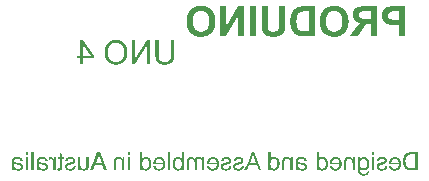
<source format=gbr>
%TF.GenerationSoftware,KiCad,Pcbnew,7.0.1*%
%TF.CreationDate,2023-08-20T21:18:48+10:00*%
%TF.ProjectId,UNO-128DA28,554e4f2d-3132-4384-9441-32382e6b6963,1.0*%
%TF.SameCoordinates,Original*%
%TF.FileFunction,Legend,Bot*%
%TF.FilePolarity,Positive*%
%FSLAX46Y46*%
G04 Gerber Fmt 4.6, Leading zero omitted, Abs format (unit mm)*
G04 Created by KiCad (PCBNEW 7.0.1) date 2023-08-20 21:18:48*
%MOMM*%
%LPD*%
G01*
G04 APERTURE LIST*
%ADD10C,0.250000*%
%ADD11C,0.187500*%
G04 APERTURE END LIST*
D10*
G36*
X121651270Y-130723899D02*
G01*
X121384556Y-130723899D01*
X121384556Y-131896265D01*
X121384825Y-131933996D01*
X121385633Y-131970743D01*
X121386978Y-132006506D01*
X121388861Y-132041284D01*
X121391283Y-132075077D01*
X121394242Y-132107886D01*
X121397740Y-132139710D01*
X121401775Y-132170549D01*
X121406349Y-132200404D01*
X121411461Y-132229275D01*
X121417111Y-132257160D01*
X121423299Y-132284061D01*
X121430026Y-132309978D01*
X121437290Y-132334910D01*
X121445092Y-132358857D01*
X121453433Y-132381819D01*
X121462474Y-132404028D01*
X121472377Y-132425714D01*
X121483143Y-132446878D01*
X121494771Y-132467518D01*
X121507262Y-132487636D01*
X121520615Y-132507231D01*
X121534831Y-132526302D01*
X121549909Y-132544852D01*
X121565849Y-132562878D01*
X121582653Y-132580381D01*
X121600318Y-132597362D01*
X121618846Y-132613820D01*
X121638237Y-132629755D01*
X121658490Y-132645167D01*
X121679606Y-132660056D01*
X121701584Y-132674422D01*
X121724430Y-132688087D01*
X121748150Y-132700869D01*
X121772744Y-132712770D01*
X121798212Y-132723790D01*
X121824554Y-132733928D01*
X121851770Y-132743184D01*
X121879860Y-132751559D01*
X121908824Y-132759053D01*
X121938661Y-132765664D01*
X121969373Y-132771394D01*
X122000959Y-132776243D01*
X122033418Y-132780210D01*
X122066751Y-132783296D01*
X122100959Y-132785499D01*
X122136040Y-132786822D01*
X122171995Y-132787263D01*
X122206949Y-132786879D01*
X122241101Y-132785728D01*
X122274451Y-132783811D01*
X122307001Y-132781126D01*
X122338748Y-132777674D01*
X122369695Y-132773455D01*
X122399840Y-132768469D01*
X122429183Y-132762716D01*
X122457725Y-132756196D01*
X122485466Y-132748909D01*
X122512405Y-132740855D01*
X122538543Y-132732033D01*
X122563879Y-132722445D01*
X122588414Y-132712089D01*
X122612148Y-132700967D01*
X122635080Y-132689077D01*
X122657149Y-132676460D01*
X122678418Y-132663157D01*
X122698884Y-132649166D01*
X122718550Y-132634489D01*
X122737414Y-132619124D01*
X122755476Y-132603073D01*
X122772737Y-132586335D01*
X122789197Y-132568909D01*
X122804855Y-132550797D01*
X122819712Y-132531998D01*
X122833767Y-132512512D01*
X122847021Y-132492339D01*
X122859474Y-132471479D01*
X122871125Y-132449933D01*
X122881975Y-132427699D01*
X122892023Y-132404778D01*
X122901310Y-132380982D01*
X122909998Y-132356121D01*
X122918087Y-132330195D01*
X122925576Y-132303204D01*
X122932466Y-132275148D01*
X122938758Y-132246028D01*
X122944450Y-132215843D01*
X122949542Y-132184593D01*
X122954036Y-132152279D01*
X122957931Y-132118900D01*
X122961226Y-132084456D01*
X122963922Y-132048947D01*
X122966019Y-132012374D01*
X122967517Y-131974735D01*
X122968416Y-131936032D01*
X122968641Y-131916282D01*
X122968715Y-131896265D01*
X122968715Y-130723899D01*
X122702491Y-130723899D01*
X122702491Y-131899684D01*
X122702300Y-131932296D01*
X122701728Y-131963821D01*
X122700773Y-131994258D01*
X122699438Y-132023607D01*
X122697720Y-132051868D01*
X122695621Y-132079042D01*
X122693141Y-132105129D01*
X122690279Y-132130127D01*
X122687035Y-132154038D01*
X122683409Y-132176862D01*
X122679402Y-132198597D01*
X122675013Y-132219245D01*
X122670243Y-132238806D01*
X122662372Y-132266107D01*
X122653642Y-132290961D01*
X122643869Y-132313998D01*
X122632868Y-132336030D01*
X122620639Y-132357057D01*
X122607183Y-132377080D01*
X122592498Y-132396098D01*
X122576585Y-132414111D01*
X122559445Y-132431120D01*
X122541077Y-132447124D01*
X122521481Y-132462123D01*
X122500657Y-132476118D01*
X122486092Y-132484890D01*
X122463284Y-132497024D01*
X122439558Y-132507965D01*
X122414912Y-132517712D01*
X122389349Y-132526266D01*
X122362866Y-132533626D01*
X122335464Y-132539793D01*
X122307144Y-132544766D01*
X122287754Y-132547418D01*
X122267955Y-132549540D01*
X122247747Y-132551132D01*
X122227132Y-132552193D01*
X122206108Y-132552723D01*
X122195443Y-132552789D01*
X122159344Y-132552263D01*
X122124566Y-132550683D01*
X122091109Y-132548050D01*
X122058972Y-132544363D01*
X122028155Y-132539623D01*
X121998659Y-132533830D01*
X121970484Y-132526984D01*
X121943628Y-132519084D01*
X121918093Y-132510131D01*
X121893879Y-132500125D01*
X121870985Y-132489065D01*
X121849412Y-132476952D01*
X121829158Y-132463786D01*
X121810226Y-132449566D01*
X121792614Y-132434294D01*
X121776322Y-132417967D01*
X121761179Y-132400143D01*
X121747013Y-132380377D01*
X121733824Y-132358668D01*
X121721612Y-132335016D01*
X121710376Y-132309422D01*
X121700118Y-132281886D01*
X121690837Y-132252407D01*
X121682533Y-132220986D01*
X121675205Y-132187622D01*
X121668855Y-132152315D01*
X121663482Y-132115066D01*
X121659085Y-132075875D01*
X121657254Y-132055551D01*
X121655666Y-132034741D01*
X121654323Y-132013445D01*
X121653224Y-131991664D01*
X121652369Y-131969398D01*
X121651758Y-131946645D01*
X121651392Y-131923408D01*
X121651270Y-131899684D01*
X121651270Y-130723899D01*
G37*
G36*
X120955177Y-132756000D02*
G01*
X120955177Y-130723899D01*
X120682114Y-130723899D01*
X119624054Y-132319293D01*
X119624054Y-130723899D01*
X119368576Y-130723899D01*
X119368576Y-132756000D01*
X119641639Y-132756000D01*
X120699699Y-131159140D01*
X120699699Y-132756000D01*
X120955177Y-132756000D01*
G37*
G36*
X118075157Y-130692915D02*
G01*
X118101322Y-130693750D01*
X118127181Y-130695143D01*
X118152735Y-130697093D01*
X118177984Y-130699601D01*
X118202927Y-130702665D01*
X118227565Y-130706287D01*
X118251898Y-130710466D01*
X118275925Y-130715202D01*
X118299647Y-130720495D01*
X118323064Y-130726345D01*
X118346175Y-130732753D01*
X118368982Y-130739718D01*
X118391482Y-130747239D01*
X118413678Y-130755319D01*
X118435568Y-130763955D01*
X118457153Y-130773148D01*
X118478433Y-130782899D01*
X118499407Y-130793207D01*
X118520076Y-130804072D01*
X118540440Y-130815494D01*
X118560498Y-130827473D01*
X118580252Y-130840010D01*
X118599699Y-130853103D01*
X118618842Y-130866754D01*
X118637679Y-130880962D01*
X118656211Y-130895728D01*
X118674438Y-130911050D01*
X118692359Y-130926930D01*
X118709975Y-130943366D01*
X118727286Y-130960360D01*
X118744291Y-130977912D01*
X118760851Y-130995925D01*
X118776884Y-131014367D01*
X118792392Y-131033237D01*
X118807375Y-131052535D01*
X118821831Y-131072262D01*
X118835762Y-131092418D01*
X118849167Y-131113001D01*
X118862047Y-131134013D01*
X118874401Y-131155454D01*
X118886229Y-131177323D01*
X118897531Y-131199620D01*
X118908308Y-131222345D01*
X118918559Y-131245499D01*
X118928284Y-131269081D01*
X118937484Y-131293092D01*
X118946158Y-131317531D01*
X118954306Y-131342399D01*
X118961929Y-131367695D01*
X118969026Y-131393419D01*
X118975597Y-131419571D01*
X118981642Y-131446152D01*
X118987162Y-131473162D01*
X118992156Y-131500599D01*
X118996625Y-131528465D01*
X119000567Y-131556760D01*
X119003984Y-131585483D01*
X119006876Y-131614634D01*
X119009241Y-131644214D01*
X119011081Y-131674222D01*
X119012395Y-131704658D01*
X119013184Y-131735523D01*
X119013447Y-131766816D01*
X119012996Y-131800046D01*
X119011646Y-131833059D01*
X119009394Y-131865855D01*
X119006242Y-131898432D01*
X119002189Y-131930793D01*
X118997235Y-131962935D01*
X118991381Y-131994861D01*
X118984626Y-132026568D01*
X118976971Y-132058058D01*
X118968415Y-132089331D01*
X118958958Y-132120386D01*
X118948600Y-132151224D01*
X118937342Y-132181844D01*
X118925184Y-132212246D01*
X118912124Y-132242431D01*
X118898164Y-132272399D01*
X118883271Y-132301864D01*
X118867535Y-132330544D01*
X118850955Y-132358437D01*
X118833531Y-132385544D01*
X118815265Y-132411865D01*
X118796155Y-132437400D01*
X118776201Y-132462149D01*
X118755404Y-132486111D01*
X118733764Y-132509288D01*
X118711280Y-132531678D01*
X118687953Y-132553282D01*
X118663783Y-132574100D01*
X118638769Y-132594131D01*
X118612911Y-132613377D01*
X118586211Y-132631836D01*
X118558667Y-132649510D01*
X118530405Y-132666191D01*
X118501674Y-132681795D01*
X118472474Y-132696324D01*
X118442804Y-132709777D01*
X118412665Y-132722153D01*
X118382056Y-132733453D01*
X118350978Y-132743677D01*
X118319431Y-132752824D01*
X118287414Y-132760896D01*
X118254928Y-132767891D01*
X118221972Y-132773810D01*
X118188547Y-132778653D01*
X118154653Y-132782420D01*
X118120289Y-132785110D01*
X118085456Y-132786724D01*
X118050153Y-132787263D01*
X118017503Y-132786774D01*
X117985131Y-132785309D01*
X117953038Y-132782866D01*
X117921223Y-132779447D01*
X117889687Y-132775050D01*
X117858430Y-132769677D01*
X117827451Y-132763327D01*
X117796751Y-132756000D01*
X117766329Y-132747695D01*
X117736186Y-132738414D01*
X117706322Y-132728156D01*
X117676736Y-132716921D01*
X117647429Y-132704709D01*
X117618400Y-132691519D01*
X117589650Y-132677353D01*
X117561179Y-132662210D01*
X117533249Y-132646119D01*
X117506125Y-132629108D01*
X117479806Y-132611177D01*
X117454292Y-132592326D01*
X117429583Y-132572556D01*
X117405680Y-132551866D01*
X117382582Y-132530256D01*
X117360289Y-132507727D01*
X117338801Y-132484277D01*
X117318119Y-132459908D01*
X117298242Y-132434620D01*
X117279170Y-132408411D01*
X117260903Y-132381283D01*
X117243442Y-132353235D01*
X117226786Y-132324268D01*
X117210935Y-132294381D01*
X117195910Y-132263720D01*
X117181854Y-132232557D01*
X117168768Y-132200889D01*
X117156652Y-132168718D01*
X117145504Y-132136042D01*
X117135326Y-132102864D01*
X117126117Y-132069181D01*
X117117878Y-132034995D01*
X117110608Y-132000304D01*
X117104307Y-131965111D01*
X117098976Y-131929413D01*
X117094614Y-131893212D01*
X117091221Y-131856507D01*
X117088798Y-131819298D01*
X117087344Y-131781585D01*
X117086859Y-131743369D01*
X117086883Y-131741415D01*
X117361877Y-131741415D01*
X117362067Y-131765756D01*
X117362636Y-131789748D01*
X117363585Y-131813391D01*
X117364914Y-131836685D01*
X117366623Y-131859629D01*
X117368712Y-131882225D01*
X117371180Y-131904471D01*
X117374028Y-131926368D01*
X117377255Y-131947915D01*
X117380863Y-131969114D01*
X117384850Y-131989963D01*
X117389217Y-132010463D01*
X117393963Y-132030614D01*
X117399089Y-132050416D01*
X117404595Y-132069869D01*
X117410481Y-132088972D01*
X117416746Y-132107727D01*
X117423392Y-132126132D01*
X117437821Y-132161894D01*
X117453769Y-132196260D01*
X117471236Y-132229229D01*
X117490222Y-132260801D01*
X117510727Y-132290976D01*
X117532751Y-132319755D01*
X117556294Y-132347137D01*
X117581012Y-132372987D01*
X117606562Y-132397169D01*
X117632944Y-132419683D01*
X117660158Y-132440529D01*
X117688204Y-132459708D01*
X117717082Y-132477219D01*
X117746792Y-132493063D01*
X117777334Y-132507238D01*
X117808708Y-132519746D01*
X117840913Y-132530586D01*
X117873951Y-132539759D01*
X117907821Y-132547263D01*
X117942522Y-132553100D01*
X117978056Y-132557270D01*
X118014421Y-132559771D01*
X118051618Y-132560605D01*
X118088112Y-132559779D01*
X118123830Y-132557300D01*
X118158774Y-132553169D01*
X118192943Y-132547386D01*
X118226338Y-132539950D01*
X118258958Y-132530861D01*
X118290803Y-132520120D01*
X118321873Y-132507727D01*
X118352169Y-132493681D01*
X118381690Y-132477982D01*
X118410436Y-132460632D01*
X118438408Y-132441628D01*
X118465604Y-132420973D01*
X118492026Y-132398665D01*
X118517674Y-132374704D01*
X118542547Y-132349091D01*
X118566267Y-132322043D01*
X118588457Y-132293778D01*
X118609116Y-132264295D01*
X118628245Y-132233595D01*
X118645844Y-132201677D01*
X118661913Y-132168542D01*
X118676451Y-132134190D01*
X118689459Y-132098620D01*
X118700936Y-132061833D01*
X118706101Y-132042983D01*
X118710883Y-132023828D01*
X118715283Y-132004369D01*
X118719300Y-131984606D01*
X118722935Y-131964539D01*
X118726187Y-131944167D01*
X118729056Y-131923491D01*
X118731543Y-131902510D01*
X118733647Y-131881225D01*
X118735369Y-131859636D01*
X118736708Y-131837742D01*
X118737664Y-131815544D01*
X118738238Y-131793042D01*
X118738429Y-131770235D01*
X118738230Y-131741824D01*
X118737634Y-131713926D01*
X118736639Y-131686541D01*
X118735247Y-131659670D01*
X118733456Y-131633311D01*
X118731268Y-131607467D01*
X118728682Y-131582135D01*
X118725698Y-131557317D01*
X118722316Y-131533012D01*
X118718537Y-131509220D01*
X118714360Y-131485941D01*
X118709784Y-131463176D01*
X118704811Y-131440924D01*
X118699440Y-131419186D01*
X118693671Y-131397961D01*
X118687505Y-131377249D01*
X118680940Y-131357050D01*
X118673978Y-131337365D01*
X118666618Y-131318192D01*
X118658860Y-131299534D01*
X118650704Y-131281388D01*
X118642150Y-131263756D01*
X118623849Y-131230031D01*
X118603957Y-131198360D01*
X118582473Y-131168742D01*
X118559397Y-131141176D01*
X118534731Y-131115665D01*
X118508898Y-131091885D01*
X118482448Y-131069640D01*
X118455379Y-131048929D01*
X118427691Y-131029752D01*
X118399386Y-131012109D01*
X118370462Y-130996001D01*
X118340920Y-130981426D01*
X118310760Y-130968386D01*
X118279982Y-130956880D01*
X118248585Y-130946908D01*
X118216570Y-130938470D01*
X118183937Y-130931566D01*
X118150686Y-130926197D01*
X118116816Y-130922362D01*
X118082328Y-130920060D01*
X118047222Y-130919293D01*
X118022521Y-130919692D01*
X117998122Y-130920889D01*
X117974024Y-130922883D01*
X117950227Y-130925674D01*
X117926732Y-130929263D01*
X117903539Y-130933650D01*
X117880647Y-130938835D01*
X117858056Y-130944817D01*
X117835767Y-130951596D01*
X117813779Y-130959174D01*
X117792093Y-130967548D01*
X117770709Y-130976721D01*
X117749626Y-130986691D01*
X117728844Y-130997459D01*
X117708364Y-131009024D01*
X117688185Y-131021387D01*
X117668459Y-131034414D01*
X117649335Y-131048093D01*
X117630815Y-131062425D01*
X117612897Y-131077410D01*
X117595583Y-131093047D01*
X117578871Y-131109337D01*
X117562763Y-131126280D01*
X117547257Y-131143875D01*
X117532354Y-131162122D01*
X117518055Y-131181022D01*
X117504358Y-131200575D01*
X117491264Y-131220781D01*
X117478774Y-131241639D01*
X117466886Y-131263149D01*
X117455601Y-131285312D01*
X117444919Y-131308128D01*
X117434863Y-131331516D01*
X117425456Y-131355397D01*
X117416698Y-131379769D01*
X117408588Y-131404634D01*
X117401127Y-131429992D01*
X117394315Y-131455841D01*
X117388152Y-131482183D01*
X117382637Y-131509018D01*
X117377772Y-131536344D01*
X117373555Y-131564163D01*
X117369986Y-131592474D01*
X117367067Y-131621278D01*
X117364796Y-131650574D01*
X117363174Y-131680362D01*
X117362201Y-131710642D01*
X117361877Y-131741415D01*
X117086883Y-131741415D01*
X117087319Y-131705641D01*
X117088699Y-131668417D01*
X117090998Y-131631696D01*
X117094217Y-131595480D01*
X117098356Y-131559767D01*
X117103414Y-131524558D01*
X117109393Y-131489852D01*
X117116290Y-131455651D01*
X117124108Y-131421953D01*
X117132846Y-131388759D01*
X117142503Y-131356068D01*
X117153080Y-131323882D01*
X117164576Y-131292199D01*
X117176992Y-131261020D01*
X117190329Y-131230344D01*
X117204584Y-131200173D01*
X117219657Y-131170606D01*
X117235565Y-131141867D01*
X117252309Y-131113957D01*
X117269889Y-131086874D01*
X117288304Y-131060620D01*
X117307556Y-131035194D01*
X117327643Y-131010596D01*
X117348565Y-130986826D01*
X117370324Y-130963885D01*
X117392918Y-130941771D01*
X117416349Y-130920486D01*
X117440614Y-130900029D01*
X117465716Y-130880400D01*
X117491654Y-130861599D01*
X117518427Y-130843626D01*
X117546036Y-130826481D01*
X117574217Y-130810273D01*
X117602830Y-130795111D01*
X117631874Y-130780995D01*
X117661349Y-130767924D01*
X117691255Y-130755899D01*
X117721593Y-130744919D01*
X117752362Y-130734985D01*
X117783562Y-130726097D01*
X117815193Y-130718255D01*
X117847256Y-130711458D01*
X117879750Y-130705707D01*
X117912675Y-130701001D01*
X117946031Y-130697341D01*
X117979819Y-130694727D01*
X118014038Y-130693159D01*
X118048688Y-130692636D01*
X118075157Y-130692915D01*
G37*
G36*
X116159225Y-132036949D02*
G01*
X116159225Y-132263606D01*
X115285324Y-132263606D01*
X115285324Y-132756000D01*
X115038150Y-132756000D01*
X115038150Y-132263606D01*
X114766064Y-132263606D01*
X114766064Y-132036949D01*
X115038150Y-132036949D01*
X115038150Y-131123480D01*
X115285324Y-131123480D01*
X115285324Y-132036949D01*
X115915959Y-132036949D01*
X115285324Y-131123480D01*
X115038150Y-131123480D01*
X115038150Y-130723899D01*
X115239895Y-130723899D01*
X116159225Y-132036949D01*
G37*
G36*
X142492155Y-130385000D02*
G01*
X141983519Y-130385000D01*
X141983519Y-129408028D01*
X141651960Y-129408028D01*
X141630557Y-129407993D01*
X141588706Y-129407711D01*
X141548130Y-129407149D01*
X141508827Y-129406304D01*
X141470797Y-129405178D01*
X141434042Y-129403771D01*
X141398560Y-129402082D01*
X141364351Y-129400112D01*
X141331417Y-129397861D01*
X141299756Y-129395328D01*
X141269368Y-129392513D01*
X141240255Y-129389417D01*
X141212415Y-129386040D01*
X141185849Y-129382381D01*
X141160556Y-129378440D01*
X141125006Y-129372002D01*
X141108233Y-129368103D01*
X141083146Y-129361367D01*
X141058144Y-129353570D01*
X141033229Y-129344709D01*
X141008399Y-129334786D01*
X140983655Y-129323801D01*
X140958997Y-129311753D01*
X140934425Y-129298642D01*
X140909939Y-129284468D01*
X140885538Y-129269232D01*
X140861224Y-129252934D01*
X140845219Y-129241449D01*
X140821874Y-129223229D01*
X140799323Y-129203818D01*
X140777567Y-129183216D01*
X140756605Y-129161422D01*
X140736437Y-129138436D01*
X140717063Y-129114259D01*
X140698484Y-129088891D01*
X140680698Y-129062331D01*
X140663708Y-129034580D01*
X140647511Y-129005638D01*
X140637307Y-128985660D01*
X140623236Y-128954619D01*
X140610646Y-128922290D01*
X140599537Y-128888673D01*
X140589909Y-128853769D01*
X140584313Y-128829783D01*
X140579376Y-128805225D01*
X140575097Y-128780095D01*
X140571476Y-128754392D01*
X140568514Y-128728117D01*
X140566210Y-128701269D01*
X140564564Y-128673849D01*
X140563576Y-128645857D01*
X140563331Y-128624619D01*
X141087148Y-128624619D01*
X141088045Y-128651677D01*
X141090735Y-128677895D01*
X141095220Y-128703273D01*
X141101497Y-128727812D01*
X141109569Y-128751511D01*
X141119434Y-128774371D01*
X141131093Y-128796391D01*
X141144545Y-128817571D01*
X141159581Y-128837645D01*
X141175991Y-128856345D01*
X141193775Y-128873671D01*
X141212933Y-128889623D01*
X141233465Y-128904201D01*
X141255370Y-128917405D01*
X141278650Y-128929236D01*
X141303303Y-128939692D01*
X141309833Y-128942059D01*
X141339838Y-128950775D01*
X141366425Y-128956522D01*
X141396510Y-128961594D01*
X141430095Y-128965989D01*
X141454428Y-128968544D01*
X141480317Y-128970798D01*
X141507761Y-128972751D01*
X141536760Y-128974404D01*
X141567314Y-128975756D01*
X141599424Y-128976808D01*
X141633088Y-128977560D01*
X141668308Y-128978010D01*
X141705083Y-128978161D01*
X141983519Y-128978161D01*
X141983519Y-128274741D01*
X141738055Y-128274741D01*
X141704427Y-128274808D01*
X141672234Y-128275008D01*
X141641477Y-128275342D01*
X141612156Y-128275810D01*
X141584271Y-128276411D01*
X141557821Y-128277146D01*
X141520840Y-128278498D01*
X141487089Y-128280151D01*
X141456568Y-128282104D01*
X141429279Y-128284358D01*
X141397919Y-128287831D01*
X141372302Y-128291838D01*
X141341991Y-128298364D01*
X141313035Y-128306951D01*
X141285433Y-128317598D01*
X141259187Y-128330307D01*
X141234295Y-128345076D01*
X141210758Y-128361905D01*
X141188576Y-128380796D01*
X141167748Y-128401748D01*
X141162789Y-128407289D01*
X141144529Y-128430373D01*
X141128786Y-128454926D01*
X141115563Y-128480948D01*
X141104858Y-128508440D01*
X141096672Y-128537401D01*
X141091005Y-128567831D01*
X141087857Y-128599730D01*
X141087148Y-128624619D01*
X140563331Y-128624619D01*
X140563247Y-128617292D01*
X140563817Y-128580248D01*
X140565527Y-128544067D01*
X140568378Y-128508749D01*
X140572368Y-128474295D01*
X140577499Y-128440705D01*
X140583769Y-128407978D01*
X140591180Y-128376114D01*
X140599731Y-128345114D01*
X140609422Y-128314977D01*
X140620253Y-128285704D01*
X140632224Y-128257294D01*
X140645336Y-128229747D01*
X140659587Y-128203064D01*
X140674979Y-128177245D01*
X140691511Y-128152288D01*
X140709182Y-128128196D01*
X140727701Y-128105055D01*
X140746773Y-128082953D01*
X140766398Y-128061892D01*
X140786577Y-128041871D01*
X140807309Y-128022890D01*
X140828594Y-128004948D01*
X140850433Y-127988047D01*
X140872825Y-127972185D01*
X140895771Y-127957364D01*
X140919269Y-127943582D01*
X140943322Y-127930841D01*
X140967927Y-127919139D01*
X140993086Y-127908477D01*
X141018798Y-127898855D01*
X141045064Y-127890273D01*
X141071883Y-127882732D01*
X141090702Y-127878147D01*
X141123671Y-127871825D01*
X141148811Y-127867980D01*
X141176479Y-127864431D01*
X141206676Y-127861178D01*
X141239400Y-127858220D01*
X141274653Y-127855558D01*
X141312435Y-127853192D01*
X141352744Y-127851122D01*
X141395582Y-127849347D01*
X141440948Y-127847868D01*
X141488843Y-127846685D01*
X141513738Y-127846205D01*
X141539266Y-127845798D01*
X141565425Y-127845465D01*
X141592217Y-127845207D01*
X141619640Y-127845022D01*
X141647696Y-127844911D01*
X141676384Y-127844874D01*
X142492155Y-127844874D01*
X142492155Y-130385000D01*
G37*
G36*
X140157804Y-130385000D02*
G01*
X139649779Y-130385000D01*
X139649779Y-129329870D01*
X139546586Y-129329870D01*
X139514560Y-129330117D01*
X139484197Y-129330858D01*
X139455498Y-129332092D01*
X139428463Y-129333820D01*
X139403091Y-129336042D01*
X139371850Y-129339772D01*
X139343566Y-129344381D01*
X139318240Y-129349867D01*
X139290742Y-129357958D01*
X139270726Y-129365724D01*
X139246081Y-129377525D01*
X139221853Y-129391651D01*
X139198043Y-129408103D01*
X139174650Y-129426881D01*
X139156237Y-129443577D01*
X139138090Y-129461762D01*
X139123491Y-129477727D01*
X139106713Y-129497461D01*
X139087756Y-129520961D01*
X139066621Y-129548229D01*
X139051320Y-129568501D01*
X139035050Y-129590447D01*
X139017813Y-129614067D01*
X138999606Y-129639362D01*
X138980432Y-129666332D01*
X138960289Y-129694975D01*
X138939178Y-129725293D01*
X138917098Y-129757286D01*
X138894050Y-129790953D01*
X138870034Y-129826294D01*
X138502448Y-130385000D01*
X137894284Y-130385000D01*
X138202030Y-129890408D01*
X138224484Y-129854096D01*
X138246356Y-129819196D01*
X138267646Y-129785708D01*
X138288354Y-129753632D01*
X138308480Y-129722968D01*
X138328024Y-129693716D01*
X138346987Y-129665876D01*
X138365367Y-129639448D01*
X138383165Y-129614432D01*
X138400381Y-129590829D01*
X138417016Y-129568637D01*
X138433068Y-129547857D01*
X138448538Y-129528489D01*
X138470653Y-129502085D01*
X138491457Y-129478859D01*
X138505041Y-129464431D01*
X138526266Y-129443066D01*
X138548511Y-129422034D01*
X138571775Y-129401335D01*
X138596060Y-129380968D01*
X138621363Y-129360934D01*
X138647687Y-129341233D01*
X138675030Y-129321865D01*
X138703393Y-129302830D01*
X138732775Y-129284127D01*
X138763177Y-129265757D01*
X138722379Y-129259114D01*
X138682873Y-129251398D01*
X138644660Y-129242608D01*
X138607740Y-129232746D01*
X138572112Y-129221810D01*
X138537778Y-129209800D01*
X138504736Y-129196718D01*
X138472986Y-129182561D01*
X138442530Y-129167332D01*
X138413366Y-129151029D01*
X138385495Y-129133653D01*
X138358917Y-129115204D01*
X138333632Y-129095681D01*
X138309639Y-129075085D01*
X138286940Y-129053416D01*
X138265533Y-129030673D01*
X138245347Y-129007002D01*
X138226463Y-128982549D01*
X138208882Y-128957314D01*
X138192603Y-128931297D01*
X138177627Y-128904497D01*
X138163952Y-128876914D01*
X138151580Y-128848550D01*
X138140511Y-128819403D01*
X138130744Y-128789474D01*
X138122278Y-128758762D01*
X138115116Y-128727268D01*
X138109255Y-128694992D01*
X138104697Y-128661933D01*
X138101442Y-128628092D01*
X138099488Y-128593469D01*
X138099252Y-128580655D01*
X138622738Y-128580655D01*
X138623549Y-128607856D01*
X138625982Y-128633893D01*
X138630036Y-128658765D01*
X138637386Y-128688220D01*
X138647269Y-128715855D01*
X138659687Y-128741671D01*
X138674639Y-128765669D01*
X138681206Y-128774736D01*
X138698978Y-128795919D01*
X138718689Y-128814985D01*
X138740338Y-128831935D01*
X138763924Y-128846768D01*
X138789448Y-128859484D01*
X138816911Y-128870083D01*
X138836385Y-128875430D01*
X138860689Y-128880251D01*
X138889822Y-128884546D01*
X138923786Y-128888316D01*
X138949112Y-128890536D01*
X138976585Y-128892523D01*
X139006204Y-128894276D01*
X139037970Y-128895796D01*
X139071882Y-128897081D01*
X139107941Y-128898133D01*
X139146147Y-128898951D01*
X139186500Y-128899535D01*
X139228999Y-128899886D01*
X139273645Y-128900003D01*
X139649779Y-128900003D01*
X139649779Y-128274741D01*
X139252884Y-128274741D01*
X139215229Y-128274775D01*
X139179507Y-128274875D01*
X139145716Y-128275042D01*
X139113857Y-128275276D01*
X139083930Y-128275576D01*
X139055935Y-128275943D01*
X139029872Y-128276378D01*
X138994400Y-128277154D01*
X138963275Y-128278081D01*
X138936497Y-128279157D01*
X138907556Y-128280827D01*
X138882246Y-128283290D01*
X138852135Y-128289205D01*
X138823780Y-128296876D01*
X138797181Y-128306302D01*
X138772337Y-128317484D01*
X138749248Y-128330421D01*
X138727915Y-128345114D01*
X138708337Y-128361562D01*
X138690515Y-128379766D01*
X138674630Y-128399601D01*
X138660863Y-128420944D01*
X138649213Y-128443794D01*
X138639682Y-128468151D01*
X138632269Y-128494016D01*
X138626974Y-128521388D01*
X138623797Y-128550268D01*
X138622738Y-128580655D01*
X138099252Y-128580655D01*
X138098837Y-128558063D01*
X138099266Y-128530020D01*
X138100554Y-128502374D01*
X138102701Y-128475123D01*
X138105706Y-128448268D01*
X138109570Y-128421809D01*
X138114293Y-128395746D01*
X138119874Y-128370079D01*
X138126314Y-128344808D01*
X138133613Y-128319933D01*
X138141770Y-128295454D01*
X138150786Y-128271371D01*
X138160661Y-128247684D01*
X138171394Y-128224392D01*
X138182986Y-128201497D01*
X138195437Y-128178998D01*
X138208746Y-128156894D01*
X138222771Y-128135406D01*
X138237368Y-128114753D01*
X138252538Y-128094934D01*
X138268280Y-128075951D01*
X138292967Y-128049040D01*
X138318942Y-128024008D01*
X138346204Y-128000855D01*
X138374755Y-127979580D01*
X138404594Y-127960183D01*
X138435720Y-127942664D01*
X138468135Y-127927024D01*
X138501838Y-127913262D01*
X138525522Y-127904981D01*
X138550934Y-127897233D01*
X138578073Y-127890021D01*
X138606938Y-127883342D01*
X138637531Y-127877198D01*
X138669850Y-127871588D01*
X138703896Y-127866512D01*
X138739669Y-127861971D01*
X138777169Y-127857964D01*
X138816396Y-127854491D01*
X138857349Y-127851552D01*
X138900030Y-127849148D01*
X138944437Y-127847278D01*
X138990571Y-127845942D01*
X139038432Y-127845141D01*
X139063011Y-127844941D01*
X139088020Y-127844874D01*
X140157804Y-127844874D01*
X140157804Y-130385000D01*
G37*
G36*
X136557920Y-127806186D02*
G01*
X136595474Y-127807360D01*
X136632471Y-127809316D01*
X136668910Y-127812054D01*
X136704790Y-127815574D01*
X136740112Y-127819877D01*
X136774876Y-127824962D01*
X136809082Y-127830830D01*
X136842730Y-127837480D01*
X136875819Y-127844912D01*
X136908351Y-127853127D01*
X136940324Y-127862124D01*
X136971740Y-127871903D01*
X137002597Y-127882464D01*
X137032896Y-127893808D01*
X137062637Y-127905935D01*
X137073639Y-127910668D01*
X137106324Y-127925798D01*
X137138525Y-127942324D01*
X137170244Y-127960245D01*
X137191122Y-127972968D01*
X137211785Y-127986311D01*
X137232233Y-128000273D01*
X137252466Y-128014856D01*
X137272485Y-128030060D01*
X137292289Y-128045883D01*
X137311879Y-128062326D01*
X137331254Y-128079390D01*
X137350414Y-128097074D01*
X137369359Y-128115378D01*
X137388090Y-128134302D01*
X137406394Y-128153617D01*
X137424211Y-128173247D01*
X137441542Y-128193192D01*
X137458386Y-128213452D01*
X137474744Y-128234026D01*
X137490615Y-128254916D01*
X137505999Y-128276120D01*
X137520897Y-128297639D01*
X137535309Y-128319473D01*
X137549233Y-128341622D01*
X137562671Y-128364086D01*
X137575623Y-128386864D01*
X137588088Y-128409957D01*
X137600066Y-128433366D01*
X137611558Y-128457089D01*
X137622563Y-128481127D01*
X137636464Y-128514431D01*
X137649468Y-128548704D01*
X137661575Y-128583945D01*
X137672786Y-128620154D01*
X137683099Y-128657332D01*
X137692516Y-128695478D01*
X137701036Y-128734593D01*
X137708659Y-128774676D01*
X137715385Y-128815727D01*
X137721215Y-128857747D01*
X137726147Y-128900735D01*
X137730183Y-128944692D01*
X137733322Y-128989617D01*
X137735564Y-129035510D01*
X137736909Y-129082372D01*
X137737357Y-129130202D01*
X137737034Y-129167730D01*
X137736062Y-129204751D01*
X137734443Y-129241265D01*
X137732177Y-129277272D01*
X137729263Y-129312773D01*
X137725701Y-129347766D01*
X137721492Y-129382253D01*
X137716635Y-129416233D01*
X137711131Y-129449706D01*
X137704979Y-129482672D01*
X137698179Y-129515132D01*
X137690732Y-129547084D01*
X137682637Y-129578530D01*
X137673895Y-129609469D01*
X137664505Y-129639901D01*
X137654468Y-129669826D01*
X137643783Y-129699244D01*
X137632450Y-129728156D01*
X137620470Y-129756560D01*
X137607842Y-129784458D01*
X137594567Y-129811849D01*
X137580644Y-129838733D01*
X137566073Y-129865110D01*
X137550855Y-129890980D01*
X137534990Y-129916344D01*
X137518476Y-129941200D01*
X137501316Y-129965550D01*
X137483507Y-129989393D01*
X137465051Y-130012729D01*
X137445948Y-130035558D01*
X137426197Y-130057880D01*
X137405798Y-130079696D01*
X137384851Y-130100884D01*
X137363454Y-130121398D01*
X137341607Y-130141241D01*
X137319311Y-130160411D01*
X137296565Y-130178908D01*
X137273370Y-130196732D01*
X137249725Y-130213884D01*
X137225631Y-130230363D01*
X137201086Y-130246170D01*
X137176093Y-130261304D01*
X137150649Y-130275765D01*
X137124756Y-130289554D01*
X137098414Y-130302670D01*
X137071622Y-130315114D01*
X137044380Y-130326884D01*
X137016688Y-130337983D01*
X136988547Y-130348408D01*
X136959957Y-130358161D01*
X136930917Y-130367242D01*
X136901427Y-130375650D01*
X136871487Y-130383385D01*
X136841098Y-130390447D01*
X136810260Y-130396837D01*
X136778971Y-130402554D01*
X136747234Y-130407599D01*
X136715046Y-130411971D01*
X136682409Y-130415671D01*
X136649322Y-130418697D01*
X136615786Y-130421052D01*
X136581800Y-130422733D01*
X136547365Y-130423742D01*
X136512480Y-130424078D01*
X136478045Y-130423740D01*
X136444046Y-130422726D01*
X136410483Y-130421035D01*
X136377354Y-130418669D01*
X136344661Y-130415626D01*
X136312403Y-130411907D01*
X136280581Y-130407511D01*
X136249193Y-130402440D01*
X136218242Y-130396692D01*
X136187725Y-130390268D01*
X136157644Y-130383168D01*
X136127997Y-130375392D01*
X136098787Y-130366939D01*
X136070011Y-130357811D01*
X136041671Y-130348006D01*
X136013766Y-130337525D01*
X135986297Y-130326368D01*
X135959262Y-130314534D01*
X135932663Y-130302024D01*
X135906500Y-130288838D01*
X135880771Y-130274976D01*
X135855478Y-130260438D01*
X135830620Y-130245224D01*
X135806198Y-130229333D01*
X135782211Y-130212766D01*
X135758659Y-130195523D01*
X135735542Y-130177604D01*
X135712861Y-130159008D01*
X135690615Y-130139736D01*
X135668804Y-130119788D01*
X135647429Y-130099164D01*
X135626489Y-130077864D01*
X135606090Y-130055965D01*
X135586339Y-130033545D01*
X135567235Y-130010604D01*
X135548779Y-129987141D01*
X135530971Y-129963158D01*
X135513810Y-129938653D01*
X135497297Y-129913627D01*
X135481431Y-129888080D01*
X135466213Y-129862012D01*
X135451643Y-129835422D01*
X135437720Y-129808311D01*
X135424445Y-129780680D01*
X135411817Y-129752527D01*
X135399837Y-129723853D01*
X135388504Y-129694657D01*
X135377819Y-129664941D01*
X135367781Y-129634703D01*
X135358392Y-129603945D01*
X135349649Y-129572665D01*
X135341555Y-129540864D01*
X135334107Y-129508542D01*
X135327308Y-129475698D01*
X135321156Y-129442334D01*
X135315651Y-129408448D01*
X135310795Y-129374041D01*
X135306585Y-129339113D01*
X135303024Y-129303664D01*
X135300110Y-129267693D01*
X135297843Y-129231202D01*
X135296224Y-129194189D01*
X135295253Y-129156655D01*
X135294929Y-129118600D01*
X135295033Y-129106388D01*
X135820662Y-129106388D01*
X135820852Y-129133916D01*
X135821423Y-129161011D01*
X135822374Y-129187673D01*
X135823705Y-129213903D01*
X135825417Y-129239699D01*
X135827510Y-129265063D01*
X135829982Y-129289993D01*
X135832836Y-129314491D01*
X135839684Y-129362187D01*
X135848053Y-129408152D01*
X135857945Y-129452385D01*
X135869358Y-129494887D01*
X135882293Y-129535657D01*
X135896749Y-129574695D01*
X135912727Y-129612002D01*
X135930228Y-129647577D01*
X135949249Y-129681420D01*
X135969793Y-129713532D01*
X135991858Y-129743912D01*
X136015445Y-129772561D01*
X136040220Y-129799401D01*
X136065849Y-129824510D01*
X136092332Y-129847887D01*
X136119668Y-129869533D01*
X136147859Y-129889447D01*
X136176903Y-129907629D01*
X136206802Y-129924079D01*
X136237554Y-129938798D01*
X136269160Y-129951786D01*
X136301620Y-129963041D01*
X136334934Y-129972565D01*
X136369101Y-129980358D01*
X136404123Y-129986419D01*
X136439999Y-129990748D01*
X136476728Y-129993345D01*
X136514311Y-129994211D01*
X136551907Y-129993338D01*
X136588672Y-129990719D01*
X136624607Y-129986354D01*
X136659712Y-129980243D01*
X136693987Y-129972387D01*
X136727432Y-129962784D01*
X136760047Y-129951435D01*
X136791832Y-129938340D01*
X136822787Y-129923500D01*
X136852912Y-129906913D01*
X136882207Y-129888581D01*
X136910672Y-129868502D01*
X136938307Y-129846678D01*
X136965111Y-129823107D01*
X136991086Y-129797791D01*
X137016230Y-129770729D01*
X137028365Y-129756518D01*
X137051477Y-129726871D01*
X137073049Y-129695586D01*
X137093079Y-129662666D01*
X137111569Y-129628110D01*
X137128518Y-129591917D01*
X137143927Y-129554088D01*
X137157794Y-129514623D01*
X137170121Y-129473521D01*
X137180907Y-129430783D01*
X137190152Y-129386409D01*
X137197856Y-129340399D01*
X137204019Y-129292753D01*
X137206523Y-129268316D01*
X137208641Y-129243470D01*
X137210375Y-129218215D01*
X137211723Y-129192551D01*
X137212686Y-129166478D01*
X137213264Y-129139996D01*
X137213457Y-129113105D01*
X137213269Y-129085806D01*
X137212705Y-129058940D01*
X137211766Y-129032507D01*
X137210451Y-129006506D01*
X137208761Y-128980939D01*
X137206695Y-128955804D01*
X137204253Y-128931103D01*
X137201435Y-128906834D01*
X137194673Y-128859596D01*
X137186409Y-128814089D01*
X137176641Y-128770313D01*
X137165371Y-128728270D01*
X137152599Y-128687958D01*
X137138323Y-128649377D01*
X137122545Y-128612529D01*
X137105265Y-128577412D01*
X137086481Y-128544026D01*
X137066195Y-128512372D01*
X137044407Y-128482450D01*
X137021115Y-128454260D01*
X136996596Y-128427789D01*
X136971122Y-128403026D01*
X136944694Y-128379971D01*
X136917312Y-128358623D01*
X136888976Y-128338984D01*
X136859686Y-128321052D01*
X136829442Y-128304828D01*
X136798244Y-128290312D01*
X136766091Y-128277503D01*
X136732985Y-128266403D01*
X136698925Y-128257010D01*
X136663910Y-128249325D01*
X136627942Y-128243348D01*
X136591019Y-128239078D01*
X136553142Y-128236516D01*
X136514311Y-128235662D01*
X136475564Y-128236507D01*
X136437785Y-128239040D01*
X136400975Y-128243262D01*
X136365132Y-128249172D01*
X136330259Y-128256771D01*
X136296353Y-128266059D01*
X136263416Y-128277036D01*
X136231448Y-128289701D01*
X136200447Y-128304055D01*
X136170416Y-128320098D01*
X136141352Y-128337829D01*
X136113257Y-128357250D01*
X136086130Y-128378358D01*
X136059972Y-128401156D01*
X136034782Y-128425642D01*
X136010561Y-128451817D01*
X135998877Y-128465507D01*
X135976624Y-128494196D01*
X135955853Y-128524631D01*
X135936567Y-128556812D01*
X135918764Y-128590739D01*
X135902444Y-128626412D01*
X135887608Y-128663830D01*
X135874256Y-128702995D01*
X135862388Y-128743906D01*
X135852002Y-128786562D01*
X135843101Y-128830965D01*
X135835683Y-128877114D01*
X135829749Y-128925008D01*
X135827338Y-128949610D01*
X135825298Y-128974649D01*
X135823629Y-129000123D01*
X135822331Y-129026035D01*
X135821404Y-129052383D01*
X135820847Y-129079167D01*
X135820662Y-129106388D01*
X135295033Y-129106388D01*
X135295255Y-129080207D01*
X135296234Y-129042344D01*
X135297865Y-129005011D01*
X135300148Y-128968210D01*
X135303083Y-128931939D01*
X135306671Y-128896199D01*
X135310912Y-128860989D01*
X135315804Y-128826310D01*
X135321349Y-128792162D01*
X135327546Y-128758545D01*
X135334396Y-128725458D01*
X135341898Y-128692902D01*
X135350052Y-128660877D01*
X135358859Y-128629382D01*
X135368318Y-128598419D01*
X135378430Y-128567985D01*
X135389193Y-128538083D01*
X135400609Y-128508711D01*
X135412678Y-128479870D01*
X135425399Y-128451560D01*
X135438772Y-128423780D01*
X135452797Y-128396531D01*
X135467475Y-128369813D01*
X135482805Y-128343625D01*
X135498788Y-128317969D01*
X135515423Y-128292842D01*
X135532710Y-128268247D01*
X135550649Y-128244182D01*
X135569241Y-128220648D01*
X135588486Y-128197645D01*
X135608382Y-128175172D01*
X135628931Y-128153230D01*
X135650024Y-128131855D01*
X135671552Y-128111158D01*
X135693515Y-128091140D01*
X135715914Y-128071800D01*
X135738748Y-128053139D01*
X135762017Y-128035157D01*
X135785722Y-128017853D01*
X135809862Y-128001227D01*
X135834437Y-127985281D01*
X135859447Y-127970013D01*
X135884893Y-127955423D01*
X135910774Y-127941512D01*
X135937090Y-127928280D01*
X135963842Y-127915726D01*
X135991029Y-127903851D01*
X136018651Y-127892654D01*
X136046709Y-127882136D01*
X136075201Y-127872296D01*
X136104130Y-127863135D01*
X136133493Y-127854653D01*
X136163292Y-127846849D01*
X136193526Y-127839724D01*
X136224195Y-127833278D01*
X136255300Y-127827510D01*
X136286839Y-127822420D01*
X136318815Y-127818010D01*
X136351225Y-127814277D01*
X136384071Y-127811224D01*
X136417352Y-127808849D01*
X136451068Y-127807152D01*
X136485220Y-127806134D01*
X136519807Y-127805795D01*
X136557920Y-127806186D01*
G37*
G36*
X134915131Y-130385000D02*
G01*
X133958310Y-130385000D01*
X133923565Y-130384790D01*
X133889703Y-130384160D01*
X133856723Y-130383110D01*
X133824625Y-130381641D01*
X133793410Y-130379752D01*
X133763078Y-130377443D01*
X133733628Y-130374715D01*
X133705061Y-130371566D01*
X133677376Y-130367998D01*
X133650574Y-130364010D01*
X133624654Y-130359602D01*
X133599617Y-130354774D01*
X133575462Y-130349527D01*
X133540884Y-130340869D01*
X133508293Y-130331266D01*
X133494339Y-130326669D01*
X133466971Y-130317137D01*
X133440324Y-130307158D01*
X133414397Y-130296730D01*
X133389190Y-130285853D01*
X133364704Y-130274529D01*
X133340938Y-130262755D01*
X133317892Y-130250534D01*
X133295567Y-130237863D01*
X133273962Y-130224745D01*
X133253077Y-130211178D01*
X133232913Y-130197163D01*
X133204017Y-130175299D01*
X133176742Y-130152426D01*
X133151087Y-130128545D01*
X133129499Y-130106684D01*
X133108545Y-130083999D01*
X133088226Y-130060488D01*
X133068541Y-130036152D01*
X133049491Y-130010991D01*
X133031075Y-129985004D01*
X133013293Y-129958192D01*
X132996146Y-129930555D01*
X132979633Y-129902093D01*
X132963755Y-129872805D01*
X132948511Y-129842692D01*
X132933902Y-129811754D01*
X132919927Y-129779990D01*
X132906587Y-129747402D01*
X132893881Y-129713988D01*
X132881810Y-129679748D01*
X132872419Y-129651019D01*
X132863635Y-129621617D01*
X132855456Y-129591542D01*
X132847883Y-129560794D01*
X132840916Y-129529374D01*
X132834554Y-129497282D01*
X132828799Y-129464516D01*
X132823649Y-129431079D01*
X132819106Y-129396968D01*
X132815168Y-129362185D01*
X132811836Y-129326729D01*
X132809109Y-129290601D01*
X132806989Y-129253800D01*
X132805474Y-129216326D01*
X132804566Y-129178180D01*
X132804263Y-129139361D01*
X132804436Y-129115547D01*
X133329995Y-129115547D01*
X133330198Y-129151855D01*
X133330806Y-129187198D01*
X133331820Y-129221578D01*
X133333239Y-129254995D01*
X133335064Y-129287448D01*
X133337294Y-129318937D01*
X133339930Y-129349462D01*
X133342971Y-129379024D01*
X133346417Y-129407623D01*
X133350269Y-129435257D01*
X133354527Y-129461929D01*
X133359190Y-129487636D01*
X133364258Y-129512380D01*
X133372622Y-129547689D01*
X133381897Y-129580830D01*
X133388428Y-129601750D01*
X133398671Y-129631727D01*
X133409451Y-129660018D01*
X133420767Y-129686624D01*
X133432620Y-129711545D01*
X133445010Y-129734781D01*
X133457937Y-129756332D01*
X133476007Y-129782445D01*
X133495031Y-129805562D01*
X133515009Y-129825683D01*
X133535970Y-129843486D01*
X133558248Y-129859954D01*
X133581842Y-129875085D01*
X133606753Y-129888881D01*
X133632980Y-129901341D01*
X133660525Y-129912466D01*
X133689385Y-129922255D01*
X133719563Y-129930708D01*
X133731856Y-129933665D01*
X133759219Y-129939008D01*
X133790283Y-129943588D01*
X133816011Y-129946522D01*
X133843821Y-129949026D01*
X133873714Y-129951101D01*
X133905688Y-129952747D01*
X133939745Y-129953963D01*
X133975884Y-129954750D01*
X134001134Y-129955037D01*
X134027309Y-129955132D01*
X134406496Y-129955132D01*
X134406496Y-128274741D01*
X134178129Y-128274741D01*
X134158903Y-128274765D01*
X134121652Y-128274956D01*
X134085998Y-128275338D01*
X134051942Y-128275910D01*
X134019485Y-128276673D01*
X133988625Y-128277627D01*
X133959364Y-128278772D01*
X133931700Y-128280108D01*
X133905635Y-128281634D01*
X133881168Y-128283352D01*
X133847463Y-128286286D01*
X133817355Y-128289649D01*
X133790841Y-128293441D01*
X133761084Y-128299166D01*
X133743422Y-128303282D01*
X133717671Y-128310298D01*
X133692810Y-128318323D01*
X133668841Y-128327357D01*
X133645763Y-128337400D01*
X133623575Y-128348452D01*
X133602278Y-128360513D01*
X133575269Y-128378163D01*
X133549842Y-128397607D01*
X133526000Y-128418845D01*
X133520240Y-128424408D01*
X133498010Y-128448021D01*
X133482189Y-128467159D01*
X133467098Y-128487520D01*
X133452737Y-128509105D01*
X133439106Y-128531913D01*
X133426204Y-128555945D01*
X133414033Y-128581200D01*
X133402591Y-128607680D01*
X133391879Y-128635382D01*
X133381897Y-128664309D01*
X133375612Y-128684533D01*
X133366945Y-128716863D01*
X133359190Y-128751587D01*
X133354527Y-128776066D01*
X133350269Y-128801609D01*
X133346417Y-128828216D01*
X133342971Y-128855887D01*
X133339930Y-128884621D01*
X133337294Y-128914419D01*
X133335064Y-128945281D01*
X133333239Y-128977207D01*
X133331820Y-129010196D01*
X133330806Y-129044249D01*
X133330198Y-129079366D01*
X133329995Y-129115547D01*
X132804436Y-129115547D01*
X132804585Y-129095156D01*
X132805551Y-129051844D01*
X132807161Y-129009423D01*
X132809415Y-128967895D01*
X132812313Y-128927258D01*
X132815855Y-128887514D01*
X132820041Y-128848662D01*
X132824871Y-128810702D01*
X132830345Y-128773634D01*
X132836463Y-128737457D01*
X132843225Y-128702173D01*
X132850631Y-128667781D01*
X132858681Y-128634282D01*
X132867375Y-128601674D01*
X132876713Y-128569958D01*
X132886695Y-128539134D01*
X132897294Y-128508976D01*
X132908486Y-128479409D01*
X132920268Y-128450434D01*
X132932643Y-128422050D01*
X132945609Y-128394258D01*
X132959166Y-128367057D01*
X132973315Y-128340448D01*
X132988055Y-128314431D01*
X133003387Y-128289005D01*
X133019311Y-128264170D01*
X133035826Y-128239927D01*
X133052932Y-128216276D01*
X133070630Y-128193216D01*
X133088920Y-128170747D01*
X133107801Y-128148870D01*
X133127274Y-128127585D01*
X133147288Y-128106920D01*
X133167793Y-128087056D01*
X133188790Y-128067994D01*
X133210278Y-128049733D01*
X133232258Y-128032273D01*
X133254728Y-128015615D01*
X133277691Y-127999758D01*
X133301144Y-127984703D01*
X133325089Y-127970449D01*
X133349525Y-127956997D01*
X133374453Y-127944346D01*
X133399872Y-127932496D01*
X133425782Y-127921448D01*
X133452184Y-127911201D01*
X133479076Y-127901756D01*
X133506461Y-127893112D01*
X133538688Y-127884491D01*
X133573544Y-127876718D01*
X133598243Y-127872008D01*
X133624110Y-127867674D01*
X133651146Y-127863717D01*
X133679351Y-127860137D01*
X133708724Y-127856933D01*
X133739267Y-127854107D01*
X133770978Y-127851657D01*
X133803857Y-127849585D01*
X133837906Y-127847889D01*
X133873123Y-127846570D01*
X133909509Y-127845628D01*
X133947064Y-127845062D01*
X133985787Y-127844874D01*
X134915131Y-127844874D01*
X134915131Y-130385000D01*
G37*
G36*
X132391492Y-127844874D02*
G01*
X131882856Y-127844874D01*
X131882856Y-129223625D01*
X131882783Y-129263710D01*
X131882561Y-129301992D01*
X131882191Y-129338471D01*
X131881673Y-129373147D01*
X131881008Y-129406020D01*
X131880195Y-129437089D01*
X131879233Y-129466355D01*
X131878124Y-129493818D01*
X131876867Y-129519478D01*
X131874704Y-129554587D01*
X131872209Y-129585638D01*
X131869381Y-129612633D01*
X131865092Y-129642314D01*
X131863928Y-129648607D01*
X131857065Y-129677374D01*
X131848615Y-129705057D01*
X131838576Y-129731656D01*
X131826948Y-129757171D01*
X131813731Y-129781602D01*
X131798927Y-129804949D01*
X131782533Y-129827212D01*
X131764551Y-129848390D01*
X131744981Y-129868485D01*
X131723822Y-129887495D01*
X131708833Y-129899567D01*
X131684923Y-129916481D01*
X131659446Y-129931731D01*
X131632401Y-129945318D01*
X131603790Y-129957241D01*
X131573611Y-129967500D01*
X131541866Y-129976095D01*
X131508553Y-129983027D01*
X131473673Y-129988296D01*
X131437227Y-129991900D01*
X131412058Y-129993379D01*
X131386193Y-129994119D01*
X131373000Y-129994211D01*
X131346321Y-129993863D01*
X131320478Y-129992818D01*
X131295469Y-129991077D01*
X131259521Y-129987159D01*
X131225452Y-129981674D01*
X131193261Y-129974623D01*
X131162948Y-129966004D01*
X131134514Y-129955818D01*
X131107958Y-129944065D01*
X131083280Y-129930745D01*
X131060481Y-129915858D01*
X131046325Y-129905062D01*
X131026490Y-129887878D01*
X131008200Y-129869986D01*
X130991456Y-129851385D01*
X130976258Y-129832076D01*
X130958397Y-129805228D01*
X130943285Y-129777121D01*
X130930920Y-129747755D01*
X130921303Y-129717129D01*
X130914434Y-129685244D01*
X130910396Y-129659344D01*
X130906756Y-129630418D01*
X130903512Y-129598465D01*
X130900666Y-129563485D01*
X130898989Y-129538483D01*
X130897489Y-129512137D01*
X130896165Y-129484445D01*
X130895018Y-129455407D01*
X130894047Y-129425025D01*
X130893253Y-129393297D01*
X130892635Y-129360224D01*
X130892194Y-129325806D01*
X130891929Y-129290043D01*
X130891841Y-129252934D01*
X130891841Y-127844874D01*
X130383816Y-127844874D01*
X130383816Y-129176608D01*
X130383857Y-129204892D01*
X130383978Y-129232653D01*
X130384181Y-129259890D01*
X130384465Y-129286603D01*
X130384830Y-129312793D01*
X130385276Y-129338459D01*
X130385803Y-129363602D01*
X130386411Y-129388222D01*
X130387871Y-129435889D01*
X130389655Y-129481463D01*
X130391763Y-129524943D01*
X130394196Y-129566328D01*
X130396954Y-129605619D01*
X130400035Y-129642816D01*
X130403441Y-129677919D01*
X130407172Y-129710927D01*
X130411227Y-129741842D01*
X130415606Y-129770662D01*
X130420309Y-129797388D01*
X130425337Y-129822020D01*
X130433625Y-129856882D01*
X130443147Y-129890713D01*
X130453904Y-129923514D01*
X130465895Y-129955285D01*
X130479120Y-129986025D01*
X130493580Y-130015735D01*
X130509274Y-130044414D01*
X130526202Y-130072063D01*
X130544364Y-130098682D01*
X130563761Y-130124270D01*
X130577378Y-130140757D01*
X130598761Y-130164567D01*
X130621464Y-130187454D01*
X130645487Y-130209418D01*
X130670830Y-130230459D01*
X130697493Y-130250576D01*
X130725477Y-130269771D01*
X130754781Y-130288043D01*
X130785405Y-130305392D01*
X130817349Y-130321817D01*
X130850613Y-130337320D01*
X130873523Y-130347142D01*
X130897096Y-130356458D01*
X130921560Y-130365174D01*
X130946917Y-130373288D01*
X130973166Y-130380802D01*
X131000307Y-130387714D01*
X131028340Y-130394025D01*
X131057266Y-130399735D01*
X131087083Y-130404844D01*
X131117792Y-130409352D01*
X131149393Y-130413259D01*
X131181887Y-130416565D01*
X131215272Y-130419270D01*
X131249550Y-130421374D01*
X131284719Y-130422876D01*
X131320781Y-130423778D01*
X131357734Y-130424078D01*
X131402089Y-130423752D01*
X131445089Y-130422771D01*
X131486735Y-130421137D01*
X131527025Y-130418850D01*
X131565961Y-130415909D01*
X131603542Y-130412315D01*
X131639768Y-130408067D01*
X131674639Y-130403165D01*
X131708156Y-130397610D01*
X131740318Y-130391401D01*
X131771125Y-130384539D01*
X131800577Y-130377023D01*
X131828675Y-130368854D01*
X131855417Y-130360031D01*
X131880805Y-130350555D01*
X131904838Y-130340425D01*
X131927812Y-130329699D01*
X131950176Y-130318586D01*
X131971929Y-130307087D01*
X132003413Y-130289115D01*
X132033524Y-130270272D01*
X132062260Y-130250560D01*
X132089623Y-130229979D01*
X132115612Y-130208529D01*
X132140227Y-130186209D01*
X132163469Y-130163019D01*
X132185336Y-130138961D01*
X132199151Y-130122438D01*
X132218766Y-130097138D01*
X132237083Y-130071613D01*
X132254100Y-130045862D01*
X132269819Y-130019885D01*
X132284239Y-129993683D01*
X132297361Y-129967256D01*
X132309184Y-129940603D01*
X132319708Y-129913725D01*
X132328933Y-129886622D01*
X132336860Y-129859293D01*
X132341422Y-129840949D01*
X132347486Y-129812889D01*
X132353157Y-129783208D01*
X132358438Y-129751905D01*
X132363328Y-129718980D01*
X132367826Y-129684433D01*
X132371934Y-129648264D01*
X132375650Y-129610473D01*
X132378975Y-129571060D01*
X132381909Y-129530026D01*
X132384451Y-129487369D01*
X132386603Y-129443090D01*
X132388363Y-129397190D01*
X132389732Y-129349667D01*
X132390710Y-129300523D01*
X132391052Y-129275343D01*
X132391297Y-129249757D01*
X132391443Y-129223765D01*
X132391492Y-129197369D01*
X132391492Y-127844874D01*
G37*
G36*
X129877623Y-130385000D02*
G01*
X129877623Y-127844874D01*
X129369598Y-127844874D01*
X129369598Y-130385000D01*
X129877623Y-130385000D01*
G37*
G36*
X128884775Y-130385000D02*
G01*
X128884775Y-127844874D01*
X128390184Y-127844874D01*
X127360090Y-129561290D01*
X127360090Y-127844874D01*
X126888090Y-127844874D01*
X126888090Y-130385000D01*
X127397947Y-130385000D01*
X128412776Y-128694228D01*
X128412776Y-130385000D01*
X128884775Y-130385000D01*
G37*
G36*
X125288555Y-127806186D02*
G01*
X125326110Y-127807360D01*
X125363106Y-127809316D01*
X125399545Y-127812054D01*
X125435425Y-127815574D01*
X125470747Y-127819877D01*
X125505511Y-127824962D01*
X125539717Y-127830830D01*
X125573365Y-127837480D01*
X125606455Y-127844912D01*
X125638986Y-127853127D01*
X125670959Y-127862124D01*
X125702375Y-127871903D01*
X125733232Y-127882464D01*
X125763531Y-127893808D01*
X125793272Y-127905935D01*
X125804274Y-127910668D01*
X125836959Y-127925798D01*
X125869160Y-127942324D01*
X125900879Y-127960245D01*
X125921757Y-127972968D01*
X125942420Y-127986311D01*
X125962868Y-128000273D01*
X125983101Y-128014856D01*
X126003120Y-128030060D01*
X126022924Y-128045883D01*
X126042514Y-128062326D01*
X126061889Y-128079390D01*
X126081049Y-128097074D01*
X126099994Y-128115378D01*
X126118725Y-128134302D01*
X126137029Y-128153617D01*
X126154846Y-128173247D01*
X126172177Y-128193192D01*
X126189021Y-128213452D01*
X126205379Y-128234026D01*
X126221250Y-128254916D01*
X126236634Y-128276120D01*
X126251532Y-128297639D01*
X126265944Y-128319473D01*
X126279868Y-128341622D01*
X126293306Y-128364086D01*
X126306258Y-128386864D01*
X126318723Y-128409957D01*
X126330701Y-128433366D01*
X126342193Y-128457089D01*
X126353198Y-128481127D01*
X126367099Y-128514431D01*
X126380103Y-128548704D01*
X126392210Y-128583945D01*
X126403421Y-128620154D01*
X126413734Y-128657332D01*
X126423151Y-128695478D01*
X126431671Y-128734593D01*
X126439294Y-128774676D01*
X126446020Y-128815727D01*
X126451850Y-128857747D01*
X126456782Y-128900735D01*
X126460818Y-128944692D01*
X126463957Y-128989617D01*
X126466199Y-129035510D01*
X126467544Y-129082372D01*
X126467993Y-129130202D01*
X126467669Y-129167730D01*
X126466697Y-129204751D01*
X126465078Y-129241265D01*
X126462812Y-129277272D01*
X126459898Y-129312773D01*
X126456336Y-129347766D01*
X126452127Y-129382253D01*
X126447270Y-129416233D01*
X126441766Y-129449706D01*
X126435614Y-129482672D01*
X126428814Y-129515132D01*
X126421367Y-129547084D01*
X126413272Y-129578530D01*
X126404530Y-129609469D01*
X126395140Y-129639901D01*
X126385103Y-129669826D01*
X126374418Y-129699244D01*
X126363085Y-129728156D01*
X126351105Y-129756560D01*
X126338477Y-129784458D01*
X126325202Y-129811849D01*
X126311279Y-129838733D01*
X126296708Y-129865110D01*
X126281490Y-129890980D01*
X126265625Y-129916344D01*
X126249111Y-129941200D01*
X126231951Y-129965550D01*
X126214142Y-129989393D01*
X126195686Y-130012729D01*
X126176583Y-130035558D01*
X126156832Y-130057880D01*
X126136433Y-130079696D01*
X126115486Y-130100884D01*
X126094089Y-130121398D01*
X126072242Y-130141241D01*
X126049946Y-130160411D01*
X126027200Y-130178908D01*
X126004005Y-130196732D01*
X125980360Y-130213884D01*
X125956266Y-130230363D01*
X125931721Y-130246170D01*
X125906728Y-130261304D01*
X125881284Y-130275765D01*
X125855391Y-130289554D01*
X125829049Y-130302670D01*
X125802257Y-130315114D01*
X125775015Y-130326884D01*
X125747323Y-130337983D01*
X125719182Y-130348408D01*
X125690592Y-130358161D01*
X125661552Y-130367242D01*
X125632062Y-130375650D01*
X125602122Y-130383385D01*
X125571733Y-130390447D01*
X125540895Y-130396837D01*
X125509606Y-130402554D01*
X125477869Y-130407599D01*
X125445681Y-130411971D01*
X125413044Y-130415671D01*
X125379957Y-130418697D01*
X125346421Y-130421052D01*
X125312435Y-130422733D01*
X125278000Y-130423742D01*
X125243115Y-130424078D01*
X125208680Y-130423740D01*
X125174681Y-130422726D01*
X125141118Y-130421035D01*
X125107989Y-130418669D01*
X125075296Y-130415626D01*
X125043038Y-130411907D01*
X125011216Y-130407511D01*
X124979828Y-130402440D01*
X124948877Y-130396692D01*
X124918360Y-130390268D01*
X124888279Y-130383168D01*
X124858633Y-130375392D01*
X124829422Y-130366939D01*
X124800646Y-130357811D01*
X124772306Y-130348006D01*
X124744401Y-130337525D01*
X124716932Y-130326368D01*
X124689897Y-130314534D01*
X124663298Y-130302024D01*
X124637135Y-130288838D01*
X124611406Y-130274976D01*
X124586113Y-130260438D01*
X124561256Y-130245224D01*
X124536833Y-130229333D01*
X124512846Y-130212766D01*
X124489294Y-130195523D01*
X124466177Y-130177604D01*
X124443496Y-130159008D01*
X124421250Y-130139736D01*
X124399439Y-130119788D01*
X124378064Y-130099164D01*
X124357124Y-130077864D01*
X124336725Y-130055965D01*
X124316974Y-130033545D01*
X124297870Y-130010604D01*
X124279414Y-129987141D01*
X124261606Y-129963158D01*
X124244445Y-129938653D01*
X124227932Y-129913627D01*
X124212066Y-129888080D01*
X124196848Y-129862012D01*
X124182278Y-129835422D01*
X124168355Y-129808311D01*
X124155080Y-129780680D01*
X124142452Y-129752527D01*
X124130472Y-129723853D01*
X124119139Y-129694657D01*
X124108454Y-129664941D01*
X124098417Y-129634703D01*
X124089027Y-129603945D01*
X124080284Y-129572665D01*
X124072190Y-129540864D01*
X124064742Y-129508542D01*
X124057943Y-129475698D01*
X124051791Y-129442334D01*
X124046287Y-129408448D01*
X124041430Y-129374041D01*
X124037220Y-129339113D01*
X124033659Y-129303664D01*
X124030745Y-129267693D01*
X124028478Y-129231202D01*
X124026859Y-129194189D01*
X124025888Y-129156655D01*
X124025564Y-129118600D01*
X124025668Y-129106388D01*
X124551297Y-129106388D01*
X124551487Y-129133916D01*
X124552058Y-129161011D01*
X124553009Y-129187673D01*
X124554340Y-129213903D01*
X124556052Y-129239699D01*
X124558145Y-129265063D01*
X124560617Y-129289993D01*
X124563471Y-129314491D01*
X124570319Y-129362187D01*
X124578688Y-129408152D01*
X124588580Y-129452385D01*
X124599993Y-129494887D01*
X124612928Y-129535657D01*
X124627384Y-129574695D01*
X124643362Y-129612002D01*
X124660863Y-129647577D01*
X124679884Y-129681420D01*
X124700428Y-129713532D01*
X124722493Y-129743912D01*
X124746080Y-129772561D01*
X124770855Y-129799401D01*
X124796484Y-129824510D01*
X124822967Y-129847887D01*
X124850303Y-129869533D01*
X124878494Y-129889447D01*
X124907538Y-129907629D01*
X124937437Y-129924079D01*
X124968189Y-129938798D01*
X124999795Y-129951786D01*
X125032255Y-129963041D01*
X125065569Y-129972565D01*
X125099736Y-129980358D01*
X125134758Y-129986419D01*
X125170634Y-129990748D01*
X125207363Y-129993345D01*
X125244946Y-129994211D01*
X125282542Y-129993338D01*
X125319307Y-129990719D01*
X125355242Y-129986354D01*
X125390347Y-129980243D01*
X125424622Y-129972387D01*
X125458067Y-129962784D01*
X125490682Y-129951435D01*
X125522467Y-129938340D01*
X125553422Y-129923500D01*
X125583547Y-129906913D01*
X125612842Y-129888581D01*
X125641307Y-129868502D01*
X125668942Y-129846678D01*
X125695746Y-129823107D01*
X125721721Y-129797791D01*
X125746866Y-129770729D01*
X125759000Y-129756518D01*
X125782112Y-129726871D01*
X125803684Y-129695586D01*
X125823714Y-129662666D01*
X125842204Y-129628110D01*
X125859153Y-129591917D01*
X125874562Y-129554088D01*
X125888429Y-129514623D01*
X125900756Y-129473521D01*
X125911542Y-129430783D01*
X125920787Y-129386409D01*
X125928491Y-129340399D01*
X125934654Y-129292753D01*
X125937158Y-129268316D01*
X125939277Y-129243470D01*
X125941010Y-129218215D01*
X125942358Y-129192551D01*
X125943321Y-129166478D01*
X125943899Y-129139996D01*
X125944092Y-129113105D01*
X125943904Y-129085806D01*
X125943340Y-129058940D01*
X125942401Y-129032507D01*
X125941086Y-129006506D01*
X125939396Y-128980939D01*
X125937330Y-128955804D01*
X125934888Y-128931103D01*
X125932070Y-128906834D01*
X125925308Y-128859596D01*
X125917044Y-128814089D01*
X125907276Y-128770313D01*
X125896006Y-128728270D01*
X125883234Y-128687958D01*
X125868958Y-128649377D01*
X125853180Y-128612529D01*
X125835900Y-128577412D01*
X125817116Y-128544026D01*
X125796830Y-128512372D01*
X125775042Y-128482450D01*
X125751750Y-128454260D01*
X125727231Y-128427789D01*
X125701757Y-128403026D01*
X125675329Y-128379971D01*
X125647947Y-128358623D01*
X125619611Y-128338984D01*
X125590321Y-128321052D01*
X125560077Y-128304828D01*
X125528879Y-128290312D01*
X125496726Y-128277503D01*
X125463620Y-128266403D01*
X125429560Y-128257010D01*
X125394545Y-128249325D01*
X125358577Y-128243348D01*
X125321654Y-128239078D01*
X125283777Y-128236516D01*
X125244946Y-128235662D01*
X125206199Y-128236507D01*
X125168420Y-128239040D01*
X125131610Y-128243262D01*
X125095768Y-128249172D01*
X125060894Y-128256771D01*
X125026988Y-128266059D01*
X124994051Y-128277036D01*
X124962083Y-128289701D01*
X124931082Y-128304055D01*
X124901051Y-128320098D01*
X124871987Y-128337829D01*
X124843892Y-128357250D01*
X124816765Y-128378358D01*
X124790607Y-128401156D01*
X124765417Y-128425642D01*
X124741196Y-128451817D01*
X124729512Y-128465507D01*
X124707259Y-128494196D01*
X124686488Y-128524631D01*
X124667202Y-128556812D01*
X124649399Y-128590739D01*
X124633079Y-128626412D01*
X124618244Y-128663830D01*
X124604891Y-128702995D01*
X124593023Y-128743906D01*
X124582638Y-128786562D01*
X124573736Y-128830965D01*
X124566318Y-128877114D01*
X124560384Y-128925008D01*
X124557973Y-128949610D01*
X124555933Y-128974649D01*
X124554264Y-129000123D01*
X124552966Y-129026035D01*
X124552039Y-129052383D01*
X124551482Y-129079167D01*
X124551297Y-129106388D01*
X124025668Y-129106388D01*
X124025890Y-129080207D01*
X124026869Y-129042344D01*
X124028500Y-129005011D01*
X124030783Y-128968210D01*
X124033718Y-128931939D01*
X124037306Y-128896199D01*
X124041547Y-128860989D01*
X124046439Y-128826310D01*
X124051984Y-128792162D01*
X124058181Y-128758545D01*
X124065031Y-128725458D01*
X124072533Y-128692902D01*
X124080687Y-128660877D01*
X124089494Y-128629382D01*
X124098953Y-128598419D01*
X124109065Y-128567985D01*
X124119828Y-128538083D01*
X124131244Y-128508711D01*
X124143313Y-128479870D01*
X124156034Y-128451560D01*
X124169407Y-128423780D01*
X124183432Y-128396531D01*
X124198110Y-128369813D01*
X124213440Y-128343625D01*
X124229423Y-128317969D01*
X124246058Y-128292842D01*
X124263345Y-128268247D01*
X124281284Y-128244182D01*
X124299876Y-128220648D01*
X124319121Y-128197645D01*
X124339017Y-128175172D01*
X124359566Y-128153230D01*
X124380659Y-128131855D01*
X124402187Y-128111158D01*
X124424150Y-128091140D01*
X124446549Y-128071800D01*
X124469383Y-128053139D01*
X124492652Y-128035157D01*
X124516357Y-128017853D01*
X124540497Y-128001227D01*
X124565072Y-127985281D01*
X124590082Y-127970013D01*
X124615528Y-127955423D01*
X124641409Y-127941512D01*
X124667725Y-127928280D01*
X124694477Y-127915726D01*
X124721664Y-127903851D01*
X124749286Y-127892654D01*
X124777344Y-127882136D01*
X124805836Y-127872296D01*
X124834765Y-127863135D01*
X124864128Y-127854653D01*
X124893927Y-127846849D01*
X124924161Y-127839724D01*
X124954830Y-127833278D01*
X124985935Y-127827510D01*
X125017474Y-127822420D01*
X125049450Y-127818010D01*
X125081860Y-127814277D01*
X125114706Y-127811224D01*
X125147987Y-127808849D01*
X125181703Y-127807152D01*
X125215855Y-127806134D01*
X125250442Y-127805795D01*
X125288555Y-127806186D01*
G37*
D11*
G36*
X143601334Y-141731000D02*
G01*
X143056184Y-141731000D01*
X143039179Y-141730898D01*
X143022421Y-141730593D01*
X143005909Y-141730085D01*
X142989643Y-141729374D01*
X142973623Y-141728459D01*
X142957849Y-141727342D01*
X142942322Y-141726021D01*
X142927040Y-141724497D01*
X142912005Y-141722769D01*
X142897216Y-141720839D01*
X142875494Y-141717562D01*
X142854326Y-141713828D01*
X142833711Y-141709636D01*
X142813651Y-141704988D01*
X142800537Y-141701642D01*
X142781324Y-141696269D01*
X142762657Y-141690470D01*
X142744538Y-141684247D01*
X142726967Y-141677599D01*
X142709943Y-141670526D01*
X142693466Y-141663027D01*
X142677537Y-141655104D01*
X142662155Y-141646756D01*
X142647320Y-141637982D01*
X142633033Y-141628784D01*
X142623738Y-141622318D01*
X142609972Y-141612072D01*
X142596419Y-141601169D01*
X142583079Y-141589609D01*
X142569951Y-141577393D01*
X142557036Y-141564519D01*
X142544333Y-141550989D01*
X142531842Y-141536801D01*
X142519565Y-141521957D01*
X142507499Y-141506456D01*
X142495646Y-141490298D01*
X142491731Y-141484758D01*
X142480253Y-141467595D01*
X142469182Y-141449621D01*
X142458516Y-141430836D01*
X142451631Y-141417861D01*
X142444926Y-141404526D01*
X142438402Y-141390830D01*
X142432058Y-141376774D01*
X142425894Y-141362357D01*
X142419911Y-141347579D01*
X142414107Y-141332441D01*
X142408485Y-141316942D01*
X142403042Y-141301082D01*
X142397780Y-141284862D01*
X142392698Y-141268281D01*
X142387818Y-141251366D01*
X142383253Y-141234141D01*
X142379002Y-141216607D01*
X142375067Y-141198764D01*
X142371446Y-141180612D01*
X142368140Y-141162150D01*
X142365149Y-141143380D01*
X142362473Y-141124300D01*
X142360112Y-141104912D01*
X142358065Y-141085214D01*
X142356334Y-141065207D01*
X142354917Y-141044891D01*
X142353815Y-141024266D01*
X142353028Y-141003331D01*
X142352555Y-140982088D01*
X142352398Y-140960535D01*
X142352425Y-140957605D01*
X142558295Y-140957605D01*
X142558451Y-140979110D01*
X142558919Y-141000212D01*
X142559699Y-141020910D01*
X142560791Y-141041204D01*
X142562194Y-141061095D01*
X142563910Y-141080583D01*
X142565938Y-141099667D01*
X142568278Y-141118347D01*
X142570930Y-141136624D01*
X142573894Y-141154497D01*
X142577170Y-141171966D01*
X142580757Y-141189032D01*
X142584657Y-141205695D01*
X142588869Y-141221954D01*
X142593393Y-141237809D01*
X142598228Y-141253260D01*
X142600732Y-141260837D01*
X142605924Y-141275697D01*
X142611362Y-141290169D01*
X142617047Y-141304251D01*
X142622977Y-141317944D01*
X142629154Y-141331247D01*
X142638881Y-141350473D01*
X142649161Y-141368823D01*
X142659995Y-141386297D01*
X142671383Y-141402895D01*
X142683325Y-141418617D01*
X142695821Y-141433463D01*
X142708870Y-141447434D01*
X142715325Y-141453755D01*
X142729040Y-141465856D01*
X142743832Y-141477236D01*
X142759701Y-141487895D01*
X142772308Y-141495416D01*
X142785521Y-141502531D01*
X142799339Y-141509241D01*
X142813762Y-141515544D01*
X142828791Y-141521442D01*
X142844425Y-141526935D01*
X142849800Y-141528670D01*
X142866682Y-141533546D01*
X142884697Y-141537927D01*
X142903845Y-141541811D01*
X142924127Y-141545200D01*
X142945542Y-141548092D01*
X142960448Y-141549745D01*
X142975858Y-141551178D01*
X142991772Y-141552390D01*
X143008190Y-141553382D01*
X143025111Y-141554153D01*
X143042537Y-141554704D01*
X143060466Y-141555034D01*
X143078898Y-141555145D01*
X143401299Y-141555145D01*
X143401299Y-140382779D01*
X143084027Y-140382779D01*
X143062109Y-140382902D01*
X143040957Y-140383271D01*
X143020572Y-140383887D01*
X143000954Y-140384748D01*
X142982104Y-140385856D01*
X142964020Y-140387210D01*
X142946704Y-140388810D01*
X142930154Y-140390656D01*
X142914372Y-140392748D01*
X142899357Y-140395087D01*
X142878272Y-140399056D01*
X142858914Y-140403579D01*
X142841281Y-140408656D01*
X142825374Y-140414286D01*
X142811584Y-140420115D01*
X142798057Y-140426611D01*
X142784794Y-140433774D01*
X142771793Y-140441603D01*
X142759057Y-140450100D01*
X142746583Y-140459263D01*
X142734373Y-140469094D01*
X142722426Y-140479591D01*
X142710742Y-140490755D01*
X142699322Y-140502586D01*
X142688165Y-140515084D01*
X142677271Y-140528248D01*
X142666641Y-140542080D01*
X142656274Y-140556579D01*
X142646171Y-140571744D01*
X142636330Y-140587577D01*
X142626881Y-140604135D01*
X142618041Y-140621568D01*
X142609810Y-140639878D01*
X142602190Y-140659063D01*
X142595179Y-140679125D01*
X142588777Y-140700062D01*
X142582986Y-140721875D01*
X142577804Y-140744564D01*
X142573231Y-140768128D01*
X142569268Y-140792569D01*
X142565915Y-140817885D01*
X142563172Y-140844077D01*
X142561038Y-140871145D01*
X142559514Y-140899089D01*
X142558600Y-140927909D01*
X142558371Y-140942647D01*
X142558295Y-140957605D01*
X142352425Y-140957605D01*
X142352630Y-140935251D01*
X142353325Y-140910321D01*
X142354485Y-140885746D01*
X142356107Y-140861525D01*
X142358194Y-140837660D01*
X142360744Y-140814150D01*
X142363758Y-140790995D01*
X142367236Y-140768194D01*
X142371177Y-140745749D01*
X142375582Y-140723658D01*
X142380451Y-140701922D01*
X142385783Y-140680542D01*
X142391579Y-140659516D01*
X142397839Y-140638845D01*
X142404562Y-140618529D01*
X142411749Y-140598568D01*
X142419360Y-140578960D01*
X142427445Y-140559796D01*
X142436006Y-140541076D01*
X142445042Y-140522799D01*
X142454553Y-140504966D01*
X142464540Y-140487576D01*
X142475001Y-140470631D01*
X142485938Y-140454128D01*
X142497349Y-140438070D01*
X142509236Y-140422455D01*
X142521598Y-140407284D01*
X142534435Y-140392556D01*
X142547747Y-140378272D01*
X142561535Y-140364432D01*
X142575797Y-140351036D01*
X142590535Y-140338083D01*
X142602132Y-140328382D01*
X142614028Y-140319066D01*
X142626221Y-140310133D01*
X142638712Y-140301584D01*
X142651500Y-140293418D01*
X142664586Y-140285635D01*
X142677970Y-140278236D01*
X142691651Y-140271221D01*
X142705630Y-140264589D01*
X142719907Y-140258341D01*
X142734482Y-140252476D01*
X142749354Y-140246995D01*
X142764523Y-140241898D01*
X142779991Y-140237184D01*
X142795756Y-140232853D01*
X142811819Y-140228906D01*
X142823731Y-140226244D01*
X142842824Y-140222573D01*
X142863385Y-140219289D01*
X142877907Y-140217314D01*
X142893083Y-140215511D01*
X142908911Y-140213879D01*
X142925392Y-140212420D01*
X142942525Y-140211132D01*
X142960311Y-140210015D01*
X142978749Y-140209071D01*
X142997840Y-140208298D01*
X143017584Y-140207697D01*
X143037980Y-140207268D01*
X143059029Y-140207010D01*
X143080730Y-140206924D01*
X143601334Y-140206924D01*
X143601334Y-141731000D01*
G37*
G36*
X141688353Y-140606127D02*
G01*
X141715708Y-140607921D01*
X141742403Y-140610912D01*
X141768436Y-140615100D01*
X141793808Y-140620484D01*
X141818519Y-140627064D01*
X141842569Y-140634840D01*
X141865958Y-140643814D01*
X141888685Y-140653983D01*
X141910752Y-140665349D01*
X141932157Y-140677911D01*
X141952901Y-140691670D01*
X141972983Y-140706625D01*
X141992405Y-140722776D01*
X142011165Y-140740124D01*
X142029265Y-140758669D01*
X142038010Y-140768361D01*
X142054668Y-140788474D01*
X142070216Y-140809557D01*
X142084653Y-140831611D01*
X142097979Y-140854634D01*
X142110195Y-140878628D01*
X142121301Y-140903593D01*
X142131296Y-140929527D01*
X142140180Y-140956432D01*
X142147954Y-140984307D01*
X142151424Y-140998609D01*
X142154617Y-141013153D01*
X142157532Y-141027939D01*
X142160170Y-141042968D01*
X142162530Y-141058240D01*
X142164612Y-141073755D01*
X142166417Y-141089511D01*
X142167944Y-141105511D01*
X142169193Y-141121753D01*
X142170165Y-141138237D01*
X142170859Y-141154965D01*
X142171275Y-141171934D01*
X142171414Y-141189147D01*
X142171277Y-141205791D01*
X142170864Y-141222203D01*
X142170178Y-141238381D01*
X142169216Y-141254325D01*
X142167979Y-141270037D01*
X142166468Y-141285515D01*
X142164682Y-141300760D01*
X142162621Y-141315771D01*
X142160286Y-141330550D01*
X142157675Y-141345095D01*
X142151630Y-141373485D01*
X142144486Y-141400943D01*
X142136243Y-141427467D01*
X142126901Y-141453058D01*
X142116459Y-141477716D01*
X142104919Y-141501441D01*
X142092279Y-141524233D01*
X142078541Y-141546091D01*
X142063703Y-141567017D01*
X142047766Y-141587010D01*
X142030730Y-141606069D01*
X142012757Y-141624037D01*
X141994008Y-141640845D01*
X141974483Y-141656494D01*
X141954183Y-141670984D01*
X141933107Y-141684315D01*
X141911255Y-141696487D01*
X141888628Y-141707499D01*
X141865225Y-141717352D01*
X141841046Y-141726046D01*
X141816092Y-141733581D01*
X141790362Y-141739957D01*
X141763857Y-141745173D01*
X141736575Y-141749230D01*
X141708518Y-141752128D01*
X141679686Y-141753867D01*
X141664979Y-141754302D01*
X141650078Y-141754447D01*
X141626529Y-141754086D01*
X141603509Y-141753004D01*
X141581019Y-141751201D01*
X141559059Y-141748677D01*
X141537628Y-141745431D01*
X141516727Y-141741464D01*
X141496355Y-141736775D01*
X141476513Y-141731366D01*
X141457200Y-141725235D01*
X141438416Y-141718383D01*
X141420163Y-141710809D01*
X141402438Y-141702515D01*
X141385244Y-141693499D01*
X141368578Y-141683761D01*
X141352442Y-141673303D01*
X141336836Y-141662123D01*
X141321797Y-141650291D01*
X141307361Y-141637874D01*
X141293529Y-141624874D01*
X141280302Y-141611290D01*
X141267678Y-141597122D01*
X141255658Y-141582370D01*
X141244242Y-141567034D01*
X141233430Y-141551115D01*
X141223222Y-141534611D01*
X141213618Y-141517524D01*
X141204617Y-141499852D01*
X141196221Y-141481597D01*
X141188429Y-141462758D01*
X141181240Y-141443335D01*
X141174656Y-141423328D01*
X141168675Y-141402737D01*
X141360650Y-141379290D01*
X141363312Y-141386509D01*
X141368814Y-141400577D01*
X141374550Y-141414150D01*
X141383593Y-141433580D01*
X141393165Y-141451897D01*
X141403265Y-141469099D01*
X141413894Y-141485187D01*
X141425050Y-141500161D01*
X141436734Y-141514021D01*
X141448947Y-141526767D01*
X141461687Y-141538399D01*
X141474956Y-141548916D01*
X141484093Y-141555349D01*
X141498234Y-141564220D01*
X141512897Y-141572158D01*
X141528082Y-141579161D01*
X141543788Y-141585231D01*
X141560015Y-141590367D01*
X141576765Y-141594569D01*
X141594036Y-141597837D01*
X141611828Y-141600172D01*
X141630143Y-141601572D01*
X141648979Y-141602039D01*
X141665930Y-141601674D01*
X141682530Y-141600580D01*
X141698777Y-141598755D01*
X141714672Y-141596200D01*
X141730216Y-141592916D01*
X141745407Y-141588902D01*
X141760246Y-141584158D01*
X141774733Y-141578684D01*
X141788868Y-141572480D01*
X141802651Y-141565546D01*
X141816082Y-141557882D01*
X141829161Y-141549489D01*
X141841888Y-141540366D01*
X141854263Y-141530512D01*
X141866286Y-141519929D01*
X141877956Y-141508616D01*
X141889087Y-141496571D01*
X141899583Y-141483881D01*
X141909444Y-141470547D01*
X141918668Y-141456570D01*
X141927258Y-141441948D01*
X141935212Y-141426682D01*
X141942531Y-141410773D01*
X141949214Y-141394219D01*
X141955262Y-141377021D01*
X141960674Y-141359180D01*
X141965451Y-141340694D01*
X141969593Y-141321565D01*
X141973099Y-141301791D01*
X141975970Y-141281373D01*
X141978206Y-141260312D01*
X141979806Y-141238606D01*
X141163546Y-141238606D01*
X141163457Y-141234459D01*
X141163160Y-141219186D01*
X141162916Y-141203057D01*
X141162813Y-141188048D01*
X141162949Y-141170858D01*
X141163357Y-141153911D01*
X141164037Y-141137207D01*
X141164988Y-141120745D01*
X141166212Y-141104526D01*
X141167708Y-141088550D01*
X141167972Y-141086198D01*
X141358452Y-141086198D01*
X141969547Y-141086198D01*
X141968055Y-141067749D01*
X141965958Y-141049768D01*
X141963258Y-141032257D01*
X141959953Y-141015215D01*
X141956045Y-140998643D01*
X141951532Y-140982540D01*
X141946416Y-140966907D01*
X141940696Y-140951743D01*
X141934372Y-140937048D01*
X141927444Y-140922823D01*
X141919912Y-140909067D01*
X141911776Y-140895781D01*
X141903036Y-140882964D01*
X141893693Y-140870616D01*
X141883745Y-140858738D01*
X141873193Y-140847329D01*
X141867704Y-140841829D01*
X141856487Y-140831353D01*
X141844952Y-140821576D01*
X141833100Y-140812497D01*
X141820930Y-140804116D01*
X141808442Y-140796434D01*
X141789114Y-140786220D01*
X141769072Y-140777578D01*
X141748315Y-140770507D01*
X141734080Y-140766666D01*
X141719527Y-140763523D01*
X141704656Y-140761079D01*
X141689468Y-140759333D01*
X141673961Y-140758285D01*
X141658138Y-140757936D01*
X141640711Y-140758374D01*
X141623694Y-140759688D01*
X141607086Y-140761877D01*
X141590887Y-140764943D01*
X141575097Y-140768884D01*
X141559717Y-140773701D01*
X141544746Y-140779394D01*
X141530185Y-140785963D01*
X141516033Y-140793408D01*
X141502290Y-140801728D01*
X141488956Y-140810924D01*
X141476032Y-140820996D01*
X141463517Y-140831944D01*
X141451411Y-140843768D01*
X141439714Y-140856468D01*
X141428427Y-140870043D01*
X141418038Y-140884145D01*
X141408442Y-140899521D01*
X141399637Y-140916173D01*
X141391625Y-140934100D01*
X141384405Y-140953302D01*
X141377976Y-140973779D01*
X141374131Y-140988139D01*
X141370638Y-141003065D01*
X141367496Y-141018558D01*
X141364707Y-141034618D01*
X141362270Y-141051245D01*
X141360185Y-141068438D01*
X141358452Y-141086198D01*
X141167972Y-141086198D01*
X141169475Y-141072816D01*
X141171514Y-141057324D01*
X141173826Y-141042075D01*
X141176409Y-141027069D01*
X141179264Y-141012306D01*
X141182391Y-140997784D01*
X141189460Y-140969470D01*
X141197618Y-140942126D01*
X141206863Y-140915752D01*
X141217195Y-140890348D01*
X141228616Y-140865915D01*
X141241124Y-140842452D01*
X141254719Y-140819959D01*
X141269402Y-140798436D01*
X141285173Y-140777884D01*
X141302032Y-140758302D01*
X141319703Y-140739802D01*
X141338004Y-140722496D01*
X141356935Y-140706383D01*
X141376495Y-140691464D01*
X141396685Y-140677738D01*
X141417505Y-140665206D01*
X141438955Y-140653867D01*
X141461034Y-140643722D01*
X141483743Y-140634770D01*
X141507081Y-140627012D01*
X141531049Y-140620448D01*
X141555647Y-140615077D01*
X141580875Y-140610899D01*
X141606732Y-140607916D01*
X141633219Y-140606125D01*
X141660336Y-140605528D01*
X141688353Y-140606127D01*
G37*
G36*
X141015901Y-141407866D02*
G01*
X140832353Y-141379290D01*
X140828984Y-141399044D01*
X140824650Y-141417917D01*
X140819350Y-141435907D01*
X140813084Y-141453015D01*
X140805852Y-141469240D01*
X140797654Y-141484584D01*
X140788490Y-141499045D01*
X140778360Y-141512623D01*
X140767264Y-141525320D01*
X140755201Y-141537134D01*
X140746623Y-141544520D01*
X140732873Y-141554799D01*
X140718137Y-141564068D01*
X140702416Y-141572325D01*
X140685710Y-141579571D01*
X140668018Y-141585806D01*
X140649341Y-141591030D01*
X140629678Y-141595243D01*
X140609031Y-141598444D01*
X140587398Y-141600635D01*
X140572428Y-141601534D01*
X140557021Y-141601983D01*
X140549153Y-141602039D01*
X140533428Y-141601835D01*
X140518218Y-141601221D01*
X140503523Y-141600197D01*
X140482448Y-141597895D01*
X140462531Y-141594672D01*
X140443773Y-141590528D01*
X140426175Y-141585463D01*
X140409736Y-141579477D01*
X140394456Y-141572570D01*
X140380335Y-141564742D01*
X140367373Y-141555993D01*
X140359376Y-141549649D01*
X140348311Y-141539596D01*
X140335251Y-141525692D01*
X140324126Y-141511215D01*
X140314935Y-141496165D01*
X140307679Y-141480543D01*
X140302358Y-141464349D01*
X140298972Y-141447582D01*
X140297521Y-141430242D01*
X140297461Y-141425818D01*
X140298319Y-141410391D01*
X140300895Y-141395799D01*
X140306530Y-141378735D01*
X140314849Y-141362977D01*
X140325850Y-141348524D01*
X140336584Y-141337902D01*
X140349034Y-141328117D01*
X140352415Y-141325801D01*
X140367086Y-141317684D01*
X140382803Y-141310715D01*
X140396911Y-141305210D01*
X140413010Y-141299466D01*
X140431099Y-141293485D01*
X140451178Y-141287265D01*
X140465670Y-141282986D01*
X140481045Y-141278601D01*
X140497306Y-141274110D01*
X140514450Y-141269513D01*
X140532480Y-141264811D01*
X140541826Y-141262420D01*
X140566844Y-141256017D01*
X140590884Y-141249723D01*
X140613945Y-141243538D01*
X140636027Y-141237461D01*
X140657130Y-141231493D01*
X140677255Y-141225634D01*
X140696400Y-141219884D01*
X140714566Y-141214243D01*
X140731754Y-141208710D01*
X140747963Y-141203286D01*
X140763193Y-141197971D01*
X140777444Y-141192765D01*
X140796985Y-141185159D01*
X140814323Y-141177798D01*
X140824659Y-141173027D01*
X140839093Y-141165700D01*
X140852858Y-141157871D01*
X140865952Y-141149540D01*
X140878377Y-141140707D01*
X140890132Y-141131371D01*
X140901218Y-141121533D01*
X140911633Y-141111192D01*
X140924479Y-141096623D01*
X140936134Y-141081162D01*
X140944094Y-141068979D01*
X140953625Y-141052092D01*
X140961885Y-141034770D01*
X140968875Y-141017013D01*
X140974594Y-140998821D01*
X140979041Y-140980193D01*
X140982218Y-140961131D01*
X140983767Y-140946548D01*
X140984601Y-140931721D01*
X140984760Y-140921701D01*
X140984239Y-140903549D01*
X140982676Y-140885728D01*
X140980072Y-140868240D01*
X140976425Y-140851084D01*
X140971737Y-140834260D01*
X140966007Y-140817768D01*
X140959235Y-140801608D01*
X140951421Y-140785780D01*
X140942703Y-140770455D01*
X140933217Y-140755807D01*
X140922965Y-140741833D01*
X140911945Y-140728535D01*
X140900159Y-140715913D01*
X140887605Y-140703966D01*
X140874284Y-140692695D01*
X140860196Y-140682099D01*
X140845917Y-140672274D01*
X140830100Y-140662950D01*
X140816338Y-140655852D01*
X140801592Y-140649074D01*
X140785862Y-140642617D01*
X140769146Y-140636481D01*
X140751446Y-140630664D01*
X140742227Y-140627877D01*
X140728120Y-140623883D01*
X140713827Y-140620282D01*
X140699346Y-140617074D01*
X140684679Y-140614258D01*
X140669825Y-140611836D01*
X140654785Y-140609806D01*
X140639557Y-140608169D01*
X140624143Y-140606925D01*
X140608542Y-140606074D01*
X140592755Y-140605616D01*
X140582126Y-140605528D01*
X140566130Y-140605672D01*
X140550384Y-140606101D01*
X140534886Y-140606816D01*
X140519638Y-140607818D01*
X140504638Y-140609106D01*
X140489888Y-140610680D01*
X140468229Y-140613578D01*
X140447131Y-140617120D01*
X140426592Y-140621306D01*
X140406614Y-140626136D01*
X140387197Y-140631610D01*
X140368339Y-140637728D01*
X140356079Y-140642165D01*
X140338254Y-140649263D01*
X140321325Y-140656818D01*
X140305290Y-140664830D01*
X140290151Y-140673300D01*
X140275906Y-140682227D01*
X140262557Y-140691611D01*
X140250104Y-140701453D01*
X140238545Y-140711751D01*
X140227881Y-140722507D01*
X140218113Y-140733720D01*
X140212098Y-140741450D01*
X140203631Y-140753570D01*
X140195680Y-140766437D01*
X140188244Y-140780051D01*
X140181323Y-140794412D01*
X140174918Y-140809520D01*
X140169027Y-140825376D01*
X140163652Y-140841978D01*
X140158792Y-140859327D01*
X140154447Y-140877424D01*
X140150617Y-140896267D01*
X140148351Y-140909244D01*
X140329701Y-140933791D01*
X140332383Y-140918585D01*
X140335896Y-140904017D01*
X140341872Y-140885584D01*
X140349326Y-140868285D01*
X140358256Y-140852119D01*
X140368663Y-140837086D01*
X140380547Y-140823187D01*
X140393908Y-140810422D01*
X140401142Y-140804464D01*
X140416741Y-140793559D01*
X140433863Y-140784108D01*
X140447703Y-140777974D01*
X140462401Y-140772658D01*
X140477954Y-140768159D01*
X140494364Y-140764479D01*
X140511631Y-140761616D01*
X140529754Y-140759572D01*
X140548734Y-140758345D01*
X140568570Y-140757936D01*
X140584267Y-140758102D01*
X140599391Y-140758600D01*
X140621003Y-140759970D01*
X140641328Y-140762086D01*
X140660365Y-140764950D01*
X140678113Y-140768561D01*
X140694574Y-140772918D01*
X140709747Y-140778023D01*
X140723631Y-140783875D01*
X140740140Y-140792839D01*
X140751020Y-140800434D01*
X140763814Y-140811288D01*
X140774902Y-140822599D01*
X140784284Y-140834369D01*
X140793614Y-140849725D01*
X140800277Y-140865796D01*
X140804275Y-140882583D01*
X140805608Y-140900085D01*
X140804521Y-140915603D01*
X140801260Y-140930419D01*
X140795826Y-140944534D01*
X140788217Y-140957948D01*
X140782893Y-140965298D01*
X140771729Y-140977951D01*
X140760205Y-140988014D01*
X140746879Y-140997356D01*
X140731749Y-141005977D01*
X140717764Y-141012611D01*
X140711819Y-141015124D01*
X140697578Y-141019924D01*
X140679905Y-141025380D01*
X140661968Y-141030698D01*
X140646298Y-141035242D01*
X140628729Y-141040263D01*
X140609260Y-141045761D01*
X140587891Y-141051735D01*
X140572589Y-141055983D01*
X140556443Y-141060442D01*
X140548054Y-141062751D01*
X140523927Y-141069271D01*
X140500730Y-141075643D01*
X140478463Y-141081865D01*
X140457127Y-141087939D01*
X140436721Y-141093863D01*
X140417245Y-141099639D01*
X140398699Y-141105266D01*
X140381083Y-141110745D01*
X140364398Y-141116074D01*
X140348643Y-141121255D01*
X140333818Y-141126287D01*
X140319923Y-141131170D01*
X140300826Y-141138215D01*
X140283821Y-141144925D01*
X140273647Y-141149213D01*
X140259312Y-141155800D01*
X140245569Y-141162922D01*
X140232418Y-141170578D01*
X140219860Y-141178768D01*
X140207895Y-141187493D01*
X140196522Y-141196753D01*
X140182279Y-141209931D01*
X140169090Y-141224059D01*
X140156954Y-141239137D01*
X140151281Y-141247032D01*
X140140892Y-141263547D01*
X140134008Y-141276572D01*
X140127904Y-141290145D01*
X140122579Y-141304264D01*
X140118034Y-141318931D01*
X140114268Y-141334146D01*
X140111280Y-141349908D01*
X140109073Y-141366217D01*
X140107644Y-141383074D01*
X140106995Y-141400478D01*
X140106951Y-141406401D01*
X140107428Y-141423821D01*
X140108858Y-141441048D01*
X140111240Y-141458082D01*
X140114576Y-141474922D01*
X140118865Y-141491570D01*
X140124108Y-141508024D01*
X140130303Y-141524285D01*
X140137451Y-141540353D01*
X140145553Y-141556227D01*
X140154607Y-141571909D01*
X140161173Y-141582256D01*
X140171696Y-141597318D01*
X140183069Y-141611729D01*
X140195292Y-141625491D01*
X140208366Y-141638601D01*
X140222289Y-141651062D01*
X140237062Y-141662871D01*
X140252686Y-141674031D01*
X140269159Y-141684540D01*
X140286483Y-141694398D01*
X140304656Y-141703607D01*
X140317244Y-141709384D01*
X140336579Y-141717437D01*
X140356391Y-141724698D01*
X140376679Y-141731167D01*
X140397444Y-141736844D01*
X140418685Y-141741729D01*
X140433111Y-141744545D01*
X140447748Y-141747010D01*
X140462597Y-141749122D01*
X140477658Y-141750882D01*
X140492931Y-141752290D01*
X140508416Y-141753347D01*
X140524112Y-141754051D01*
X140540020Y-141754403D01*
X140548054Y-141754447D01*
X140574311Y-141754106D01*
X140599774Y-141753084D01*
X140624445Y-141751381D01*
X140648323Y-141748997D01*
X140671408Y-141745932D01*
X140693701Y-141742185D01*
X140715200Y-141737757D01*
X140735907Y-141732648D01*
X140755821Y-141726858D01*
X140774942Y-141720386D01*
X140793270Y-141713234D01*
X140810806Y-141705400D01*
X140827548Y-141696885D01*
X140843498Y-141687688D01*
X140858655Y-141677811D01*
X140873019Y-141667252D01*
X140886672Y-141655978D01*
X140899695Y-141644045D01*
X140912088Y-141631454D01*
X140923852Y-141618205D01*
X140934986Y-141604298D01*
X140945490Y-141589732D01*
X140955365Y-141574508D01*
X140964610Y-141558625D01*
X140973225Y-141542084D01*
X140981211Y-141524885D01*
X140988567Y-141507028D01*
X140995293Y-141488512D01*
X141001390Y-141469338D01*
X141006856Y-141449506D01*
X141011694Y-141429015D01*
X141015901Y-141407866D01*
G37*
G36*
X139891163Y-140417950D02*
G01*
X139891163Y-140206924D01*
X139705782Y-140206924D01*
X139705782Y-140417950D01*
X139891163Y-140417950D01*
G37*
G36*
X139891163Y-141731000D02*
G01*
X139891163Y-140628976D01*
X139705782Y-140628976D01*
X139705782Y-141731000D01*
X139891163Y-141731000D01*
G37*
G36*
X139041601Y-140605812D02*
G01*
X139059298Y-140606662D01*
X139076704Y-140608079D01*
X139093817Y-140610062D01*
X139110638Y-140612612D01*
X139127167Y-140615729D01*
X139143405Y-140619413D01*
X139159350Y-140623663D01*
X139175004Y-140628481D01*
X139190365Y-140633864D01*
X139205435Y-140639815D01*
X139220212Y-140646332D01*
X139234698Y-140653416D01*
X139248892Y-140661067D01*
X139262794Y-140669284D01*
X139276404Y-140678069D01*
X139289669Y-140687374D01*
X139302536Y-140697154D01*
X139315005Y-140707409D01*
X139327076Y-140718140D01*
X139338750Y-140729345D01*
X139350026Y-140741026D01*
X139360903Y-140753182D01*
X139371383Y-140765813D01*
X139381466Y-140778919D01*
X139391150Y-140792500D01*
X139400436Y-140806557D01*
X139409325Y-140821088D01*
X139417816Y-140836095D01*
X139425909Y-140851576D01*
X139433604Y-140867533D01*
X139440901Y-140883965D01*
X139447733Y-140900685D01*
X139454125Y-140917596D01*
X139460075Y-140934700D01*
X139465585Y-140951995D01*
X139470654Y-140969481D01*
X139475282Y-140987160D01*
X139479470Y-141005030D01*
X139483216Y-141023092D01*
X139486522Y-141041346D01*
X139489387Y-141059792D01*
X139491811Y-141078429D01*
X139493795Y-141097258D01*
X139495338Y-141116279D01*
X139496440Y-141135492D01*
X139497101Y-141154896D01*
X139497321Y-141174492D01*
X139496839Y-141202860D01*
X139495392Y-141230718D01*
X139492981Y-141258066D01*
X139489605Y-141284905D01*
X139485264Y-141311235D01*
X139479959Y-141337055D01*
X139473689Y-141362365D01*
X139466455Y-141387167D01*
X139458256Y-141411458D01*
X139449093Y-141435240D01*
X139438965Y-141458513D01*
X139427872Y-141481276D01*
X139415815Y-141503530D01*
X139402793Y-141525275D01*
X139388807Y-141546509D01*
X139373856Y-141567235D01*
X139357980Y-141587066D01*
X139341307Y-141605617D01*
X139323839Y-141622889D01*
X139305575Y-141638882D01*
X139286516Y-141653595D01*
X139266661Y-141667029D01*
X139246010Y-141679183D01*
X139224563Y-141690058D01*
X139202321Y-141699654D01*
X139179283Y-141707970D01*
X139155449Y-141715007D01*
X139130820Y-141720764D01*
X139105394Y-141725242D01*
X139079174Y-141728441D01*
X139052157Y-141730360D01*
X139024345Y-141731000D01*
X139001911Y-141730444D01*
X138979946Y-141728778D01*
X138958451Y-141726002D01*
X138937425Y-141722115D01*
X138916869Y-141717118D01*
X138896781Y-141711010D01*
X138877164Y-141703791D01*
X138858016Y-141695462D01*
X138839337Y-141686023D01*
X138821127Y-141675472D01*
X138803387Y-141663812D01*
X138786117Y-141651040D01*
X138769315Y-141637159D01*
X138752983Y-141622166D01*
X138737121Y-141606064D01*
X138721728Y-141588850D01*
X138721651Y-141611121D01*
X138721694Y-141632413D01*
X138721857Y-141652726D01*
X138722140Y-141672061D01*
X138722544Y-141690416D01*
X138723068Y-141707793D01*
X138723712Y-141724190D01*
X138724476Y-141739609D01*
X138725847Y-141760902D01*
X138727490Y-141779992D01*
X138729402Y-141796880D01*
X138731586Y-141811565D01*
X138734917Y-141827720D01*
X138738207Y-141839190D01*
X138743803Y-141855789D01*
X138750190Y-141871660D01*
X138757369Y-141886804D01*
X138765341Y-141901220D01*
X138774105Y-141914908D01*
X138783661Y-141927869D01*
X138794009Y-141940102D01*
X138805149Y-141951607D01*
X138817081Y-141962384D01*
X138829806Y-141972434D01*
X138838783Y-141978689D01*
X138853113Y-141987315D01*
X138868480Y-141995034D01*
X138884884Y-142001844D01*
X138902324Y-142007746D01*
X138920802Y-142012740D01*
X138940316Y-142016827D01*
X138960867Y-142020005D01*
X138982455Y-142022275D01*
X138997423Y-142023284D01*
X139012852Y-142023889D01*
X139028741Y-142024091D01*
X139043473Y-142023891D01*
X139064830Y-142022839D01*
X139085299Y-142020885D01*
X139104879Y-142018030D01*
X139123570Y-142014273D01*
X139141372Y-142009615D01*
X139158285Y-142004055D01*
X139174310Y-141997594D01*
X139189446Y-141990231D01*
X139203694Y-141981966D01*
X139217053Y-141972800D01*
X139223352Y-141967861D01*
X139235007Y-141956927D01*
X139245403Y-141944586D01*
X139254539Y-141930835D01*
X139262416Y-141915677D01*
X139269033Y-141899111D01*
X139274391Y-141881136D01*
X139277583Y-141866731D01*
X139280067Y-141851533D01*
X139460318Y-141824789D01*
X139460336Y-141846470D01*
X139459380Y-141867459D01*
X139457450Y-141887755D01*
X139454548Y-141907358D01*
X139450673Y-141926269D01*
X139445824Y-141944487D01*
X139440002Y-141962012D01*
X139433207Y-141978845D01*
X139425439Y-141994985D01*
X139416698Y-142010432D01*
X139406984Y-142025187D01*
X139396296Y-142039249D01*
X139384636Y-142052619D01*
X139372002Y-142065295D01*
X139358395Y-142077280D01*
X139343815Y-142088571D01*
X139328454Y-142099218D01*
X139312508Y-142109179D01*
X139295974Y-142118453D01*
X139278854Y-142127039D01*
X139261146Y-142134939D01*
X139242853Y-142142152D01*
X139223972Y-142148678D01*
X139204505Y-142154517D01*
X139184450Y-142159669D01*
X139163810Y-142164134D01*
X139142582Y-142167912D01*
X139120767Y-142171003D01*
X139098366Y-142173407D01*
X139075378Y-142175125D01*
X139051804Y-142176155D01*
X139027642Y-142176498D01*
X139007237Y-142176255D01*
X138987239Y-142175525D01*
X138967647Y-142174309D01*
X138948462Y-142172606D01*
X138929683Y-142170416D01*
X138911310Y-142167740D01*
X138893344Y-142164577D01*
X138875784Y-142160928D01*
X138858631Y-142156792D01*
X138841884Y-142152170D01*
X138825544Y-142147061D01*
X138809610Y-142141465D01*
X138794082Y-142135383D01*
X138778961Y-142128814D01*
X138764246Y-142121758D01*
X138749938Y-142114217D01*
X138742945Y-142110280D01*
X138729315Y-142102143D01*
X138716160Y-142093653D01*
X138703481Y-142084812D01*
X138691276Y-142075618D01*
X138679547Y-142066073D01*
X138668293Y-142056175D01*
X138657513Y-142045926D01*
X138647209Y-142035324D01*
X138637381Y-142024370D01*
X138628027Y-142013065D01*
X138614887Y-141995446D01*
X138606721Y-141983260D01*
X138599030Y-141970722D01*
X138591815Y-141957832D01*
X138585074Y-141944590D01*
X138581873Y-141937757D01*
X138575777Y-141923211D01*
X138570087Y-141907492D01*
X138564803Y-141890599D01*
X138559926Y-141872533D01*
X138555455Y-141853293D01*
X138551391Y-141832880D01*
X138547733Y-141811293D01*
X138544481Y-141788532D01*
X138541636Y-141764598D01*
X138539198Y-141739491D01*
X138537166Y-141713210D01*
X138535540Y-141685756D01*
X138534321Y-141657128D01*
X138533863Y-141642374D01*
X138533508Y-141627326D01*
X138533254Y-141611985D01*
X138533101Y-141596351D01*
X138533050Y-141580424D01*
X138533050Y-141167165D01*
X138705974Y-141167165D01*
X138706314Y-141193286D01*
X138707331Y-141218525D01*
X138709027Y-141242882D01*
X138711401Y-141266358D01*
X138714454Y-141288952D01*
X138718185Y-141310665D01*
X138722594Y-141331496D01*
X138727681Y-141351446D01*
X138733447Y-141370514D01*
X138739892Y-141388701D01*
X138747014Y-141406006D01*
X138754815Y-141422429D01*
X138763295Y-141437971D01*
X138772452Y-141452631D01*
X138782288Y-141466410D01*
X138792803Y-141479307D01*
X138803772Y-141491330D01*
X138815065Y-141502577D01*
X138826681Y-141513049D01*
X138838621Y-141522744D01*
X138850884Y-141531664D01*
X138863471Y-141539809D01*
X138876381Y-141547178D01*
X138889614Y-141553771D01*
X138903171Y-141559588D01*
X138917052Y-141564630D01*
X138931255Y-141568896D01*
X138945783Y-141572387D01*
X138960633Y-141575101D01*
X138975807Y-141577041D01*
X138991305Y-141578204D01*
X139007126Y-141578592D01*
X139023033Y-141578201D01*
X139038605Y-141577029D01*
X139053842Y-141575076D01*
X139068744Y-141572341D01*
X139083311Y-141568825D01*
X139097543Y-141564527D01*
X139111441Y-141559448D01*
X139125004Y-141553588D01*
X139138231Y-141546946D01*
X139151124Y-141539523D01*
X139163682Y-141531318D01*
X139175905Y-141522332D01*
X139187793Y-141512565D01*
X139199347Y-141502016D01*
X139210565Y-141490686D01*
X139221449Y-141478575D01*
X139231786Y-141465613D01*
X139241456Y-141451733D01*
X139250459Y-141436933D01*
X139258795Y-141421216D01*
X139266464Y-141404579D01*
X139273467Y-141387024D01*
X139279802Y-141368549D01*
X139285471Y-141349156D01*
X139290473Y-141328845D01*
X139294808Y-141307614D01*
X139298476Y-141285465D01*
X139301477Y-141262397D01*
X139303811Y-141238410D01*
X139305478Y-141213504D01*
X139306478Y-141187680D01*
X139306812Y-141160937D01*
X139306474Y-141136317D01*
X139305461Y-141112468D01*
X139303772Y-141089388D01*
X139301408Y-141067079D01*
X139298368Y-141045539D01*
X139294653Y-141024769D01*
X139290262Y-141004770D01*
X139285196Y-140985540D01*
X139279455Y-140967080D01*
X139273038Y-140949390D01*
X139265945Y-140932470D01*
X139258177Y-140916320D01*
X139249733Y-140900940D01*
X139240614Y-140886330D01*
X139230820Y-140872489D01*
X139220350Y-140859419D01*
X139214909Y-140853175D01*
X139203810Y-140841283D01*
X139192418Y-140830183D01*
X139180735Y-140819876D01*
X139168759Y-140810362D01*
X139156492Y-140801641D01*
X139143932Y-140793713D01*
X139131081Y-140786577D01*
X139111256Y-140777360D01*
X139090775Y-140769928D01*
X139069637Y-140764279D01*
X139055180Y-140761504D01*
X139040431Y-140759522D01*
X139025390Y-140758332D01*
X139010057Y-140757936D01*
X138994492Y-140758340D01*
X138979213Y-140759550D01*
X138964221Y-140761568D01*
X138949515Y-140764393D01*
X138935095Y-140768025D01*
X138920962Y-140772465D01*
X138907114Y-140777711D01*
X138893553Y-140783765D01*
X138880278Y-140790625D01*
X138867289Y-140798293D01*
X138854587Y-140806768D01*
X138842170Y-140816051D01*
X138830040Y-140826140D01*
X138818196Y-140837036D01*
X138806639Y-140848740D01*
X138795367Y-140861251D01*
X138784542Y-140874510D01*
X138774416Y-140888551D01*
X138764988Y-140903373D01*
X138756258Y-140918976D01*
X138748226Y-140935361D01*
X138740893Y-140952527D01*
X138734259Y-140970475D01*
X138728323Y-140989203D01*
X138723085Y-141008714D01*
X138718545Y-141029005D01*
X138714704Y-141050079D01*
X138711561Y-141071933D01*
X138709117Y-141094569D01*
X138707371Y-141117986D01*
X138706324Y-141142185D01*
X138705974Y-141167165D01*
X138533050Y-141167165D01*
X138533050Y-140628976D01*
X138704143Y-140628976D01*
X138704143Y-140760867D01*
X138720117Y-140742056D01*
X138736623Y-140724459D01*
X138753662Y-140708076D01*
X138771233Y-140692906D01*
X138789337Y-140678950D01*
X138807972Y-140666208D01*
X138827141Y-140654679D01*
X138846841Y-140644363D01*
X138867074Y-140635261D01*
X138887840Y-140627373D01*
X138909138Y-140620698D01*
X138930968Y-140615237D01*
X138953330Y-140610990D01*
X138976225Y-140607956D01*
X138999653Y-140606135D01*
X139023612Y-140605528D01*
X139041601Y-140605812D01*
G37*
G36*
X138258277Y-141731000D02*
G01*
X138258277Y-140628976D01*
X138091581Y-140628976D01*
X138091581Y-140783581D01*
X138076095Y-140762020D01*
X138059771Y-140741850D01*
X138042607Y-140723071D01*
X138024606Y-140705683D01*
X138005765Y-140689686D01*
X137986086Y-140675080D01*
X137965568Y-140661866D01*
X137944211Y-140650042D01*
X137922016Y-140639609D01*
X137898983Y-140630567D01*
X137875110Y-140622916D01*
X137850399Y-140616657D01*
X137824850Y-140611788D01*
X137798461Y-140608311D01*
X137771235Y-140606224D01*
X137743169Y-140605528D01*
X137724764Y-140605844D01*
X137706641Y-140606791D01*
X137688803Y-140608368D01*
X137671247Y-140610577D01*
X137653975Y-140613417D01*
X137636986Y-140616889D01*
X137620281Y-140620991D01*
X137603859Y-140625724D01*
X137587720Y-140631089D01*
X137571865Y-140637084D01*
X137561452Y-140641432D01*
X137546229Y-140648295D01*
X137531747Y-140655557D01*
X137518005Y-140663219D01*
X137505004Y-140671279D01*
X137492743Y-140679739D01*
X137477547Y-140691641D01*
X137463669Y-140704251D01*
X137451106Y-140717572D01*
X137439861Y-140731603D01*
X137437255Y-140735221D01*
X137427294Y-140750036D01*
X137418112Y-140765538D01*
X137409709Y-140781727D01*
X137402084Y-140798602D01*
X137395238Y-140816165D01*
X137389170Y-140834415D01*
X137385130Y-140848552D01*
X137381527Y-140863077D01*
X137379369Y-140872974D01*
X137376414Y-140891022D01*
X137374411Y-140908204D01*
X137372728Y-140927825D01*
X137371676Y-140944141D01*
X137370804Y-140961828D01*
X137370113Y-140980887D01*
X137369602Y-141001318D01*
X137369271Y-141023121D01*
X137369151Y-141038418D01*
X137369111Y-141054325D01*
X137369111Y-141731000D01*
X137554491Y-141731000D01*
X137554491Y-141059087D01*
X137554681Y-141038164D01*
X137555251Y-141018258D01*
X137556201Y-140999369D01*
X137557531Y-140981498D01*
X137559241Y-140964645D01*
X137561331Y-140948809D01*
X137563800Y-140933990D01*
X137567685Y-140915815D01*
X137572244Y-140899449D01*
X137576107Y-140888362D01*
X137582037Y-140874526D01*
X137589021Y-140861411D01*
X137597058Y-140849018D01*
X137606149Y-140837345D01*
X137616293Y-140826395D01*
X137627490Y-140816165D01*
X137639740Y-140806657D01*
X137653043Y-140797870D01*
X137667086Y-140789884D01*
X137681734Y-140782963D01*
X137696990Y-140777107D01*
X137712852Y-140772316D01*
X137729322Y-140768589D01*
X137746398Y-140765927D01*
X137764080Y-140764330D01*
X137782370Y-140763798D01*
X137797036Y-140764094D01*
X137818563Y-140765649D01*
X137839523Y-140768538D01*
X137859916Y-140772759D01*
X137879743Y-140778314D01*
X137899003Y-140785201D01*
X137917696Y-140793422D01*
X137935822Y-140802976D01*
X137953382Y-140813862D01*
X137970375Y-140826082D01*
X137986801Y-140839635D01*
X138002188Y-140855056D01*
X138011604Y-140866671D01*
X138020348Y-140879353D01*
X138028420Y-140893103D01*
X138035819Y-140907921D01*
X138042545Y-140923806D01*
X138048598Y-140940759D01*
X138053979Y-140958780D01*
X138058688Y-140977868D01*
X138062724Y-140998024D01*
X138066087Y-141019247D01*
X138068777Y-141041538D01*
X138070795Y-141064897D01*
X138072140Y-141089323D01*
X138072813Y-141114817D01*
X138072897Y-141127964D01*
X138072897Y-141731000D01*
X138258277Y-141731000D01*
G37*
G36*
X136669162Y-140606127D02*
G01*
X136696518Y-140607921D01*
X136723212Y-140610912D01*
X136749246Y-140615100D01*
X136774618Y-140620484D01*
X136799329Y-140627064D01*
X136823379Y-140634840D01*
X136846767Y-140643814D01*
X136869495Y-140653983D01*
X136891561Y-140665349D01*
X136912966Y-140677911D01*
X136933710Y-140691670D01*
X136953793Y-140706625D01*
X136973214Y-140722776D01*
X136991975Y-140740124D01*
X137010074Y-140758669D01*
X137018820Y-140768361D01*
X137035478Y-140788474D01*
X137051025Y-140809557D01*
X137065462Y-140831611D01*
X137078789Y-140854634D01*
X137091005Y-140878628D01*
X137102110Y-140903593D01*
X137112105Y-140929527D01*
X137120990Y-140956432D01*
X137128763Y-140984307D01*
X137132234Y-140998609D01*
X137135427Y-141013153D01*
X137138342Y-141027939D01*
X137140979Y-141042968D01*
X137143339Y-141058240D01*
X137145421Y-141073755D01*
X137147226Y-141089511D01*
X137148753Y-141105511D01*
X137150002Y-141121753D01*
X137150974Y-141138237D01*
X137151668Y-141154965D01*
X137152085Y-141171934D01*
X137152224Y-141189147D01*
X137152086Y-141205791D01*
X137151674Y-141222203D01*
X137150987Y-141238381D01*
X137150025Y-141254325D01*
X137148789Y-141270037D01*
X137147278Y-141285515D01*
X137145492Y-141300760D01*
X137143431Y-141315771D01*
X137141095Y-141330550D01*
X137138485Y-141345095D01*
X137132440Y-141373485D01*
X137125296Y-141400943D01*
X137117053Y-141427467D01*
X137107710Y-141453058D01*
X137097269Y-141477716D01*
X137085728Y-141501441D01*
X137073089Y-141524233D01*
X137059350Y-141546091D01*
X137044512Y-141567017D01*
X137028576Y-141587010D01*
X137011540Y-141606069D01*
X136993566Y-141624037D01*
X136974817Y-141640845D01*
X136955293Y-141656494D01*
X136934992Y-141670984D01*
X136913916Y-141684315D01*
X136892065Y-141696487D01*
X136869438Y-141707499D01*
X136846035Y-141717352D01*
X136821856Y-141726046D01*
X136796902Y-141733581D01*
X136771172Y-141739957D01*
X136744666Y-141745173D01*
X136717385Y-141749230D01*
X136689328Y-141752128D01*
X136660495Y-141753867D01*
X136645788Y-141754302D01*
X136630887Y-141754447D01*
X136607338Y-141754086D01*
X136584319Y-141753004D01*
X136561829Y-141751201D01*
X136539869Y-141748677D01*
X136518438Y-141745431D01*
X136497536Y-141741464D01*
X136477164Y-141736775D01*
X136457322Y-141731366D01*
X136438009Y-141725235D01*
X136419226Y-141718383D01*
X136400972Y-141710809D01*
X136383248Y-141702515D01*
X136366053Y-141693499D01*
X136349388Y-141683761D01*
X136333252Y-141673303D01*
X136317646Y-141662123D01*
X136302606Y-141650291D01*
X136288171Y-141637874D01*
X136274339Y-141624874D01*
X136261111Y-141611290D01*
X136248487Y-141597122D01*
X136236467Y-141582370D01*
X136225051Y-141567034D01*
X136214239Y-141551115D01*
X136204031Y-141534611D01*
X136194427Y-141517524D01*
X136185427Y-141499852D01*
X136177031Y-141481597D01*
X136169238Y-141462758D01*
X136162050Y-141443335D01*
X136155465Y-141423328D01*
X136149484Y-141402737D01*
X136341459Y-141379290D01*
X136344122Y-141386509D01*
X136349623Y-141400577D01*
X136355359Y-141414150D01*
X136364403Y-141433580D01*
X136373975Y-141451897D01*
X136384075Y-141469099D01*
X136394703Y-141485187D01*
X136405859Y-141500161D01*
X136417544Y-141514021D01*
X136429756Y-141526767D01*
X136442496Y-141538399D01*
X136455765Y-141548916D01*
X136464903Y-141555349D01*
X136479044Y-141564220D01*
X136493707Y-141572158D01*
X136508891Y-141579161D01*
X136524597Y-141585231D01*
X136540825Y-141590367D01*
X136557574Y-141594569D01*
X136574845Y-141597837D01*
X136592638Y-141600172D01*
X136610952Y-141601572D01*
X136629788Y-141602039D01*
X136646740Y-141601674D01*
X136663339Y-141600580D01*
X136679586Y-141598755D01*
X136695482Y-141596200D01*
X136711025Y-141592916D01*
X136726216Y-141588902D01*
X136741055Y-141584158D01*
X136755543Y-141578684D01*
X136769678Y-141572480D01*
X136783461Y-141565546D01*
X136796892Y-141557882D01*
X136809971Y-141549489D01*
X136822697Y-141540366D01*
X136835072Y-141530512D01*
X136847095Y-141519929D01*
X136858766Y-141508616D01*
X136869897Y-141496571D01*
X136880393Y-141483881D01*
X136890253Y-141470547D01*
X136899478Y-141456570D01*
X136908067Y-141441948D01*
X136916022Y-141426682D01*
X136923340Y-141410773D01*
X136930024Y-141394219D01*
X136936071Y-141377021D01*
X136941484Y-141359180D01*
X136946261Y-141340694D01*
X136950403Y-141321565D01*
X136953909Y-141301791D01*
X136956780Y-141281373D01*
X136959015Y-141260312D01*
X136960615Y-141238606D01*
X136144355Y-141238606D01*
X136144267Y-141234459D01*
X136143969Y-141219186D01*
X136143726Y-141203057D01*
X136143623Y-141188048D01*
X136143759Y-141170858D01*
X136144166Y-141153911D01*
X136144846Y-141137207D01*
X136145798Y-141120745D01*
X136147022Y-141104526D01*
X136148517Y-141088550D01*
X136148781Y-141086198D01*
X136339261Y-141086198D01*
X136950357Y-141086198D01*
X136948864Y-141067749D01*
X136946768Y-141049768D01*
X136944067Y-141032257D01*
X136940763Y-141015215D01*
X136936854Y-140998643D01*
X136932342Y-140982540D01*
X136927226Y-140966907D01*
X136921506Y-140951743D01*
X136915182Y-140937048D01*
X136908254Y-140922823D01*
X136900722Y-140909067D01*
X136892586Y-140895781D01*
X136883846Y-140882964D01*
X136874502Y-140870616D01*
X136864555Y-140858738D01*
X136854003Y-140847329D01*
X136848514Y-140841829D01*
X136837297Y-140831353D01*
X136825762Y-140821576D01*
X136813909Y-140812497D01*
X136801739Y-140804116D01*
X136789251Y-140796434D01*
X136769924Y-140786220D01*
X136749881Y-140777578D01*
X136729124Y-140770507D01*
X136714889Y-140766666D01*
X136700336Y-140763523D01*
X136685465Y-140761079D01*
X136670277Y-140759333D01*
X136654771Y-140758285D01*
X136638947Y-140757936D01*
X136621521Y-140758374D01*
X136604503Y-140759688D01*
X136587895Y-140761877D01*
X136571696Y-140764943D01*
X136555907Y-140768884D01*
X136540527Y-140773701D01*
X136525556Y-140779394D01*
X136510994Y-140785963D01*
X136496842Y-140793408D01*
X136483099Y-140801728D01*
X136469766Y-140810924D01*
X136456841Y-140820996D01*
X136444326Y-140831944D01*
X136432220Y-140843768D01*
X136420524Y-140856468D01*
X136409237Y-140870043D01*
X136398848Y-140884145D01*
X136389251Y-140899521D01*
X136380447Y-140916173D01*
X136372434Y-140934100D01*
X136365214Y-140953302D01*
X136358786Y-140973779D01*
X136354940Y-140988139D01*
X136351447Y-141003065D01*
X136348306Y-141018558D01*
X136345517Y-141034618D01*
X136343079Y-141051245D01*
X136340994Y-141068438D01*
X136339261Y-141086198D01*
X136148781Y-141086198D01*
X136150284Y-141072816D01*
X136152324Y-141057324D01*
X136154635Y-141042075D01*
X136157218Y-141027069D01*
X136160073Y-141012306D01*
X136163200Y-140997784D01*
X136170270Y-140969470D01*
X136178427Y-140942126D01*
X136187672Y-140915752D01*
X136198005Y-140890348D01*
X136209425Y-140865915D01*
X136221933Y-140842452D01*
X136235529Y-140819959D01*
X136250212Y-140798436D01*
X136265983Y-140777884D01*
X136282841Y-140758302D01*
X136300512Y-140739802D01*
X136318813Y-140722496D01*
X136337744Y-140706383D01*
X136357305Y-140691464D01*
X136377495Y-140677738D01*
X136398315Y-140665206D01*
X136419764Y-140653867D01*
X136441843Y-140643722D01*
X136464552Y-140634770D01*
X136487891Y-140627012D01*
X136511859Y-140620448D01*
X136536457Y-140615077D01*
X136561684Y-140610899D01*
X136587542Y-140607916D01*
X136614029Y-140606125D01*
X136641145Y-140605528D01*
X136669162Y-140606127D01*
G37*
G36*
X135224781Y-140762332D02*
G01*
X135230939Y-140753690D01*
X135240600Y-140741118D01*
X135250770Y-140729016D01*
X135261449Y-140717384D01*
X135272636Y-140706223D01*
X135284332Y-140695531D01*
X135296537Y-140685310D01*
X135309251Y-140675559D01*
X135322473Y-140666278D01*
X135336204Y-140657467D01*
X135350444Y-140649126D01*
X135360191Y-140643846D01*
X135375129Y-140636566D01*
X135390446Y-140630052D01*
X135406144Y-140624304D01*
X135422221Y-140619323D01*
X135438679Y-140615108D01*
X135455516Y-140611659D01*
X135472733Y-140608977D01*
X135490331Y-140607061D01*
X135508308Y-140605912D01*
X135526665Y-140605528D01*
X135543462Y-140605808D01*
X135560056Y-140606645D01*
X135576446Y-140608040D01*
X135592634Y-140609994D01*
X135608618Y-140612505D01*
X135624399Y-140615575D01*
X135639976Y-140619203D01*
X135655351Y-140623389D01*
X135670522Y-140628133D01*
X135685490Y-140633435D01*
X135700255Y-140639296D01*
X135714816Y-140645714D01*
X135729175Y-140652691D01*
X135743330Y-140660226D01*
X135757282Y-140668318D01*
X135771030Y-140676969D01*
X135784464Y-140686144D01*
X135797471Y-140695809D01*
X135810052Y-140705962D01*
X135822207Y-140716606D01*
X135833935Y-140727738D01*
X135845236Y-140739360D01*
X135856111Y-140751472D01*
X135866560Y-140764073D01*
X135876582Y-140777163D01*
X135886177Y-140790743D01*
X135895346Y-140804812D01*
X135904089Y-140819371D01*
X135912405Y-140834419D01*
X135920295Y-140849956D01*
X135927758Y-140865983D01*
X135934795Y-140882500D01*
X135941405Y-140899380D01*
X135947589Y-140916497D01*
X135953347Y-140933852D01*
X135958677Y-140951445D01*
X135963582Y-140969275D01*
X135968060Y-140987343D01*
X135972111Y-141005648D01*
X135975736Y-141024191D01*
X135978935Y-141042972D01*
X135981707Y-141061990D01*
X135984052Y-141081245D01*
X135985972Y-141100738D01*
X135987464Y-141120469D01*
X135988530Y-141140437D01*
X135989170Y-141160643D01*
X135989383Y-141181087D01*
X135989149Y-141202002D01*
X135988445Y-141222618D01*
X135987271Y-141242932D01*
X135985628Y-141262946D01*
X135983516Y-141282660D01*
X135980934Y-141302073D01*
X135977883Y-141321185D01*
X135974362Y-141339997D01*
X135970372Y-141358509D01*
X135965913Y-141376720D01*
X135960984Y-141394630D01*
X135955586Y-141412240D01*
X135949719Y-141429549D01*
X135943382Y-141446558D01*
X135936575Y-141463266D01*
X135929300Y-141479674D01*
X135921552Y-141495662D01*
X135913420Y-141511204D01*
X135904905Y-141526299D01*
X135896006Y-141540948D01*
X135886724Y-141555150D01*
X135877058Y-141568906D01*
X135867009Y-141582216D01*
X135856576Y-141595078D01*
X135845760Y-141607495D01*
X135834560Y-141619464D01*
X135822977Y-141630988D01*
X135811010Y-141642065D01*
X135798659Y-141652695D01*
X135785925Y-141662879D01*
X135772808Y-141672616D01*
X135759307Y-141681907D01*
X135745486Y-141690691D01*
X135731503Y-141698908D01*
X135717356Y-141706559D01*
X135703047Y-141713643D01*
X135688574Y-141720160D01*
X135673938Y-141726111D01*
X135659139Y-141731495D01*
X135644177Y-141736312D01*
X135629051Y-141740562D01*
X135613763Y-141744246D01*
X135598311Y-141747363D01*
X135582696Y-141749913D01*
X135566918Y-141751897D01*
X135550977Y-141753313D01*
X135534873Y-141754163D01*
X135518605Y-141754447D01*
X135493753Y-141753816D01*
X135469661Y-141751922D01*
X135446331Y-141748767D01*
X135423763Y-141744349D01*
X135401955Y-141738669D01*
X135380910Y-141731727D01*
X135360625Y-141723522D01*
X135341102Y-141714055D01*
X135322340Y-141703326D01*
X135304339Y-141691335D01*
X135287100Y-141678081D01*
X135270622Y-141663566D01*
X135254906Y-141647788D01*
X135239951Y-141630747D01*
X135225757Y-141612445D01*
X135212325Y-141592880D01*
X135212325Y-141731000D01*
X135040500Y-141731000D01*
X135040500Y-141196108D01*
X135209394Y-141196108D01*
X135209726Y-141221388D01*
X135210722Y-141245847D01*
X135212382Y-141269485D01*
X135214706Y-141292301D01*
X135217694Y-141314296D01*
X135221346Y-141335469D01*
X135225663Y-141355821D01*
X135230643Y-141375351D01*
X135236287Y-141394060D01*
X135242596Y-141411948D01*
X135249568Y-141429014D01*
X135257204Y-141445258D01*
X135265505Y-141460681D01*
X135274469Y-141475283D01*
X135284098Y-141489063D01*
X135294390Y-141502022D01*
X135305158Y-141514133D01*
X135316212Y-141525463D01*
X135327552Y-141536012D01*
X135339178Y-141545779D01*
X135351091Y-141554765D01*
X135369496Y-141566779D01*
X135388546Y-141577035D01*
X135408239Y-141585532D01*
X135428577Y-141592272D01*
X135449558Y-141597253D01*
X135471184Y-141600477D01*
X135485959Y-141601649D01*
X135501020Y-141602039D01*
X135515962Y-141601630D01*
X135530655Y-141600402D01*
X135552228Y-141597025D01*
X135573241Y-141591807D01*
X135593693Y-141584746D01*
X135613585Y-141575844D01*
X135626535Y-141568886D01*
X135639236Y-141561110D01*
X135651688Y-141552514D01*
X135663892Y-141543100D01*
X135675846Y-141532868D01*
X135687551Y-141521817D01*
X135699007Y-141509947D01*
X135710214Y-141497259D01*
X135720950Y-141483742D01*
X135730993Y-141469387D01*
X135740344Y-141454193D01*
X135749003Y-141438160D01*
X135756968Y-141421289D01*
X135764241Y-141403579D01*
X135770821Y-141385030D01*
X135776709Y-141365643D01*
X135781904Y-141345417D01*
X135786406Y-141324352D01*
X135790216Y-141302449D01*
X135793333Y-141279707D01*
X135795757Y-141256127D01*
X135797489Y-141231708D01*
X135798528Y-141206450D01*
X135798874Y-141180354D01*
X135798550Y-141153428D01*
X135797580Y-141127420D01*
X135795963Y-141102331D01*
X135793699Y-141078161D01*
X135790788Y-141054910D01*
X135787230Y-141032578D01*
X135783026Y-141011164D01*
X135778174Y-140990669D01*
X135772676Y-140971093D01*
X135766531Y-140952435D01*
X135759739Y-140934697D01*
X135752300Y-140917877D01*
X135744214Y-140901976D01*
X135735481Y-140886994D01*
X135726102Y-140872930D01*
X135716076Y-140859785D01*
X135710838Y-140853519D01*
X135700125Y-140841584D01*
X135689094Y-140830444D01*
X135677745Y-140820100D01*
X135666079Y-140810551D01*
X135654095Y-140801799D01*
X135635523Y-140790162D01*
X135616236Y-140780315D01*
X135596234Y-140772259D01*
X135575518Y-140765992D01*
X135554087Y-140761517D01*
X135539402Y-140759527D01*
X135524400Y-140758334D01*
X135509080Y-140757936D01*
X135493436Y-140758350D01*
X135478105Y-140759590D01*
X135463085Y-140761658D01*
X135448378Y-140764553D01*
X135433982Y-140768276D01*
X135419899Y-140772825D01*
X135406127Y-140778202D01*
X135392668Y-140784406D01*
X135379520Y-140791437D01*
X135366684Y-140799295D01*
X135354161Y-140807980D01*
X135341949Y-140817493D01*
X135330049Y-140827833D01*
X135318462Y-140839000D01*
X135307186Y-140850994D01*
X135296222Y-140863815D01*
X135285708Y-140877521D01*
X135275872Y-140892168D01*
X135266714Y-140907758D01*
X135258235Y-140924288D01*
X135250434Y-140941761D01*
X135243311Y-140960175D01*
X135236867Y-140979531D01*
X135231101Y-140999828D01*
X135226013Y-141021067D01*
X135221604Y-141043248D01*
X135217873Y-141066370D01*
X135214821Y-141090434D01*
X135212446Y-141115440D01*
X135210750Y-141141388D01*
X135209733Y-141168277D01*
X135209394Y-141196108D01*
X135040500Y-141196108D01*
X135040500Y-140206924D01*
X135224781Y-140206924D01*
X135224781Y-140762332D01*
G37*
G36*
X133725943Y-140605676D02*
G01*
X133743221Y-140606118D01*
X133760233Y-140606855D01*
X133776978Y-140607887D01*
X133793457Y-140609214D01*
X133809670Y-140610835D01*
X133825617Y-140612751D01*
X133841298Y-140614962D01*
X133856712Y-140617468D01*
X133871861Y-140620269D01*
X133886743Y-140623364D01*
X133901359Y-140626755D01*
X133915709Y-140630440D01*
X133936734Y-140636520D01*
X133957161Y-140643264D01*
X133970337Y-140648061D01*
X133989366Y-140655729D01*
X134007513Y-140663964D01*
X134024777Y-140672765D01*
X134041160Y-140682133D01*
X134056660Y-140692068D01*
X134071277Y-140702569D01*
X134085013Y-140713637D01*
X134097866Y-140725272D01*
X134109837Y-140737474D01*
X134120926Y-140750242D01*
X134127855Y-140759068D01*
X134137788Y-140772945D01*
X134147166Y-140787589D01*
X134155991Y-140802998D01*
X134164262Y-140819175D01*
X134171980Y-140836117D01*
X134179143Y-140853826D01*
X134185753Y-140872301D01*
X134191808Y-140891543D01*
X134197310Y-140911551D01*
X134202258Y-140932325D01*
X134020908Y-140957238D01*
X134018999Y-140950343D01*
X134012894Y-140930448D01*
X134006222Y-140911737D01*
X133998983Y-140894212D01*
X133991178Y-140877872D01*
X133982806Y-140862716D01*
X133973867Y-140848746D01*
X133964362Y-140835960D01*
X133954290Y-140824360D01*
X133943651Y-140813944D01*
X133928584Y-140801900D01*
X133920531Y-140796576D01*
X133907449Y-140789234D01*
X133893161Y-140782666D01*
X133877670Y-140776870D01*
X133860974Y-140771846D01*
X133843074Y-140767596D01*
X133823970Y-140764118D01*
X133803662Y-140761414D01*
X133782149Y-140759482D01*
X133767138Y-140758623D01*
X133751592Y-140758108D01*
X133735510Y-140757936D01*
X133726808Y-140757997D01*
X133709809Y-140758487D01*
X133693352Y-140759465D01*
X133677435Y-140760934D01*
X133662059Y-140762892D01*
X133647224Y-140765339D01*
X133625986Y-140769927D01*
X133605965Y-140775617D01*
X133587161Y-140782408D01*
X133569575Y-140790300D01*
X133553205Y-140799294D01*
X133538053Y-140809388D01*
X133524118Y-140820584D01*
X133514755Y-140829822D01*
X133503704Y-140843953D01*
X133494291Y-140860156D01*
X133488305Y-140873668D01*
X133483240Y-140888346D01*
X133479095Y-140904190D01*
X133475872Y-140921199D01*
X133473570Y-140939374D01*
X133472189Y-140958714D01*
X133471728Y-140979220D01*
X133471734Y-140981388D01*
X133471911Y-140996439D01*
X133472175Y-141012243D01*
X133472461Y-141027580D01*
X133486204Y-141032211D01*
X133500871Y-141036762D01*
X133516463Y-141041233D01*
X133532980Y-141045624D01*
X133550421Y-141049934D01*
X133568786Y-141054164D01*
X133588076Y-141058315D01*
X133608290Y-141062385D01*
X133629429Y-141066375D01*
X133651493Y-141070284D01*
X133674481Y-141074114D01*
X133698393Y-141077864D01*
X133723230Y-141081533D01*
X133748991Y-141085122D01*
X133775677Y-141088631D01*
X133803288Y-141092060D01*
X133816855Y-141093759D01*
X133836389Y-141096323D01*
X133854945Y-141098907D01*
X133872522Y-141101509D01*
X133889120Y-141104132D01*
X133904739Y-141106773D01*
X133919379Y-141109434D01*
X133937377Y-141113012D01*
X133953634Y-141116624D01*
X133968152Y-141120270D01*
X133986510Y-141125800D01*
X134004399Y-141131948D01*
X134021818Y-141138714D01*
X134038768Y-141146099D01*
X134055249Y-141154102D01*
X134071260Y-141162723D01*
X134086802Y-141171962D01*
X134101875Y-141181819D01*
X134116272Y-141192318D01*
X134129970Y-141203664D01*
X134142970Y-141215857D01*
X134155272Y-141228897D01*
X134166876Y-141242785D01*
X134177781Y-141257519D01*
X134187987Y-141273101D01*
X134197496Y-141289531D01*
X134204043Y-141302227D01*
X134211771Y-141319546D01*
X134218354Y-141337312D01*
X134223792Y-141355524D01*
X134228086Y-141374183D01*
X134231234Y-141393289D01*
X134232844Y-141407911D01*
X134233810Y-141422784D01*
X134234132Y-141437908D01*
X134233754Y-141455026D01*
X134232621Y-141471757D01*
X134230732Y-141488101D01*
X134228087Y-141504060D01*
X134224687Y-141519632D01*
X134220531Y-141534817D01*
X134215619Y-141549616D01*
X134209952Y-141564029D01*
X134203529Y-141578055D01*
X134196351Y-141591695D01*
X134188417Y-141604949D01*
X134179727Y-141617816D01*
X134170282Y-141630297D01*
X134160081Y-141642391D01*
X134149124Y-141654099D01*
X134137412Y-141665420D01*
X134124951Y-141676201D01*
X134111841Y-141686286D01*
X134098081Y-141695675D01*
X134083671Y-141704369D01*
X134068611Y-141712368D01*
X134052902Y-141719671D01*
X134036543Y-141726278D01*
X134019534Y-141732190D01*
X134001876Y-141737407D01*
X133983568Y-141741927D01*
X133964610Y-141745753D01*
X133945002Y-141748883D01*
X133924745Y-141751317D01*
X133903838Y-141753056D01*
X133882281Y-141754099D01*
X133860074Y-141754447D01*
X133846481Y-141754304D01*
X133826296Y-141753552D01*
X133806356Y-141752157D01*
X133786660Y-141750118D01*
X133767209Y-141747434D01*
X133748003Y-141744107D01*
X133729042Y-141740136D01*
X133710325Y-141735520D01*
X133691853Y-141730261D01*
X133673626Y-141724358D01*
X133655643Y-141717810D01*
X133649659Y-141715470D01*
X133631623Y-141707838D01*
X133613458Y-141699293D01*
X133595164Y-141689832D01*
X133576741Y-141679457D01*
X133558190Y-141668168D01*
X133545751Y-141660134D01*
X133533254Y-141651693D01*
X133520701Y-141642846D01*
X133508090Y-141633592D01*
X133495422Y-141623932D01*
X133482696Y-141613866D01*
X133469913Y-141603393D01*
X133457073Y-141592514D01*
X133456549Y-141597440D01*
X133454732Y-141611988D01*
X133451738Y-141630845D01*
X133448092Y-141649083D01*
X133443793Y-141666703D01*
X133438841Y-141683704D01*
X133433237Y-141700088D01*
X133426980Y-141715853D01*
X133420071Y-141731000D01*
X133226264Y-141731000D01*
X133234696Y-141715068D01*
X133242407Y-141698966D01*
X133249396Y-141682691D01*
X133255665Y-141666245D01*
X133261212Y-141649627D01*
X133266037Y-141632837D01*
X133270142Y-141615875D01*
X133273525Y-141598742D01*
X133274945Y-141589385D01*
X133276902Y-141572549D01*
X133278654Y-141552351D01*
X133279707Y-141537018D01*
X133280669Y-141520191D01*
X133281539Y-141501870D01*
X133282318Y-141482055D01*
X133283005Y-141460746D01*
X133283600Y-141437942D01*
X133284104Y-141413645D01*
X133284516Y-141387854D01*
X133284836Y-141360568D01*
X133285065Y-141331788D01*
X133285146Y-141316838D01*
X133285203Y-141301515D01*
X133285237Y-141285818D01*
X133285249Y-141269747D01*
X133285249Y-141174126D01*
X133472461Y-141174126D01*
X133472461Y-141243002D01*
X133472490Y-141250705D01*
X133472725Y-141265755D01*
X133473517Y-141287438D01*
X133474837Y-141308053D01*
X133476685Y-141327598D01*
X133479062Y-141346074D01*
X133481966Y-141363482D01*
X133485399Y-141379820D01*
X133489359Y-141395089D01*
X133495462Y-141413785D01*
X133502503Y-141430581D01*
X133507576Y-141440749D01*
X133515835Y-141455491D01*
X133524874Y-141469621D01*
X133534692Y-141483140D01*
X133545289Y-141496047D01*
X133556665Y-141508342D01*
X133568820Y-141520025D01*
X133581755Y-141531097D01*
X133595469Y-141541556D01*
X133609962Y-141551404D01*
X133625235Y-141560640D01*
X133635725Y-141566363D01*
X133651814Y-141574255D01*
X133668328Y-141581317D01*
X133685268Y-141587547D01*
X133702632Y-141592947D01*
X133720421Y-141597517D01*
X133738636Y-141601255D01*
X133757275Y-141604163D01*
X133776340Y-141606240D01*
X133795829Y-141607486D01*
X133815744Y-141607901D01*
X133835555Y-141607460D01*
X133854457Y-141606137D01*
X133872451Y-141603931D01*
X133889538Y-141600843D01*
X133905716Y-141596873D01*
X133920987Y-141592020D01*
X133935349Y-141586285D01*
X133948803Y-141579668D01*
X133965329Y-141569473D01*
X133980242Y-141557709D01*
X133993379Y-141544766D01*
X134004765Y-141531033D01*
X134014399Y-141516510D01*
X134022282Y-141501198D01*
X134028413Y-141485095D01*
X134032792Y-141468202D01*
X134035420Y-141450519D01*
X134036295Y-141432046D01*
X134035669Y-141416814D01*
X134033791Y-141402029D01*
X134030660Y-141387691D01*
X134025251Y-141371076D01*
X134018038Y-141355104D01*
X134010650Y-141342287D01*
X134007315Y-141337325D01*
X133998253Y-141325585D01*
X133988153Y-141314793D01*
X133977015Y-141304948D01*
X133964840Y-141296052D01*
X133951627Y-141288104D01*
X133937377Y-141281104D01*
X133931163Y-141278510D01*
X133917173Y-141273415D01*
X133901098Y-141268446D01*
X133882940Y-141263603D01*
X133867955Y-141260054D01*
X133851797Y-141256575D01*
X133834467Y-141253167D01*
X133815964Y-141249830D01*
X133796290Y-141246564D01*
X133775444Y-141243369D01*
X133762926Y-141241571D01*
X133738480Y-141237904D01*
X133714820Y-141234143D01*
X133691948Y-141230288D01*
X133669863Y-141226338D01*
X133648566Y-141222294D01*
X133628055Y-141218155D01*
X133608331Y-141213922D01*
X133589395Y-141209594D01*
X133571246Y-141205172D01*
X133553883Y-141200655D01*
X133537308Y-141196044D01*
X133521520Y-141191339D01*
X133506519Y-141186539D01*
X133492306Y-141181645D01*
X133472461Y-141174126D01*
X133285249Y-141174126D01*
X133285249Y-141020986D01*
X133285258Y-141013298D01*
X133285392Y-140991133D01*
X133285687Y-140970313D01*
X133286143Y-140950840D01*
X133286760Y-140932712D01*
X133287538Y-140915931D01*
X133288478Y-140900495D01*
X133289980Y-140882008D01*
X133291769Y-140865914D01*
X133294408Y-140849161D01*
X133298919Y-140830344D01*
X133304208Y-140812364D01*
X133310276Y-140795219D01*
X133317122Y-140778910D01*
X133324747Y-140763437D01*
X133333151Y-140748800D01*
X133342333Y-140734998D01*
X133352293Y-140722032D01*
X133354903Y-140718912D01*
X133366252Y-140706768D01*
X133379055Y-140695161D01*
X133393311Y-140684093D01*
X133409022Y-140673563D01*
X133421759Y-140666019D01*
X133435315Y-140658777D01*
X133449688Y-140651838D01*
X133464878Y-140645201D01*
X133480887Y-140638868D01*
X133497765Y-140632910D01*
X133515564Y-140627538D01*
X133534284Y-140622752D01*
X133553925Y-140618552D01*
X133574487Y-140614938D01*
X133595970Y-140611910D01*
X133610803Y-140610217D01*
X133626046Y-140608784D01*
X133641698Y-140607612D01*
X133657760Y-140606701D01*
X133674230Y-140606049D01*
X133691110Y-140605659D01*
X133708399Y-140605528D01*
X133725943Y-140605676D01*
G37*
G36*
X133003148Y-141731000D02*
G01*
X133003148Y-140628976D01*
X132836452Y-140628976D01*
X132836452Y-140783581D01*
X132820966Y-140762020D01*
X132804642Y-140741850D01*
X132787478Y-140723071D01*
X132769476Y-140705683D01*
X132750636Y-140689686D01*
X132730957Y-140675080D01*
X132710439Y-140661866D01*
X132689082Y-140650042D01*
X132666887Y-140639609D01*
X132643854Y-140630567D01*
X132619981Y-140622916D01*
X132595270Y-140616657D01*
X132569721Y-140611788D01*
X132543332Y-140608311D01*
X132516105Y-140606224D01*
X132488040Y-140605528D01*
X132469634Y-140605844D01*
X132451512Y-140606791D01*
X132433674Y-140608368D01*
X132416118Y-140610577D01*
X132398846Y-140613417D01*
X132381857Y-140616889D01*
X132365152Y-140620991D01*
X132348730Y-140625724D01*
X132332591Y-140631089D01*
X132316736Y-140637084D01*
X132306323Y-140641432D01*
X132291100Y-140648295D01*
X132276618Y-140655557D01*
X132262876Y-140663219D01*
X132249875Y-140671279D01*
X132237614Y-140679739D01*
X132222418Y-140691641D01*
X132208539Y-140704251D01*
X132195977Y-140717572D01*
X132184732Y-140731603D01*
X132182126Y-140735221D01*
X132172165Y-140750036D01*
X132162983Y-140765538D01*
X132154580Y-140781727D01*
X132146955Y-140798602D01*
X132140108Y-140816165D01*
X132134040Y-140834415D01*
X132130000Y-140848552D01*
X132126398Y-140863077D01*
X132124240Y-140872974D01*
X132121285Y-140891022D01*
X132119281Y-140908204D01*
X132117598Y-140927825D01*
X132116547Y-140944141D01*
X132115675Y-140961828D01*
X132114984Y-140980887D01*
X132114473Y-141001318D01*
X132114142Y-141023121D01*
X132114022Y-141038418D01*
X132113982Y-141054325D01*
X132113982Y-141731000D01*
X132299362Y-141731000D01*
X132299362Y-141059087D01*
X132299552Y-141038164D01*
X132300122Y-141018258D01*
X132301072Y-140999369D01*
X132302402Y-140981498D01*
X132304112Y-140964645D01*
X132306202Y-140948809D01*
X132308671Y-140933990D01*
X132312555Y-140915815D01*
X132317115Y-140899449D01*
X132320978Y-140888362D01*
X132326908Y-140874526D01*
X132333892Y-140861411D01*
X132341929Y-140849018D01*
X132351020Y-140837345D01*
X132361163Y-140826395D01*
X132372360Y-140816165D01*
X132384611Y-140806657D01*
X132397914Y-140797870D01*
X132411956Y-140789884D01*
X132426605Y-140782963D01*
X132441861Y-140777107D01*
X132457723Y-140772316D01*
X132474193Y-140768589D01*
X132491269Y-140765927D01*
X132508951Y-140764330D01*
X132527241Y-140763798D01*
X132541907Y-140764094D01*
X132563434Y-140765649D01*
X132584394Y-140768538D01*
X132604787Y-140772759D01*
X132624614Y-140778314D01*
X132643874Y-140785201D01*
X132662567Y-140793422D01*
X132680693Y-140802976D01*
X132698253Y-140813862D01*
X132715246Y-140826082D01*
X132731672Y-140839635D01*
X132747058Y-140855056D01*
X132756475Y-140866671D01*
X132765219Y-140879353D01*
X132773291Y-140893103D01*
X132780690Y-140907921D01*
X132787416Y-140923806D01*
X132793469Y-140940759D01*
X132798850Y-140958780D01*
X132803559Y-140977868D01*
X132807594Y-140998024D01*
X132810958Y-141019247D01*
X132813648Y-141041538D01*
X132815666Y-141064897D01*
X132817011Y-141089323D01*
X132817684Y-141114817D01*
X132817768Y-141127964D01*
X132817768Y-141731000D01*
X133003148Y-141731000D01*
G37*
G36*
X131137621Y-140762332D02*
G01*
X131143779Y-140753690D01*
X131153440Y-140741118D01*
X131163610Y-140729016D01*
X131174289Y-140717384D01*
X131185476Y-140706223D01*
X131197172Y-140695531D01*
X131209377Y-140685310D01*
X131222091Y-140675559D01*
X131235313Y-140666278D01*
X131249044Y-140657467D01*
X131263284Y-140649126D01*
X131273032Y-140643846D01*
X131287969Y-140636566D01*
X131303287Y-140630052D01*
X131318984Y-140624304D01*
X131335062Y-140619323D01*
X131351519Y-140615108D01*
X131368356Y-140611659D01*
X131385574Y-140608977D01*
X131403171Y-140607061D01*
X131421148Y-140605912D01*
X131439505Y-140605528D01*
X131456302Y-140605808D01*
X131472896Y-140606645D01*
X131489287Y-140608040D01*
X131505474Y-140609994D01*
X131521458Y-140612505D01*
X131537239Y-140615575D01*
X131552816Y-140619203D01*
X131568191Y-140623389D01*
X131583362Y-140628133D01*
X131598330Y-140633435D01*
X131613095Y-140639296D01*
X131627656Y-140645714D01*
X131642015Y-140652691D01*
X131656170Y-140660226D01*
X131670122Y-140668318D01*
X131683870Y-140676969D01*
X131697304Y-140686144D01*
X131710312Y-140695809D01*
X131722892Y-140705962D01*
X131735047Y-140716606D01*
X131746775Y-140727738D01*
X131758076Y-140739360D01*
X131768951Y-140751472D01*
X131779400Y-140764073D01*
X131789422Y-140777163D01*
X131799018Y-140790743D01*
X131808187Y-140804812D01*
X131816929Y-140819371D01*
X131825246Y-140834419D01*
X131833135Y-140849956D01*
X131840598Y-140865983D01*
X131847635Y-140882500D01*
X131854246Y-140899380D01*
X131860429Y-140916497D01*
X131866187Y-140933852D01*
X131871518Y-140951445D01*
X131876422Y-140969275D01*
X131880900Y-140987343D01*
X131884951Y-141005648D01*
X131888576Y-141024191D01*
X131891775Y-141042972D01*
X131894547Y-141061990D01*
X131896893Y-141081245D01*
X131898812Y-141100738D01*
X131900304Y-141120469D01*
X131901371Y-141140437D01*
X131902010Y-141160643D01*
X131902224Y-141181087D01*
X131901989Y-141202002D01*
X131901285Y-141222618D01*
X131900111Y-141242932D01*
X131898468Y-141262946D01*
X131896356Y-141282660D01*
X131893774Y-141302073D01*
X131890723Y-141321185D01*
X131887203Y-141339997D01*
X131883213Y-141358509D01*
X131878753Y-141376720D01*
X131873825Y-141394630D01*
X131868426Y-141412240D01*
X131862559Y-141429549D01*
X131856222Y-141446558D01*
X131849416Y-141463266D01*
X131842140Y-141479674D01*
X131834392Y-141495662D01*
X131826260Y-141511204D01*
X131817745Y-141526299D01*
X131808846Y-141540948D01*
X131799564Y-141555150D01*
X131789899Y-141568906D01*
X131779849Y-141582216D01*
X131769416Y-141595078D01*
X131758600Y-141607495D01*
X131747400Y-141619464D01*
X131735817Y-141630988D01*
X131723850Y-141642065D01*
X131711499Y-141652695D01*
X131698765Y-141662879D01*
X131685648Y-141672616D01*
X131672147Y-141681907D01*
X131658327Y-141690691D01*
X131644343Y-141698908D01*
X131630197Y-141706559D01*
X131615887Y-141713643D01*
X131601414Y-141720160D01*
X131586778Y-141726111D01*
X131571979Y-141731495D01*
X131557017Y-141736312D01*
X131541891Y-141740562D01*
X131526603Y-141744246D01*
X131511151Y-141747363D01*
X131495536Y-141749913D01*
X131479758Y-141751897D01*
X131463817Y-141753313D01*
X131447713Y-141754163D01*
X131431445Y-141754447D01*
X131406593Y-141753816D01*
X131382501Y-141751922D01*
X131359171Y-141748767D01*
X131336603Y-141744349D01*
X131314796Y-141738669D01*
X131293750Y-141731727D01*
X131273465Y-141723522D01*
X131253942Y-141714055D01*
X131235180Y-141703326D01*
X131217180Y-141691335D01*
X131199940Y-141678081D01*
X131183463Y-141663566D01*
X131167746Y-141647788D01*
X131152791Y-141630747D01*
X131138597Y-141612445D01*
X131125165Y-141592880D01*
X131125165Y-141731000D01*
X130953340Y-141731000D01*
X130953340Y-141196108D01*
X131122234Y-141196108D01*
X131122566Y-141221388D01*
X131123562Y-141245847D01*
X131125222Y-141269485D01*
X131127546Y-141292301D01*
X131130534Y-141314296D01*
X131134187Y-141335469D01*
X131138503Y-141355821D01*
X131143483Y-141375351D01*
X131149127Y-141394060D01*
X131155436Y-141411948D01*
X131162408Y-141429014D01*
X131170045Y-141445258D01*
X131178345Y-141460681D01*
X131187309Y-141475283D01*
X131196938Y-141489063D01*
X131207230Y-141502022D01*
X131217998Y-141514133D01*
X131229052Y-141525463D01*
X131240392Y-141536012D01*
X131252019Y-141545779D01*
X131263931Y-141554765D01*
X131282337Y-141566779D01*
X131301386Y-141577035D01*
X131321080Y-141585532D01*
X131341417Y-141592272D01*
X131362399Y-141597253D01*
X131384024Y-141600477D01*
X131398799Y-141601649D01*
X131413860Y-141602039D01*
X131428802Y-141601630D01*
X131443495Y-141600402D01*
X131465068Y-141597025D01*
X131486081Y-141591807D01*
X131506533Y-141584746D01*
X131526425Y-141575844D01*
X131539375Y-141568886D01*
X131552077Y-141561110D01*
X131564529Y-141552514D01*
X131576732Y-141543100D01*
X131588686Y-141532868D01*
X131600391Y-141521817D01*
X131611847Y-141509947D01*
X131623054Y-141497259D01*
X131633790Y-141483742D01*
X131643834Y-141469387D01*
X131653185Y-141454193D01*
X131661843Y-141438160D01*
X131669808Y-141421289D01*
X131677081Y-141403579D01*
X131683661Y-141385030D01*
X131689549Y-141365643D01*
X131694744Y-141345417D01*
X131699246Y-141324352D01*
X131703056Y-141302449D01*
X131706173Y-141279707D01*
X131708597Y-141256127D01*
X131710329Y-141231708D01*
X131711368Y-141206450D01*
X131711714Y-141180354D01*
X131711391Y-141153428D01*
X131710420Y-141127420D01*
X131708803Y-141102331D01*
X131706539Y-141078161D01*
X131703628Y-141054910D01*
X131700071Y-141032578D01*
X131695866Y-141011164D01*
X131691015Y-140990669D01*
X131685516Y-140971093D01*
X131679371Y-140952435D01*
X131672579Y-140934697D01*
X131665140Y-140917877D01*
X131657054Y-140901976D01*
X131648322Y-140886994D01*
X131638942Y-140872930D01*
X131628916Y-140859785D01*
X131623678Y-140853519D01*
X131612965Y-140841584D01*
X131601934Y-140830444D01*
X131590585Y-140820100D01*
X131578919Y-140810551D01*
X131566935Y-140801799D01*
X131548363Y-140790162D01*
X131529076Y-140780315D01*
X131509075Y-140772259D01*
X131488358Y-140765992D01*
X131466927Y-140761517D01*
X131452242Y-140759527D01*
X131437240Y-140758334D01*
X131421920Y-140757936D01*
X131406276Y-140758350D01*
X131390945Y-140759590D01*
X131375925Y-140761658D01*
X131361218Y-140764553D01*
X131346822Y-140768276D01*
X131332739Y-140772825D01*
X131318967Y-140778202D01*
X131305508Y-140784406D01*
X131292360Y-140791437D01*
X131279524Y-140799295D01*
X131267001Y-140807980D01*
X131254789Y-140817493D01*
X131242889Y-140827833D01*
X131231302Y-140839000D01*
X131220026Y-140850994D01*
X131209062Y-140863815D01*
X131198548Y-140877521D01*
X131188712Y-140892168D01*
X131179554Y-140907758D01*
X131171075Y-140924288D01*
X131163274Y-140941761D01*
X131156151Y-140960175D01*
X131149707Y-140979531D01*
X131143941Y-140999828D01*
X131138853Y-141021067D01*
X131134444Y-141043248D01*
X131130713Y-141066370D01*
X131127661Y-141090434D01*
X131125287Y-141115440D01*
X131123591Y-141141388D01*
X131122573Y-141168277D01*
X131122234Y-141196108D01*
X130953340Y-141196108D01*
X130953340Y-140206924D01*
X131137621Y-140206924D01*
X131137621Y-140762332D01*
G37*
G36*
X130341878Y-141731000D02*
G01*
X130129753Y-141731000D01*
X129963790Y-141262053D01*
X129332178Y-141262053D01*
X129155957Y-141731000D01*
X128928445Y-141731000D01*
X129185176Y-141097922D01*
X129394094Y-141097922D01*
X129906271Y-141097922D01*
X129740308Y-140654255D01*
X129733808Y-140636340D01*
X129727497Y-140618408D01*
X129721374Y-140600459D01*
X129715441Y-140582493D01*
X129709696Y-140564510D01*
X129704141Y-140546509D01*
X129698774Y-140528492D01*
X129693596Y-140510457D01*
X129688608Y-140492405D01*
X129683808Y-140474336D01*
X129679197Y-140456249D01*
X129674775Y-140438146D01*
X129670541Y-140420025D01*
X129666497Y-140401887D01*
X129662642Y-140383732D01*
X129658975Y-140365560D01*
X129654434Y-140381168D01*
X129649604Y-140397308D01*
X129644485Y-140413980D01*
X129639077Y-140431185D01*
X129633380Y-140448922D01*
X129627393Y-140467192D01*
X129621118Y-140485994D01*
X129614553Y-140505328D01*
X129607700Y-140525195D01*
X129600557Y-140545594D01*
X129593125Y-140566525D01*
X129585405Y-140587989D01*
X129577395Y-140609985D01*
X129569096Y-140632513D01*
X129560508Y-140655574D01*
X129551630Y-140679168D01*
X129394094Y-141097922D01*
X129185176Y-141097922D01*
X129546501Y-140206924D01*
X129761923Y-140206924D01*
X130341878Y-141731000D01*
G37*
G36*
X128874589Y-141407866D02*
G01*
X128691041Y-141379290D01*
X128687673Y-141399044D01*
X128683338Y-141417917D01*
X128678038Y-141435907D01*
X128671772Y-141453015D01*
X128664540Y-141469240D01*
X128656342Y-141484584D01*
X128647178Y-141499045D01*
X128637048Y-141512623D01*
X128625952Y-141525320D01*
X128613890Y-141537134D01*
X128605311Y-141544520D01*
X128591561Y-141554799D01*
X128576825Y-141564068D01*
X128561104Y-141572325D01*
X128544398Y-141579571D01*
X128526706Y-141585806D01*
X128508029Y-141591030D01*
X128488366Y-141595243D01*
X128467719Y-141598444D01*
X128446086Y-141600635D01*
X128431116Y-141601534D01*
X128415709Y-141601983D01*
X128407841Y-141602039D01*
X128392116Y-141601835D01*
X128376906Y-141601221D01*
X128362212Y-141600197D01*
X128341136Y-141597895D01*
X128321219Y-141594672D01*
X128302461Y-141590528D01*
X128284863Y-141585463D01*
X128268424Y-141579477D01*
X128253144Y-141572570D01*
X128239023Y-141564742D01*
X128226061Y-141555993D01*
X128218064Y-141549649D01*
X128206999Y-141539596D01*
X128193939Y-141525692D01*
X128182814Y-141511215D01*
X128173623Y-141496165D01*
X128166367Y-141480543D01*
X128161046Y-141464349D01*
X128157660Y-141447582D01*
X128156209Y-141430242D01*
X128156149Y-141425818D01*
X128157008Y-141410391D01*
X128159584Y-141395799D01*
X128165218Y-141378735D01*
X128173537Y-141362977D01*
X128184538Y-141348524D01*
X128195272Y-141337902D01*
X128207722Y-141328117D01*
X128211103Y-141325801D01*
X128225774Y-141317684D01*
X128241491Y-141310715D01*
X128255600Y-141305210D01*
X128271698Y-141299466D01*
X128289787Y-141293485D01*
X128309866Y-141287265D01*
X128324358Y-141282986D01*
X128339733Y-141278601D01*
X128355994Y-141274110D01*
X128373138Y-141269513D01*
X128391168Y-141264811D01*
X128400514Y-141262420D01*
X128425532Y-141256017D01*
X128449572Y-141249723D01*
X128472633Y-141243538D01*
X128494715Y-141237461D01*
X128515818Y-141231493D01*
X128535943Y-141225634D01*
X128555088Y-141219884D01*
X128573255Y-141214243D01*
X128590442Y-141208710D01*
X128606651Y-141203286D01*
X128621881Y-141197971D01*
X128636132Y-141192765D01*
X128655673Y-141185159D01*
X128673012Y-141177798D01*
X128683347Y-141173027D01*
X128697781Y-141165700D01*
X128711546Y-141157871D01*
X128724640Y-141149540D01*
X128737065Y-141140707D01*
X128748820Y-141131371D01*
X128759906Y-141121533D01*
X128770321Y-141111192D01*
X128783167Y-141096623D01*
X128794822Y-141081162D01*
X128802782Y-141068979D01*
X128812313Y-141052092D01*
X128820573Y-141034770D01*
X128827563Y-141017013D01*
X128833282Y-140998821D01*
X128837729Y-140980193D01*
X128840907Y-140961131D01*
X128842455Y-140946548D01*
X128843289Y-140931721D01*
X128843448Y-140921701D01*
X128842927Y-140903549D01*
X128841365Y-140885728D01*
X128838760Y-140868240D01*
X128835113Y-140851084D01*
X128830425Y-140834260D01*
X128824695Y-140817768D01*
X128817923Y-140801608D01*
X128810109Y-140785780D01*
X128801391Y-140770455D01*
X128791905Y-140755807D01*
X128781653Y-140741833D01*
X128770633Y-140728535D01*
X128758847Y-140715913D01*
X128746293Y-140703966D01*
X128732972Y-140692695D01*
X128718884Y-140682099D01*
X128704605Y-140672274D01*
X128688788Y-140662950D01*
X128675027Y-140655852D01*
X128660280Y-140649074D01*
X128644550Y-140642617D01*
X128627834Y-140636481D01*
X128610134Y-140630664D01*
X128600915Y-140627877D01*
X128586808Y-140623883D01*
X128572515Y-140620282D01*
X128558034Y-140617074D01*
X128543367Y-140614258D01*
X128528513Y-140611836D01*
X128513473Y-140609806D01*
X128498245Y-140608169D01*
X128482831Y-140606925D01*
X128467230Y-140606074D01*
X128451443Y-140605616D01*
X128440814Y-140605528D01*
X128424818Y-140605672D01*
X128409072Y-140606101D01*
X128393574Y-140606816D01*
X128378326Y-140607818D01*
X128363326Y-140609106D01*
X128348576Y-140610680D01*
X128326917Y-140613578D01*
X128305819Y-140617120D01*
X128285280Y-140621306D01*
X128265302Y-140626136D01*
X128245885Y-140631610D01*
X128227027Y-140637728D01*
X128214767Y-140642165D01*
X128196942Y-140649263D01*
X128180013Y-140656818D01*
X128163978Y-140664830D01*
X128148839Y-140673300D01*
X128134595Y-140682227D01*
X128121245Y-140691611D01*
X128108792Y-140701453D01*
X128097233Y-140711751D01*
X128086569Y-140722507D01*
X128076801Y-140733720D01*
X128070786Y-140741450D01*
X128062320Y-140753570D01*
X128054368Y-140766437D01*
X128046932Y-140780051D01*
X128040011Y-140794412D01*
X128033606Y-140809520D01*
X128027715Y-140825376D01*
X128022340Y-140841978D01*
X128017480Y-140859327D01*
X128013135Y-140877424D01*
X128009305Y-140896267D01*
X128007039Y-140909244D01*
X128188389Y-140933791D01*
X128191071Y-140918585D01*
X128194584Y-140904017D01*
X128200560Y-140885584D01*
X128208014Y-140868285D01*
X128216944Y-140852119D01*
X128227351Y-140837086D01*
X128239235Y-140823187D01*
X128252596Y-140810422D01*
X128259830Y-140804464D01*
X128275429Y-140793559D01*
X128292551Y-140784108D01*
X128306391Y-140777974D01*
X128321089Y-140772658D01*
X128336642Y-140768159D01*
X128353052Y-140764479D01*
X128370319Y-140761616D01*
X128388442Y-140759572D01*
X128407422Y-140758345D01*
X128427258Y-140757936D01*
X128442955Y-140758102D01*
X128458079Y-140758600D01*
X128479691Y-140759970D01*
X128500016Y-140762086D01*
X128519053Y-140764950D01*
X128536801Y-140768561D01*
X128553262Y-140772918D01*
X128568435Y-140778023D01*
X128582319Y-140783875D01*
X128598829Y-140792839D01*
X128609708Y-140800434D01*
X128622502Y-140811288D01*
X128633590Y-140822599D01*
X128642973Y-140834369D01*
X128652302Y-140849725D01*
X128658965Y-140865796D01*
X128662963Y-140882583D01*
X128664296Y-140900085D01*
X128663209Y-140915603D01*
X128659948Y-140930419D01*
X128654514Y-140944534D01*
X128646905Y-140957948D01*
X128641581Y-140965298D01*
X128630417Y-140977951D01*
X128618893Y-140988014D01*
X128605567Y-140997356D01*
X128590437Y-141005977D01*
X128576452Y-141012611D01*
X128570507Y-141015124D01*
X128556266Y-141019924D01*
X128538593Y-141025380D01*
X128520656Y-141030698D01*
X128504986Y-141035242D01*
X128487417Y-141040263D01*
X128467948Y-141045761D01*
X128446579Y-141051735D01*
X128431277Y-141055983D01*
X128415132Y-141060442D01*
X128406742Y-141062751D01*
X128382615Y-141069271D01*
X128359418Y-141075643D01*
X128337151Y-141081865D01*
X128315815Y-141087939D01*
X128295409Y-141093863D01*
X128275933Y-141099639D01*
X128257387Y-141105266D01*
X128239771Y-141110745D01*
X128223086Y-141116074D01*
X128207331Y-141121255D01*
X128192506Y-141126287D01*
X128178612Y-141131170D01*
X128159514Y-141138215D01*
X128142509Y-141144925D01*
X128132335Y-141149213D01*
X128118000Y-141155800D01*
X128104257Y-141162922D01*
X128091106Y-141170578D01*
X128078548Y-141178768D01*
X128066583Y-141187493D01*
X128055210Y-141196753D01*
X128040967Y-141209931D01*
X128027778Y-141224059D01*
X128015642Y-141239137D01*
X128009969Y-141247032D01*
X127999580Y-141263547D01*
X127992696Y-141276572D01*
X127986592Y-141290145D01*
X127981267Y-141304264D01*
X127976722Y-141318931D01*
X127972956Y-141334146D01*
X127969969Y-141349908D01*
X127967761Y-141366217D01*
X127966332Y-141383074D01*
X127965683Y-141400478D01*
X127965639Y-141406401D01*
X127966116Y-141423821D01*
X127967546Y-141441048D01*
X127969928Y-141458082D01*
X127973264Y-141474922D01*
X127977553Y-141491570D01*
X127982796Y-141508024D01*
X127988991Y-141524285D01*
X127996139Y-141540353D01*
X128004241Y-141556227D01*
X128013295Y-141571909D01*
X128019861Y-141582256D01*
X128030384Y-141597318D01*
X128041757Y-141611729D01*
X128053980Y-141625491D01*
X128067054Y-141638601D01*
X128080977Y-141651062D01*
X128095750Y-141662871D01*
X128111374Y-141674031D01*
X128127847Y-141684540D01*
X128145171Y-141694398D01*
X128163344Y-141703607D01*
X128175933Y-141709384D01*
X128195268Y-141717437D01*
X128215079Y-141724698D01*
X128235367Y-141731167D01*
X128256132Y-141736844D01*
X128277373Y-141741729D01*
X128291799Y-141744545D01*
X128306436Y-141747010D01*
X128321285Y-141749122D01*
X128336346Y-141750882D01*
X128351619Y-141752290D01*
X128367104Y-141753347D01*
X128382800Y-141754051D01*
X128398708Y-141754403D01*
X128406742Y-141754447D01*
X128432999Y-141754106D01*
X128458462Y-141753084D01*
X128483133Y-141751381D01*
X128507011Y-141748997D01*
X128530097Y-141745932D01*
X128552389Y-141742185D01*
X128573889Y-141737757D01*
X128594595Y-141732648D01*
X128614509Y-141726858D01*
X128633630Y-141720386D01*
X128651958Y-141713234D01*
X128669494Y-141705400D01*
X128686236Y-141696885D01*
X128702186Y-141687688D01*
X128717343Y-141677811D01*
X128731707Y-141667252D01*
X128745360Y-141655978D01*
X128758383Y-141644045D01*
X128770776Y-141631454D01*
X128782540Y-141618205D01*
X128793674Y-141604298D01*
X128804179Y-141589732D01*
X128814053Y-141574508D01*
X128823298Y-141558625D01*
X128831913Y-141542084D01*
X128839899Y-141524885D01*
X128847255Y-141507028D01*
X128853981Y-141488512D01*
X128860078Y-141469338D01*
X128865545Y-141449506D01*
X128870382Y-141429015D01*
X128874589Y-141407866D01*
G37*
G36*
X127825322Y-141407866D02*
G01*
X127641773Y-141379290D01*
X127638405Y-141399044D01*
X127634071Y-141417917D01*
X127628771Y-141435907D01*
X127622505Y-141453015D01*
X127615273Y-141469240D01*
X127607075Y-141484584D01*
X127597911Y-141499045D01*
X127587780Y-141512623D01*
X127576684Y-141525320D01*
X127564622Y-141537134D01*
X127556044Y-141544520D01*
X127542294Y-141554799D01*
X127527558Y-141564068D01*
X127511837Y-141572325D01*
X127495130Y-141579571D01*
X127477439Y-141585806D01*
X127458762Y-141591030D01*
X127439099Y-141595243D01*
X127418451Y-141598444D01*
X127396818Y-141600635D01*
X127381849Y-141601534D01*
X127366442Y-141601983D01*
X127358574Y-141602039D01*
X127342849Y-141601835D01*
X127327639Y-141601221D01*
X127312944Y-141600197D01*
X127291868Y-141597895D01*
X127271952Y-141594672D01*
X127253194Y-141590528D01*
X127235596Y-141585463D01*
X127219156Y-141579477D01*
X127203877Y-141572570D01*
X127189756Y-141564742D01*
X127176794Y-141555993D01*
X127168797Y-141549649D01*
X127157732Y-141539596D01*
X127144672Y-141525692D01*
X127133546Y-141511215D01*
X127124356Y-141496165D01*
X127117100Y-141480543D01*
X127111779Y-141464349D01*
X127108393Y-141447582D01*
X127106942Y-141430242D01*
X127106882Y-141425818D01*
X127107740Y-141410391D01*
X127110316Y-141395799D01*
X127115951Y-141378735D01*
X127124270Y-141362977D01*
X127135271Y-141348524D01*
X127146005Y-141337902D01*
X127158455Y-141328117D01*
X127161836Y-141325801D01*
X127176507Y-141317684D01*
X127192223Y-141310715D01*
X127206332Y-141305210D01*
X127222431Y-141299466D01*
X127240520Y-141293485D01*
X127260599Y-141287265D01*
X127275090Y-141282986D01*
X127290466Y-141278601D01*
X127306726Y-141274110D01*
X127323871Y-141269513D01*
X127341900Y-141264811D01*
X127351247Y-141262420D01*
X127376265Y-141256017D01*
X127400305Y-141249723D01*
X127423366Y-141243538D01*
X127445448Y-141237461D01*
X127466551Y-141231493D01*
X127486675Y-141225634D01*
X127505821Y-141219884D01*
X127523987Y-141214243D01*
X127541175Y-141208710D01*
X127557384Y-141203286D01*
X127572614Y-141197971D01*
X127586865Y-141192765D01*
X127606406Y-141185159D01*
X127623744Y-141177798D01*
X127634080Y-141173027D01*
X127648514Y-141165700D01*
X127662278Y-141157871D01*
X127675373Y-141149540D01*
X127687798Y-141140707D01*
X127699553Y-141131371D01*
X127710638Y-141121533D01*
X127721054Y-141111192D01*
X127733900Y-141096623D01*
X127745555Y-141081162D01*
X127753515Y-141068979D01*
X127763046Y-141052092D01*
X127771306Y-141034770D01*
X127778296Y-141017013D01*
X127784014Y-140998821D01*
X127788462Y-140980193D01*
X127791639Y-140961131D01*
X127793188Y-140946548D01*
X127794022Y-140931721D01*
X127794181Y-140921701D01*
X127793660Y-140903549D01*
X127792097Y-140885728D01*
X127789493Y-140868240D01*
X127785846Y-140851084D01*
X127781158Y-140834260D01*
X127775428Y-140817768D01*
X127768656Y-140801608D01*
X127760842Y-140785780D01*
X127752123Y-140770455D01*
X127742638Y-140755807D01*
X127732386Y-140741833D01*
X127721366Y-140728535D01*
X127709579Y-140715913D01*
X127697026Y-140703966D01*
X127683705Y-140692695D01*
X127669617Y-140682099D01*
X127655338Y-140672274D01*
X127639521Y-140662950D01*
X127625759Y-140655852D01*
X127611013Y-140649074D01*
X127595282Y-140642617D01*
X127578567Y-140636481D01*
X127560867Y-140630664D01*
X127551648Y-140627877D01*
X127537541Y-140623883D01*
X127523247Y-140620282D01*
X127508767Y-140617074D01*
X127494100Y-140614258D01*
X127479246Y-140611836D01*
X127464206Y-140609806D01*
X127448978Y-140608169D01*
X127433564Y-140606925D01*
X127417963Y-140606074D01*
X127402175Y-140605616D01*
X127391547Y-140605528D01*
X127375551Y-140605672D01*
X127359805Y-140606101D01*
X127344307Y-140606816D01*
X127329059Y-140607818D01*
X127314059Y-140609106D01*
X127299309Y-140610680D01*
X127277650Y-140613578D01*
X127256551Y-140617120D01*
X127236013Y-140621306D01*
X127216035Y-140626136D01*
X127196618Y-140631610D01*
X127177760Y-140637728D01*
X127165500Y-140642165D01*
X127147675Y-140649263D01*
X127130745Y-140656818D01*
X127114711Y-140664830D01*
X127099571Y-140673300D01*
X127085327Y-140682227D01*
X127071978Y-140691611D01*
X127059524Y-140701453D01*
X127047966Y-140711751D01*
X127037302Y-140722507D01*
X127027534Y-140733720D01*
X127021519Y-140741450D01*
X127013052Y-140753570D01*
X127005101Y-140766437D01*
X126997665Y-140780051D01*
X126990744Y-140794412D01*
X126984338Y-140809520D01*
X126978448Y-140825376D01*
X126973073Y-140841978D01*
X126968213Y-140859327D01*
X126963868Y-140877424D01*
X126960038Y-140896267D01*
X126957771Y-140909244D01*
X127139122Y-140933791D01*
X127141804Y-140918585D01*
X127145317Y-140904017D01*
X127151293Y-140885584D01*
X127158746Y-140868285D01*
X127167677Y-140852119D01*
X127178084Y-140837086D01*
X127189968Y-140823187D01*
X127203328Y-140810422D01*
X127210563Y-140804464D01*
X127226162Y-140793559D01*
X127243284Y-140784108D01*
X127257124Y-140777974D01*
X127271821Y-140772658D01*
X127287375Y-140768159D01*
X127303785Y-140764479D01*
X127321052Y-140761616D01*
X127339175Y-140759572D01*
X127358155Y-140758345D01*
X127377991Y-140757936D01*
X127393688Y-140758102D01*
X127408812Y-140758600D01*
X127430424Y-140759970D01*
X127450749Y-140762086D01*
X127469785Y-140764950D01*
X127487534Y-140768561D01*
X127503995Y-140772918D01*
X127519167Y-140778023D01*
X127533052Y-140783875D01*
X127549561Y-140792839D01*
X127560441Y-140800434D01*
X127573235Y-140811288D01*
X127584323Y-140822599D01*
X127593705Y-140834369D01*
X127603034Y-140849725D01*
X127609698Y-140865796D01*
X127613696Y-140882583D01*
X127615029Y-140900085D01*
X127613942Y-140915603D01*
X127610681Y-140930419D01*
X127605246Y-140944534D01*
X127597638Y-140957948D01*
X127592314Y-140965298D01*
X127581149Y-140977951D01*
X127569626Y-140988014D01*
X127556300Y-140997356D01*
X127541170Y-141005977D01*
X127527184Y-141012611D01*
X127521240Y-141015124D01*
X127506999Y-141019924D01*
X127489326Y-141025380D01*
X127471389Y-141030698D01*
X127455719Y-141035242D01*
X127438150Y-141040263D01*
X127418680Y-141045761D01*
X127397311Y-141051735D01*
X127382010Y-141055983D01*
X127365864Y-141060442D01*
X127357475Y-141062751D01*
X127333348Y-141069271D01*
X127310151Y-141075643D01*
X127287884Y-141081865D01*
X127266548Y-141087939D01*
X127246141Y-141093863D01*
X127226666Y-141099639D01*
X127208120Y-141105266D01*
X127190504Y-141110745D01*
X127173819Y-141116074D01*
X127158064Y-141121255D01*
X127143239Y-141126287D01*
X127129344Y-141131170D01*
X127110246Y-141138215D01*
X127093242Y-141144925D01*
X127083068Y-141149213D01*
X127068732Y-141155800D01*
X127054990Y-141162922D01*
X127041839Y-141170578D01*
X127029281Y-141178768D01*
X127017316Y-141187493D01*
X127005942Y-141196753D01*
X126991700Y-141209931D01*
X126978511Y-141224059D01*
X126966375Y-141239137D01*
X126960702Y-141247032D01*
X126950312Y-141263547D01*
X126943429Y-141276572D01*
X126937325Y-141290145D01*
X126932000Y-141304264D01*
X126927455Y-141318931D01*
X126923688Y-141334146D01*
X126920701Y-141349908D01*
X126918493Y-141366217D01*
X126917065Y-141383074D01*
X126916415Y-141400478D01*
X126916372Y-141406401D01*
X126916849Y-141423821D01*
X126918278Y-141441048D01*
X126920661Y-141458082D01*
X126923997Y-141474922D01*
X126928286Y-141491570D01*
X126933528Y-141508024D01*
X126939724Y-141524285D01*
X126946872Y-141540353D01*
X126954973Y-141556227D01*
X126964028Y-141571909D01*
X126970594Y-141582256D01*
X126981117Y-141597318D01*
X126992490Y-141611729D01*
X127004713Y-141625491D01*
X127017786Y-141638601D01*
X127031710Y-141651062D01*
X127046483Y-141662871D01*
X127062106Y-141674031D01*
X127078580Y-141684540D01*
X127095904Y-141694398D01*
X127114077Y-141703607D01*
X127126665Y-141709384D01*
X127146000Y-141717437D01*
X127165812Y-141724698D01*
X127186100Y-141731167D01*
X127206865Y-141736844D01*
X127228106Y-141741729D01*
X127242532Y-141744545D01*
X127257169Y-141747010D01*
X127272018Y-141749122D01*
X127287079Y-141750882D01*
X127302352Y-141752290D01*
X127317837Y-141753347D01*
X127333533Y-141754051D01*
X127349441Y-141754403D01*
X127357475Y-141754447D01*
X127383731Y-141754106D01*
X127409195Y-141753084D01*
X127433866Y-141751381D01*
X127457744Y-141748997D01*
X127480829Y-141745932D01*
X127503122Y-141742185D01*
X127524621Y-141737757D01*
X127545328Y-141732648D01*
X127565242Y-141726858D01*
X127584363Y-141720386D01*
X127602691Y-141713234D01*
X127620227Y-141705400D01*
X127636969Y-141696885D01*
X127652919Y-141687688D01*
X127668076Y-141677811D01*
X127682440Y-141667252D01*
X127696093Y-141655978D01*
X127709116Y-141644045D01*
X127721509Y-141631454D01*
X127733273Y-141618205D01*
X127744407Y-141604298D01*
X127754911Y-141589732D01*
X127764786Y-141574508D01*
X127774031Y-141558625D01*
X127782646Y-141542084D01*
X127790632Y-141524885D01*
X127797988Y-141507028D01*
X127804714Y-141488512D01*
X127810810Y-141469338D01*
X127816277Y-141449506D01*
X127821114Y-141429015D01*
X127825322Y-141407866D01*
G37*
G36*
X126280537Y-140606127D02*
G01*
X126307893Y-140607921D01*
X126334587Y-140610912D01*
X126360620Y-140615100D01*
X126385993Y-140620484D01*
X126410704Y-140627064D01*
X126434753Y-140634840D01*
X126458142Y-140643814D01*
X126480869Y-140653983D01*
X126502936Y-140665349D01*
X126524341Y-140677911D01*
X126545085Y-140691670D01*
X126565168Y-140706625D01*
X126584589Y-140722776D01*
X126603350Y-140740124D01*
X126621449Y-140758669D01*
X126630194Y-140768361D01*
X126646853Y-140788474D01*
X126662400Y-140809557D01*
X126676837Y-140831611D01*
X126690164Y-140854634D01*
X126702380Y-140878628D01*
X126713485Y-140903593D01*
X126723480Y-140929527D01*
X126732364Y-140956432D01*
X126740138Y-140984307D01*
X126743608Y-140998609D01*
X126746801Y-141013153D01*
X126749716Y-141027939D01*
X126752354Y-141042968D01*
X126754714Y-141058240D01*
X126756796Y-141073755D01*
X126758601Y-141089511D01*
X126760128Y-141105511D01*
X126761377Y-141121753D01*
X126762349Y-141138237D01*
X126763043Y-141154965D01*
X126763459Y-141171934D01*
X126763598Y-141189147D01*
X126763461Y-141205791D01*
X126763049Y-141222203D01*
X126762362Y-141238381D01*
X126761400Y-141254325D01*
X126760164Y-141270037D01*
X126758652Y-141285515D01*
X126756866Y-141300760D01*
X126754806Y-141315771D01*
X126752470Y-141330550D01*
X126749860Y-141345095D01*
X126743815Y-141373485D01*
X126736670Y-141400943D01*
X126728427Y-141427467D01*
X126719085Y-141453058D01*
X126708644Y-141477716D01*
X126697103Y-141501441D01*
X126684464Y-141524233D01*
X126670725Y-141546091D01*
X126655887Y-141567017D01*
X126639950Y-141587010D01*
X126622914Y-141606069D01*
X126604941Y-141624037D01*
X126586192Y-141640845D01*
X126566667Y-141656494D01*
X126546367Y-141670984D01*
X126525291Y-141684315D01*
X126503440Y-141696487D01*
X126480812Y-141707499D01*
X126457409Y-141717352D01*
X126433231Y-141726046D01*
X126408276Y-141733581D01*
X126382546Y-141739957D01*
X126356041Y-141745173D01*
X126328760Y-141749230D01*
X126300703Y-141752128D01*
X126271870Y-141753867D01*
X126257163Y-141754302D01*
X126242262Y-141754447D01*
X126218713Y-141754086D01*
X126195694Y-141753004D01*
X126173204Y-141751201D01*
X126151243Y-141748677D01*
X126129812Y-141745431D01*
X126108911Y-141741464D01*
X126088539Y-141736775D01*
X126068697Y-141731366D01*
X126049384Y-141725235D01*
X126030601Y-141718383D01*
X126012347Y-141710809D01*
X125994623Y-141702515D01*
X125977428Y-141693499D01*
X125960762Y-141683761D01*
X125944627Y-141673303D01*
X125929020Y-141662123D01*
X125913981Y-141650291D01*
X125899545Y-141637874D01*
X125885714Y-141624874D01*
X125872486Y-141611290D01*
X125859862Y-141597122D01*
X125847842Y-141582370D01*
X125836426Y-141567034D01*
X125825614Y-141551115D01*
X125815406Y-141534611D01*
X125805802Y-141517524D01*
X125796802Y-141499852D01*
X125788405Y-141481597D01*
X125780613Y-141462758D01*
X125773424Y-141443335D01*
X125766840Y-141423328D01*
X125760859Y-141402737D01*
X125952834Y-141379290D01*
X125955497Y-141386509D01*
X125960998Y-141400577D01*
X125966734Y-141414150D01*
X125975778Y-141433580D01*
X125985350Y-141451897D01*
X125995450Y-141469099D01*
X126006078Y-141485187D01*
X126017234Y-141500161D01*
X126028918Y-141514021D01*
X126041131Y-141526767D01*
X126053871Y-141538399D01*
X126067140Y-141548916D01*
X126076277Y-141555349D01*
X126090419Y-141564220D01*
X126105081Y-141572158D01*
X126120266Y-141579161D01*
X126135972Y-141585231D01*
X126152200Y-141590367D01*
X126168949Y-141594569D01*
X126186220Y-141597837D01*
X126204013Y-141600172D01*
X126222327Y-141601572D01*
X126241163Y-141602039D01*
X126258114Y-141601674D01*
X126274714Y-141600580D01*
X126290961Y-141598755D01*
X126306856Y-141596200D01*
X126322400Y-141592916D01*
X126337591Y-141588902D01*
X126352430Y-141584158D01*
X126366917Y-141578684D01*
X126381052Y-141572480D01*
X126394835Y-141565546D01*
X126408266Y-141557882D01*
X126421345Y-141549489D01*
X126434072Y-141540366D01*
X126446447Y-141530512D01*
X126458470Y-141519929D01*
X126470140Y-141508616D01*
X126481272Y-141496571D01*
X126491767Y-141483881D01*
X126501628Y-141470547D01*
X126510853Y-141456570D01*
X126519442Y-141441948D01*
X126527396Y-141426682D01*
X126534715Y-141410773D01*
X126541398Y-141394219D01*
X126547446Y-141377021D01*
X126552859Y-141359180D01*
X126557636Y-141340694D01*
X126561777Y-141321565D01*
X126565284Y-141301791D01*
X126568154Y-141281373D01*
X126570390Y-141260312D01*
X126571990Y-141238606D01*
X125755730Y-141238606D01*
X125755641Y-141234459D01*
X125755344Y-141219186D01*
X125755100Y-141203057D01*
X125754997Y-141188048D01*
X125755133Y-141170858D01*
X125755541Y-141153911D01*
X125756221Y-141137207D01*
X125757173Y-141120745D01*
X125758396Y-141104526D01*
X125759892Y-141088550D01*
X125760156Y-141086198D01*
X125950636Y-141086198D01*
X126561732Y-141086198D01*
X126560239Y-141067749D01*
X126558142Y-141049768D01*
X126555442Y-141032257D01*
X126552137Y-141015215D01*
X126548229Y-140998643D01*
X126543717Y-140982540D01*
X126538600Y-140966907D01*
X126532880Y-140951743D01*
X126526556Y-140937048D01*
X126519628Y-140922823D01*
X126512096Y-140909067D01*
X126503960Y-140895781D01*
X126495221Y-140882964D01*
X126485877Y-140870616D01*
X126475929Y-140858738D01*
X126465378Y-140847329D01*
X126459888Y-140841829D01*
X126448671Y-140831353D01*
X126437137Y-140821576D01*
X126425284Y-140812497D01*
X126413114Y-140804116D01*
X126400626Y-140796434D01*
X126381299Y-140786220D01*
X126361256Y-140777578D01*
X126340499Y-140770507D01*
X126326264Y-140766666D01*
X126311711Y-140763523D01*
X126296840Y-140761079D01*
X126281652Y-140759333D01*
X126266146Y-140758285D01*
X126250322Y-140757936D01*
X126232895Y-140758374D01*
X126215878Y-140759688D01*
X126199270Y-140761877D01*
X126183071Y-140764943D01*
X126167282Y-140768884D01*
X126151902Y-140773701D01*
X126136931Y-140779394D01*
X126122369Y-140785963D01*
X126108217Y-140793408D01*
X126094474Y-140801728D01*
X126081140Y-140810924D01*
X126068216Y-140820996D01*
X126055701Y-140831944D01*
X126043595Y-140843768D01*
X126031899Y-140856468D01*
X126020612Y-140870043D01*
X126010223Y-140884145D01*
X126000626Y-140899521D01*
X125991821Y-140916173D01*
X125983809Y-140934100D01*
X125976589Y-140953302D01*
X125970161Y-140973779D01*
X125966315Y-140988139D01*
X125962822Y-141003065D01*
X125959681Y-141018558D01*
X125956891Y-141034618D01*
X125954454Y-141051245D01*
X125952369Y-141068438D01*
X125950636Y-141086198D01*
X125760156Y-141086198D01*
X125761659Y-141072816D01*
X125763699Y-141057324D01*
X125766010Y-141042075D01*
X125768593Y-141027069D01*
X125771448Y-141012306D01*
X125774575Y-140997784D01*
X125781645Y-140969470D01*
X125789802Y-140942126D01*
X125799047Y-140915752D01*
X125809380Y-140890348D01*
X125820800Y-140865915D01*
X125833308Y-140842452D01*
X125846903Y-140819959D01*
X125861587Y-140798436D01*
X125877357Y-140777884D01*
X125894216Y-140758302D01*
X125911887Y-140739802D01*
X125930188Y-140722496D01*
X125949119Y-140706383D01*
X125968679Y-140691464D01*
X125988869Y-140677738D01*
X126009689Y-140665206D01*
X126031139Y-140653867D01*
X126053218Y-140643722D01*
X126075927Y-140634770D01*
X126099265Y-140627012D01*
X126123234Y-140620448D01*
X126147831Y-140615077D01*
X126173059Y-140610899D01*
X126198916Y-140607916D01*
X126225403Y-140606125D01*
X126252520Y-140605528D01*
X126280537Y-140606127D01*
G37*
G36*
X125533713Y-141731000D02*
G01*
X125533713Y-140628976D01*
X125367750Y-140628976D01*
X125367750Y-140781383D01*
X125357834Y-140766816D01*
X125347318Y-140752790D01*
X125336204Y-140739304D01*
X125324491Y-140726360D01*
X125312179Y-140713957D01*
X125299267Y-140702094D01*
X125285757Y-140690773D01*
X125271648Y-140679992D01*
X125256941Y-140669752D01*
X125241634Y-140660054D01*
X125231096Y-140653889D01*
X125214816Y-140645246D01*
X125198124Y-140637454D01*
X125181019Y-140630511D01*
X125163502Y-140624419D01*
X125145573Y-140619177D01*
X125127232Y-140614785D01*
X125108479Y-140611243D01*
X125089314Y-140608551D01*
X125069736Y-140606709D01*
X125049746Y-140605717D01*
X125036191Y-140605528D01*
X125021158Y-140605723D01*
X125006469Y-140606307D01*
X124985080Y-140607913D01*
X124964463Y-140610394D01*
X124944620Y-140613752D01*
X124925549Y-140617985D01*
X124907251Y-140623094D01*
X124889725Y-140629079D01*
X124872973Y-140635940D01*
X124856993Y-140643676D01*
X124841786Y-140652289D01*
X124836889Y-140655354D01*
X124822663Y-140665047D01*
X124809248Y-140675442D01*
X124796645Y-140686540D01*
X124784853Y-140698339D01*
X124773873Y-140710840D01*
X124763704Y-140724043D01*
X124754347Y-140737948D01*
X124745801Y-140752555D01*
X124738067Y-140767864D01*
X124731144Y-140783875D01*
X124726979Y-140794939D01*
X124710461Y-140772002D01*
X124693331Y-140750546D01*
X124675588Y-140730569D01*
X124657233Y-140712072D01*
X124638265Y-140695054D01*
X124618684Y-140679517D01*
X124598491Y-140665459D01*
X124577686Y-140652881D01*
X124556268Y-140641783D01*
X124534237Y-140632164D01*
X124511594Y-140624026D01*
X124488339Y-140617367D01*
X124464471Y-140612187D01*
X124439990Y-140608488D01*
X124414897Y-140606268D01*
X124389191Y-140605528D01*
X124369107Y-140605883D01*
X124349613Y-140606948D01*
X124330708Y-140608723D01*
X124312392Y-140611207D01*
X124294667Y-140614401D01*
X124277530Y-140618305D01*
X124260984Y-140622919D01*
X124245027Y-140628243D01*
X124229660Y-140634277D01*
X124214882Y-140641020D01*
X124200694Y-140648473D01*
X124187096Y-140656636D01*
X124174087Y-140665509D01*
X124161668Y-140675092D01*
X124149838Y-140685384D01*
X124138598Y-140696387D01*
X124127995Y-140708082D01*
X124118076Y-140720544D01*
X124108841Y-140733773D01*
X124100290Y-140747769D01*
X124092423Y-140762533D01*
X124085241Y-140778063D01*
X124078742Y-140794361D01*
X124072927Y-140811425D01*
X124067797Y-140829257D01*
X124063350Y-140847856D01*
X124059588Y-140867221D01*
X124056510Y-140887354D01*
X124054116Y-140908254D01*
X124052405Y-140929921D01*
X124051379Y-140952355D01*
X124051037Y-140975556D01*
X124051037Y-141731000D01*
X124235685Y-141731000D01*
X124235685Y-141035274D01*
X124235843Y-141014742D01*
X124236316Y-140995324D01*
X124237105Y-140977021D01*
X124238209Y-140959831D01*
X124239629Y-140943756D01*
X124241365Y-140928795D01*
X124244170Y-140910580D01*
X124247536Y-140894345D01*
X124251463Y-140880091D01*
X124253637Y-140873707D01*
X124259971Y-140858725D01*
X124267755Y-140844691D01*
X124276987Y-140831606D01*
X124287668Y-140819468D01*
X124299799Y-140808279D01*
X124313378Y-140798037D01*
X124319216Y-140794206D01*
X124334387Y-140785446D01*
X124350364Y-140778170D01*
X124367146Y-140772380D01*
X124384732Y-140768074D01*
X124399381Y-140765698D01*
X124414545Y-140764273D01*
X124430224Y-140763798D01*
X124451518Y-140764480D01*
X124472123Y-140766528D01*
X124492039Y-140769942D01*
X124511265Y-140774720D01*
X124529803Y-140780864D01*
X124547651Y-140788373D01*
X124564810Y-140797247D01*
X124581281Y-140807487D01*
X124597062Y-140819092D01*
X124612154Y-140832062D01*
X124621833Y-140841467D01*
X124635451Y-140856782D01*
X124647730Y-140873740D01*
X124658669Y-140892340D01*
X124665218Y-140905652D01*
X124671172Y-140919694D01*
X124676530Y-140934466D01*
X124681292Y-140949968D01*
X124685460Y-140966199D01*
X124689032Y-140983161D01*
X124692009Y-141000852D01*
X124694390Y-141019274D01*
X124696176Y-141038425D01*
X124697367Y-141058306D01*
X124697962Y-141078917D01*
X124698036Y-141089496D01*
X124698036Y-141731000D01*
X124883783Y-141731000D01*
X124883783Y-141013292D01*
X124883961Y-140997965D01*
X124884493Y-140983124D01*
X124885957Y-140961775D01*
X124888220Y-140941522D01*
X124891281Y-140922363D01*
X124895140Y-140904299D01*
X124899799Y-140887329D01*
X124905256Y-140871455D01*
X124911511Y-140856675D01*
X124918565Y-140842990D01*
X124926417Y-140830400D01*
X124929212Y-140826446D01*
X124941383Y-140811763D01*
X124955362Y-140799037D01*
X124971150Y-140788270D01*
X124984178Y-140781479D01*
X124998223Y-140775789D01*
X125013287Y-140771201D01*
X125029367Y-140767713D01*
X125046465Y-140765327D01*
X125064581Y-140764043D01*
X125077224Y-140763798D01*
X125096641Y-140764450D01*
X125115692Y-140766408D01*
X125134376Y-140769671D01*
X125152695Y-140774239D01*
X125170646Y-140780112D01*
X125188232Y-140787291D01*
X125205451Y-140795775D01*
X125222304Y-140805563D01*
X125238315Y-140816520D01*
X125253193Y-140828690D01*
X125266937Y-140842074D01*
X125279548Y-140856671D01*
X125291026Y-140872482D01*
X125298890Y-140885137D01*
X125306117Y-140898474D01*
X125312706Y-140912494D01*
X125318658Y-140927196D01*
X125323961Y-140942796D01*
X125328743Y-140959645D01*
X125333003Y-140977744D01*
X125336741Y-140997092D01*
X125339958Y-141017689D01*
X125342653Y-141039536D01*
X125344160Y-141054794D01*
X125345435Y-141070608D01*
X125346478Y-141086977D01*
X125347290Y-141103901D01*
X125347869Y-141121381D01*
X125348217Y-141139416D01*
X125348333Y-141158006D01*
X125348333Y-141731000D01*
X125533713Y-141731000D01*
G37*
G36*
X123786522Y-141731000D02*
G01*
X123614331Y-141731000D01*
X123614331Y-141592880D01*
X123600222Y-141612445D01*
X123585463Y-141630747D01*
X123570054Y-141647788D01*
X123553995Y-141663566D01*
X123537287Y-141678081D01*
X123519929Y-141691335D01*
X123501922Y-141703326D01*
X123483264Y-141714055D01*
X123463957Y-141723522D01*
X123444000Y-141731727D01*
X123423394Y-141738669D01*
X123402137Y-141744349D01*
X123380231Y-141748767D01*
X123357676Y-141751922D01*
X123334470Y-141753816D01*
X123310615Y-141754447D01*
X123286471Y-141753844D01*
X123262764Y-141752037D01*
X123239496Y-141749024D01*
X123216665Y-141744807D01*
X123194273Y-141739384D01*
X123172318Y-141732757D01*
X123150801Y-141724924D01*
X123129723Y-141715887D01*
X123109082Y-141705645D01*
X123088879Y-141694197D01*
X123069114Y-141681545D01*
X123049787Y-141667687D01*
X123030897Y-141652625D01*
X123012446Y-141636357D01*
X122994433Y-141618885D01*
X122976857Y-141600207D01*
X122959999Y-141580427D01*
X122944228Y-141559644D01*
X122929545Y-141537860D01*
X122915949Y-141515074D01*
X122903441Y-141491286D01*
X122892021Y-141466496D01*
X122881688Y-141440704D01*
X122872443Y-141413911D01*
X122864286Y-141386116D01*
X122860615Y-141371843D01*
X122857216Y-141357319D01*
X122854089Y-141342545D01*
X122851234Y-141327521D01*
X122848651Y-141312246D01*
X122846340Y-141296720D01*
X122844301Y-141280945D01*
X122842533Y-141264918D01*
X122841038Y-141248642D01*
X122839814Y-141232114D01*
X122838862Y-141215337D01*
X122838183Y-141198309D01*
X122837775Y-141181030D01*
X122837758Y-141178889D01*
X123027049Y-141178889D01*
X123027395Y-141204813D01*
X123028434Y-141229922D01*
X123030166Y-141254215D01*
X123032590Y-141277692D01*
X123035707Y-141300354D01*
X123039517Y-141322200D01*
X123044019Y-141343230D01*
X123049214Y-141363445D01*
X123055102Y-141382843D01*
X123061682Y-141401426D01*
X123068955Y-141419193D01*
X123076920Y-141436145D01*
X123085579Y-141452281D01*
X123094929Y-141467601D01*
X123104973Y-141482105D01*
X123115709Y-141495794D01*
X123121283Y-141502330D01*
X123132623Y-141514781D01*
X123144220Y-141526402D01*
X123156076Y-141537192D01*
X123168189Y-141547153D01*
X123180559Y-141556283D01*
X123193187Y-141564584D01*
X123206073Y-141572054D01*
X123219216Y-141578694D01*
X123239414Y-141587098D01*
X123260192Y-141593635D01*
X123281549Y-141598304D01*
X123296109Y-141600379D01*
X123310927Y-141601624D01*
X123326002Y-141602039D01*
X123344445Y-141601477D01*
X123362404Y-141599790D01*
X123379879Y-141596977D01*
X123396871Y-141593040D01*
X123413379Y-141587979D01*
X123429403Y-141581792D01*
X123444943Y-141574480D01*
X123460000Y-141566044D01*
X123474573Y-141556483D01*
X123488662Y-141545797D01*
X123502268Y-141533986D01*
X123515390Y-141521050D01*
X123528028Y-141506989D01*
X123540182Y-141491804D01*
X123551853Y-141475493D01*
X123563040Y-141458058D01*
X123572599Y-141440537D01*
X123581218Y-141421084D01*
X123586441Y-141407042D01*
X123591247Y-141392141D01*
X123595635Y-141376382D01*
X123599605Y-141359764D01*
X123603157Y-141342287D01*
X123606291Y-141323952D01*
X123609007Y-141304758D01*
X123611306Y-141284705D01*
X123613186Y-141263793D01*
X123614649Y-141242023D01*
X123615693Y-141219395D01*
X123616320Y-141195907D01*
X123616529Y-141171561D01*
X123616183Y-141146790D01*
X123615144Y-141122760D01*
X123613412Y-141099472D01*
X123610988Y-141076925D01*
X123607871Y-141055119D01*
X123604061Y-141034054D01*
X123599559Y-141013731D01*
X123594364Y-140994149D01*
X123588477Y-140975309D01*
X123581896Y-140957210D01*
X123574623Y-140939852D01*
X123566658Y-140923235D01*
X123558000Y-140907360D01*
X123548649Y-140892226D01*
X123538605Y-140877833D01*
X123527869Y-140864182D01*
X123522296Y-140857645D01*
X123510955Y-140845194D01*
X123499358Y-140833574D01*
X123487502Y-140822783D01*
X123475389Y-140812823D01*
X123463019Y-140803692D01*
X123450391Y-140795392D01*
X123437505Y-140787921D01*
X123424362Y-140781281D01*
X123404164Y-140772877D01*
X123383386Y-140766340D01*
X123362029Y-140761671D01*
X123347469Y-140759596D01*
X123332651Y-140758351D01*
X123317576Y-140757936D01*
X123302648Y-140758337D01*
X123280777Y-140760440D01*
X123259530Y-140764347D01*
X123238908Y-140770058D01*
X123218911Y-140777571D01*
X123199538Y-140786887D01*
X123180790Y-140798007D01*
X123168639Y-140806422D01*
X123156765Y-140815638D01*
X123145169Y-140825656D01*
X123133850Y-140836475D01*
X123122809Y-140848096D01*
X123112046Y-140860518D01*
X123101753Y-140873783D01*
X123092125Y-140887932D01*
X123083160Y-140902966D01*
X123074860Y-140918884D01*
X123067223Y-140935687D01*
X123060251Y-140953374D01*
X123053942Y-140971946D01*
X123048298Y-140991402D01*
X123043318Y-141011742D01*
X123039002Y-141032967D01*
X123035349Y-141055076D01*
X123032361Y-141078070D01*
X123030037Y-141101948D01*
X123028377Y-141126710D01*
X123027381Y-141152357D01*
X123027049Y-141178889D01*
X122837758Y-141178889D01*
X122837639Y-141163501D01*
X122837671Y-141156074D01*
X122837929Y-141141305D01*
X122838444Y-141126650D01*
X122839700Y-141104883D01*
X122841535Y-141083373D01*
X122843950Y-141062121D01*
X122846945Y-141041127D01*
X122850519Y-141020390D01*
X122854673Y-140999911D01*
X122859406Y-140979689D01*
X122864719Y-140959725D01*
X122870612Y-140940019D01*
X122874832Y-140927042D01*
X122881533Y-140908027D01*
X122888678Y-140889552D01*
X122896267Y-140871619D01*
X122904301Y-140854227D01*
X122912780Y-140837376D01*
X122921702Y-140821065D01*
X122931069Y-140805296D01*
X122940880Y-140790067D01*
X122951136Y-140775380D01*
X122961836Y-140761233D01*
X122969242Y-140752113D01*
X122980818Y-140738920D01*
X122992954Y-140726314D01*
X123005651Y-140714294D01*
X123018907Y-140702860D01*
X123032724Y-140692012D01*
X123047102Y-140681749D01*
X123062039Y-140672073D01*
X123077537Y-140662983D01*
X123093595Y-140654479D01*
X123110214Y-140646561D01*
X123121521Y-140641592D01*
X123138637Y-140634740D01*
X123155941Y-140628609D01*
X123173431Y-140623200D01*
X123191107Y-140618511D01*
X123208971Y-140614544D01*
X123227021Y-140611299D01*
X123245258Y-140608774D01*
X123263682Y-140606971D01*
X123282292Y-140605889D01*
X123301090Y-140605528D01*
X123323642Y-140606104D01*
X123345689Y-140607830D01*
X123367228Y-140610706D01*
X123388261Y-140614733D01*
X123408788Y-140619911D01*
X123428808Y-140626239D01*
X123448321Y-140633718D01*
X123467327Y-140642348D01*
X123485827Y-140652128D01*
X123503821Y-140663059D01*
X123521307Y-140675141D01*
X123538287Y-140688373D01*
X123554761Y-140702755D01*
X123570728Y-140718289D01*
X123586188Y-140734972D01*
X123601142Y-140752807D01*
X123601142Y-140206924D01*
X123786522Y-140206924D01*
X123786522Y-141731000D01*
G37*
G36*
X122621850Y-141731000D02*
G01*
X122621850Y-140206924D01*
X122436103Y-140206924D01*
X122436103Y-141731000D01*
X122621850Y-141731000D01*
G37*
G36*
X121730293Y-140606127D02*
G01*
X121757648Y-140607921D01*
X121784343Y-140610912D01*
X121810376Y-140615100D01*
X121835748Y-140620484D01*
X121860459Y-140627064D01*
X121884509Y-140634840D01*
X121907898Y-140643814D01*
X121930625Y-140653983D01*
X121952692Y-140665349D01*
X121974097Y-140677911D01*
X121994841Y-140691670D01*
X122014923Y-140706625D01*
X122034345Y-140722776D01*
X122053105Y-140740124D01*
X122071205Y-140758669D01*
X122079950Y-140768361D01*
X122096608Y-140788474D01*
X122112156Y-140809557D01*
X122126593Y-140831611D01*
X122139919Y-140854634D01*
X122152135Y-140878628D01*
X122163241Y-140903593D01*
X122173236Y-140929527D01*
X122182120Y-140956432D01*
X122189894Y-140984307D01*
X122193364Y-140998609D01*
X122196557Y-141013153D01*
X122199472Y-141027939D01*
X122202110Y-141042968D01*
X122204470Y-141058240D01*
X122206552Y-141073755D01*
X122208357Y-141089511D01*
X122209884Y-141105511D01*
X122211133Y-141121753D01*
X122212105Y-141138237D01*
X122212799Y-141154965D01*
X122213215Y-141171934D01*
X122213354Y-141189147D01*
X122213217Y-141205791D01*
X122212804Y-141222203D01*
X122212118Y-141238381D01*
X122211156Y-141254325D01*
X122209919Y-141270037D01*
X122208408Y-141285515D01*
X122206622Y-141300760D01*
X122204561Y-141315771D01*
X122202226Y-141330550D01*
X122199615Y-141345095D01*
X122193570Y-141373485D01*
X122186426Y-141400943D01*
X122178183Y-141427467D01*
X122168841Y-141453058D01*
X122158399Y-141477716D01*
X122146859Y-141501441D01*
X122134219Y-141524233D01*
X122120481Y-141546091D01*
X122105643Y-141567017D01*
X122089706Y-141587010D01*
X122072670Y-141606069D01*
X122054697Y-141624037D01*
X122035948Y-141640845D01*
X122016423Y-141656494D01*
X121996123Y-141670984D01*
X121975047Y-141684315D01*
X121953195Y-141696487D01*
X121930568Y-141707499D01*
X121907165Y-141717352D01*
X121882986Y-141726046D01*
X121858032Y-141733581D01*
X121832302Y-141739957D01*
X121805797Y-141745173D01*
X121778515Y-141749230D01*
X121750458Y-141752128D01*
X121721626Y-141753867D01*
X121706919Y-141754302D01*
X121692018Y-141754447D01*
X121668469Y-141754086D01*
X121645449Y-141753004D01*
X121622959Y-141751201D01*
X121600999Y-141748677D01*
X121579568Y-141745431D01*
X121558667Y-141741464D01*
X121538295Y-141736775D01*
X121518453Y-141731366D01*
X121499140Y-141725235D01*
X121480356Y-141718383D01*
X121462103Y-141710809D01*
X121444378Y-141702515D01*
X121427184Y-141693499D01*
X121410518Y-141683761D01*
X121394382Y-141673303D01*
X121378776Y-141662123D01*
X121363737Y-141650291D01*
X121349301Y-141637874D01*
X121335469Y-141624874D01*
X121322242Y-141611290D01*
X121309618Y-141597122D01*
X121297598Y-141582370D01*
X121286182Y-141567034D01*
X121275370Y-141551115D01*
X121265162Y-141534611D01*
X121255558Y-141517524D01*
X121246557Y-141499852D01*
X121238161Y-141481597D01*
X121230369Y-141462758D01*
X121223180Y-141443335D01*
X121216596Y-141423328D01*
X121210615Y-141402737D01*
X121402590Y-141379290D01*
X121405252Y-141386509D01*
X121410754Y-141400577D01*
X121416490Y-141414150D01*
X121425533Y-141433580D01*
X121435105Y-141451897D01*
X121445205Y-141469099D01*
X121455834Y-141485187D01*
X121466990Y-141500161D01*
X121478674Y-141514021D01*
X121490887Y-141526767D01*
X121503627Y-141538399D01*
X121516896Y-141548916D01*
X121526033Y-141555349D01*
X121540174Y-141564220D01*
X121554837Y-141572158D01*
X121570022Y-141579161D01*
X121585728Y-141585231D01*
X121601955Y-141590367D01*
X121618705Y-141594569D01*
X121635976Y-141597837D01*
X121653768Y-141600172D01*
X121672083Y-141601572D01*
X121690919Y-141602039D01*
X121707870Y-141601674D01*
X121724470Y-141600580D01*
X121740717Y-141598755D01*
X121756612Y-141596200D01*
X121772156Y-141592916D01*
X121787347Y-141588902D01*
X121802186Y-141584158D01*
X121816673Y-141578684D01*
X121830808Y-141572480D01*
X121844591Y-141565546D01*
X121858022Y-141557882D01*
X121871101Y-141549489D01*
X121883828Y-141540366D01*
X121896203Y-141530512D01*
X121908226Y-141519929D01*
X121919896Y-141508616D01*
X121931027Y-141496571D01*
X121941523Y-141483881D01*
X121951384Y-141470547D01*
X121960608Y-141456570D01*
X121969198Y-141441948D01*
X121977152Y-141426682D01*
X121984471Y-141410773D01*
X121991154Y-141394219D01*
X121997202Y-141377021D01*
X122002614Y-141359180D01*
X122007391Y-141340694D01*
X122011533Y-141321565D01*
X122015039Y-141301791D01*
X122017910Y-141281373D01*
X122020146Y-141260312D01*
X122021745Y-141238606D01*
X121205486Y-141238606D01*
X121205397Y-141234459D01*
X121205099Y-141219186D01*
X121204856Y-141203057D01*
X121204753Y-141188048D01*
X121204889Y-141170858D01*
X121205297Y-141153911D01*
X121205977Y-141137207D01*
X121206928Y-141120745D01*
X121208152Y-141104526D01*
X121209648Y-141088550D01*
X121209912Y-141086198D01*
X121400392Y-141086198D01*
X122011487Y-141086198D01*
X122009995Y-141067749D01*
X122007898Y-141049768D01*
X122005198Y-141032257D01*
X122001893Y-141015215D01*
X121997985Y-140998643D01*
X121993472Y-140982540D01*
X121988356Y-140966907D01*
X121982636Y-140951743D01*
X121976312Y-140937048D01*
X121969384Y-140922823D01*
X121961852Y-140909067D01*
X121953716Y-140895781D01*
X121944976Y-140882964D01*
X121935633Y-140870616D01*
X121925685Y-140858738D01*
X121915133Y-140847329D01*
X121909644Y-140841829D01*
X121898427Y-140831353D01*
X121886892Y-140821576D01*
X121875040Y-140812497D01*
X121862870Y-140804116D01*
X121850382Y-140796434D01*
X121831054Y-140786220D01*
X121811012Y-140777578D01*
X121790255Y-140770507D01*
X121776020Y-140766666D01*
X121761467Y-140763523D01*
X121746596Y-140761079D01*
X121731408Y-140759333D01*
X121715901Y-140758285D01*
X121700078Y-140757936D01*
X121682651Y-140758374D01*
X121665634Y-140759688D01*
X121649026Y-140761877D01*
X121632827Y-140764943D01*
X121617037Y-140768884D01*
X121601657Y-140773701D01*
X121586686Y-140779394D01*
X121572125Y-140785963D01*
X121557973Y-140793408D01*
X121544230Y-140801728D01*
X121530896Y-140810924D01*
X121517972Y-140820996D01*
X121505457Y-140831944D01*
X121493351Y-140843768D01*
X121481654Y-140856468D01*
X121470367Y-140870043D01*
X121459978Y-140884145D01*
X121450382Y-140899521D01*
X121441577Y-140916173D01*
X121433565Y-140934100D01*
X121426345Y-140953302D01*
X121419916Y-140973779D01*
X121416071Y-140988139D01*
X121412578Y-141003065D01*
X121409436Y-141018558D01*
X121406647Y-141034618D01*
X121404210Y-141051245D01*
X121402125Y-141068438D01*
X121400392Y-141086198D01*
X121209912Y-141086198D01*
X121211415Y-141072816D01*
X121213454Y-141057324D01*
X121215766Y-141042075D01*
X121218349Y-141027069D01*
X121221204Y-141012306D01*
X121224331Y-140997784D01*
X121231400Y-140969470D01*
X121239558Y-140942126D01*
X121248803Y-140915752D01*
X121259135Y-140890348D01*
X121270556Y-140865915D01*
X121283064Y-140842452D01*
X121296659Y-140819959D01*
X121311342Y-140798436D01*
X121327113Y-140777884D01*
X121343972Y-140758302D01*
X121361643Y-140739802D01*
X121379944Y-140722496D01*
X121398875Y-140706383D01*
X121418435Y-140691464D01*
X121438625Y-140677738D01*
X121459445Y-140665206D01*
X121480895Y-140653867D01*
X121502974Y-140643722D01*
X121525683Y-140634770D01*
X121549021Y-140627012D01*
X121572989Y-140620448D01*
X121597587Y-140615077D01*
X121622815Y-140610899D01*
X121648672Y-140607916D01*
X121675159Y-140606125D01*
X121702276Y-140605528D01*
X121730293Y-140606127D01*
G37*
G36*
X120285912Y-140762332D02*
G01*
X120292070Y-140753690D01*
X120301731Y-140741118D01*
X120311901Y-140729016D01*
X120322579Y-140717384D01*
X120333766Y-140706223D01*
X120345463Y-140695531D01*
X120357667Y-140685310D01*
X120370381Y-140675559D01*
X120383603Y-140666278D01*
X120397335Y-140657467D01*
X120411575Y-140649126D01*
X120421322Y-140643846D01*
X120436259Y-140636566D01*
X120451577Y-140630052D01*
X120467274Y-140624304D01*
X120483352Y-140619323D01*
X120499809Y-140615108D01*
X120516647Y-140611659D01*
X120533864Y-140608977D01*
X120551461Y-140607061D01*
X120569439Y-140605912D01*
X120587796Y-140605528D01*
X120604593Y-140605808D01*
X120621186Y-140606645D01*
X120637577Y-140608040D01*
X120653764Y-140609994D01*
X120669748Y-140612505D01*
X120685529Y-140615575D01*
X120701107Y-140619203D01*
X120716481Y-140623389D01*
X120731652Y-140628133D01*
X120746620Y-140633435D01*
X120761385Y-140639296D01*
X120775947Y-140645714D01*
X120790305Y-140652691D01*
X120804460Y-140660226D01*
X120818412Y-140668318D01*
X120832161Y-140676969D01*
X120845595Y-140686144D01*
X120858602Y-140695809D01*
X120871183Y-140705962D01*
X120883337Y-140716606D01*
X120895065Y-140727738D01*
X120906367Y-140739360D01*
X120917242Y-140751472D01*
X120927690Y-140764073D01*
X120937712Y-140777163D01*
X120947308Y-140790743D01*
X120956477Y-140804812D01*
X120965220Y-140819371D01*
X120973536Y-140834419D01*
X120981426Y-140849956D01*
X120988889Y-140865983D01*
X120995926Y-140882500D01*
X121002536Y-140899380D01*
X121008720Y-140916497D01*
X121014477Y-140933852D01*
X121019808Y-140951445D01*
X121024712Y-140969275D01*
X121029190Y-140987343D01*
X121033242Y-141005648D01*
X121036867Y-141024191D01*
X121040065Y-141042972D01*
X121042837Y-141061990D01*
X121045183Y-141081245D01*
X121047102Y-141100738D01*
X121048595Y-141120469D01*
X121049661Y-141140437D01*
X121050301Y-141160643D01*
X121050514Y-141181087D01*
X121050279Y-141202002D01*
X121049575Y-141222618D01*
X121048401Y-141242932D01*
X121046759Y-141262946D01*
X121044646Y-141282660D01*
X121042065Y-141302073D01*
X121039013Y-141321185D01*
X121035493Y-141339997D01*
X121031503Y-141358509D01*
X121027044Y-141376720D01*
X121022115Y-141394630D01*
X121016717Y-141412240D01*
X121010849Y-141429549D01*
X121004512Y-141446558D01*
X120997706Y-141463266D01*
X120990430Y-141479674D01*
X120982682Y-141495662D01*
X120974550Y-141511204D01*
X120966035Y-141526299D01*
X120957137Y-141540948D01*
X120947855Y-141555150D01*
X120938189Y-141568906D01*
X120928140Y-141582216D01*
X120917707Y-141595078D01*
X120906890Y-141607495D01*
X120895691Y-141619464D01*
X120884107Y-141630988D01*
X120872140Y-141642065D01*
X120859790Y-141652695D01*
X120847056Y-141662879D01*
X120833938Y-141672616D01*
X120820437Y-141681907D01*
X120806617Y-141690691D01*
X120792633Y-141698908D01*
X120778487Y-141706559D01*
X120764177Y-141713643D01*
X120749704Y-141720160D01*
X120735068Y-141726111D01*
X120720269Y-141731495D01*
X120705307Y-141736312D01*
X120690182Y-141740562D01*
X120674893Y-141744246D01*
X120659441Y-141747363D01*
X120643827Y-141749913D01*
X120628049Y-141751897D01*
X120612107Y-141753313D01*
X120596003Y-141754163D01*
X120579736Y-141754447D01*
X120554883Y-141753816D01*
X120530792Y-141751922D01*
X120507462Y-141748767D01*
X120484893Y-141744349D01*
X120463086Y-141738669D01*
X120442040Y-141731727D01*
X120421755Y-141723522D01*
X120402232Y-141714055D01*
X120383470Y-141703326D01*
X120365470Y-141691335D01*
X120348231Y-141678081D01*
X120331753Y-141663566D01*
X120316036Y-141647788D01*
X120301081Y-141630747D01*
X120286888Y-141612445D01*
X120273455Y-141592880D01*
X120273455Y-141731000D01*
X120101630Y-141731000D01*
X120101630Y-141196108D01*
X120270524Y-141196108D01*
X120270856Y-141221388D01*
X120271852Y-141245847D01*
X120273512Y-141269485D01*
X120275837Y-141292301D01*
X120278825Y-141314296D01*
X120282477Y-141335469D01*
X120286793Y-141355821D01*
X120291773Y-141375351D01*
X120297418Y-141394060D01*
X120303726Y-141411948D01*
X120310698Y-141429014D01*
X120318335Y-141445258D01*
X120326635Y-141460681D01*
X120335600Y-141475283D01*
X120345228Y-141489063D01*
X120355521Y-141502022D01*
X120366288Y-141514133D01*
X120377342Y-141525463D01*
X120388682Y-141536012D01*
X120400309Y-141545779D01*
X120412221Y-141554765D01*
X120430627Y-141566779D01*
X120449676Y-141577035D01*
X120469370Y-141585532D01*
X120489707Y-141592272D01*
X120510689Y-141597253D01*
X120532314Y-141600477D01*
X120547089Y-141601649D01*
X120562150Y-141602039D01*
X120577092Y-141601630D01*
X120591786Y-141600402D01*
X120613359Y-141597025D01*
X120634371Y-141591807D01*
X120654824Y-141584746D01*
X120674716Y-141575844D01*
X120687666Y-141568886D01*
X120700367Y-141561110D01*
X120712819Y-141552514D01*
X120725022Y-141543100D01*
X120736976Y-141532868D01*
X120748681Y-141521817D01*
X120760137Y-141509947D01*
X120771344Y-141497259D01*
X120782080Y-141483742D01*
X120792124Y-141469387D01*
X120801475Y-141454193D01*
X120810133Y-141438160D01*
X120818099Y-141421289D01*
X120825372Y-141403579D01*
X120831952Y-141385030D01*
X120837839Y-141365643D01*
X120843034Y-141345417D01*
X120847537Y-141324352D01*
X120851346Y-141302449D01*
X120854463Y-141279707D01*
X120856887Y-141256127D01*
X120858619Y-141231708D01*
X120859658Y-141206450D01*
X120860004Y-141180354D01*
X120859681Y-141153428D01*
X120858711Y-141127420D01*
X120857094Y-141102331D01*
X120854829Y-141078161D01*
X120851919Y-141054910D01*
X120848361Y-141032578D01*
X120844156Y-141011164D01*
X120839305Y-140990669D01*
X120833806Y-140971093D01*
X120827661Y-140952435D01*
X120820869Y-140934697D01*
X120813430Y-140917877D01*
X120805345Y-140901976D01*
X120796612Y-140886994D01*
X120787232Y-140872930D01*
X120777206Y-140859785D01*
X120771969Y-140853519D01*
X120761255Y-140841584D01*
X120750224Y-140830444D01*
X120738876Y-140820100D01*
X120727209Y-140810551D01*
X120715225Y-140801799D01*
X120696653Y-140790162D01*
X120677366Y-140780315D01*
X120657365Y-140772259D01*
X120636648Y-140765992D01*
X120615217Y-140761517D01*
X120600533Y-140759527D01*
X120585530Y-140758334D01*
X120570210Y-140757936D01*
X120554567Y-140758350D01*
X120539235Y-140759590D01*
X120524216Y-140761658D01*
X120509508Y-140764553D01*
X120495113Y-140768276D01*
X120481029Y-140772825D01*
X120467258Y-140778202D01*
X120453798Y-140784406D01*
X120440650Y-140791437D01*
X120427815Y-140799295D01*
X120415291Y-140807980D01*
X120403079Y-140817493D01*
X120391180Y-140827833D01*
X120379592Y-140839000D01*
X120368316Y-140850994D01*
X120357353Y-140863815D01*
X120346838Y-140877521D01*
X120337002Y-140892168D01*
X120327845Y-140907758D01*
X120319365Y-140924288D01*
X120311564Y-140941761D01*
X120304442Y-140960175D01*
X120297997Y-140979531D01*
X120292231Y-140999828D01*
X120287144Y-141021067D01*
X120282735Y-141043248D01*
X120279004Y-141066370D01*
X120275951Y-141090434D01*
X120273577Y-141115440D01*
X120271881Y-141141388D01*
X120270863Y-141168277D01*
X120270524Y-141196108D01*
X120101630Y-141196108D01*
X120101630Y-140206924D01*
X120285912Y-140206924D01*
X120285912Y-140762332D01*
G37*
G36*
X119231149Y-140417950D02*
G01*
X119231149Y-140206924D01*
X119045769Y-140206924D01*
X119045769Y-140417950D01*
X119231149Y-140417950D01*
G37*
G36*
X119231149Y-141731000D02*
G01*
X119231149Y-140628976D01*
X119045769Y-140628976D01*
X119045769Y-141731000D01*
X119231149Y-141731000D01*
G37*
G36*
X118766233Y-141731000D02*
G01*
X118766233Y-140628976D01*
X118599537Y-140628976D01*
X118599537Y-140783581D01*
X118584051Y-140762020D01*
X118567726Y-140741850D01*
X118550563Y-140723071D01*
X118532561Y-140705683D01*
X118513720Y-140689686D01*
X118494041Y-140675080D01*
X118473523Y-140661866D01*
X118452167Y-140650042D01*
X118429972Y-140639609D01*
X118406938Y-140630567D01*
X118383066Y-140622916D01*
X118358355Y-140616657D01*
X118332805Y-140611788D01*
X118306417Y-140608311D01*
X118279190Y-140606224D01*
X118251124Y-140605528D01*
X118232719Y-140605844D01*
X118214597Y-140606791D01*
X118196758Y-140608368D01*
X118179203Y-140610577D01*
X118161930Y-140613417D01*
X118144942Y-140616889D01*
X118128236Y-140620991D01*
X118111814Y-140625724D01*
X118095676Y-140631089D01*
X118079820Y-140637084D01*
X118069408Y-140641432D01*
X118054185Y-140648295D01*
X118039702Y-140655557D01*
X118025960Y-140663219D01*
X118012959Y-140671279D01*
X118000698Y-140679739D01*
X117985503Y-140691641D01*
X117971624Y-140704251D01*
X117959062Y-140717572D01*
X117947816Y-140731603D01*
X117945210Y-140735221D01*
X117935250Y-140750036D01*
X117926068Y-140765538D01*
X117917664Y-140781727D01*
X117910039Y-140798602D01*
X117903193Y-140816165D01*
X117897125Y-140834415D01*
X117893085Y-140848552D01*
X117889483Y-140863077D01*
X117887325Y-140872974D01*
X117884369Y-140891022D01*
X117882366Y-140908204D01*
X117880683Y-140927825D01*
X117879631Y-140944141D01*
X117878759Y-140961828D01*
X117878068Y-140980887D01*
X117877557Y-141001318D01*
X117877227Y-141023121D01*
X117877107Y-141038418D01*
X117877066Y-141054325D01*
X117877066Y-141731000D01*
X118062447Y-141731000D01*
X118062447Y-141059087D01*
X118062637Y-141038164D01*
X118063207Y-141018258D01*
X118064157Y-140999369D01*
X118065486Y-140981498D01*
X118067196Y-140964645D01*
X118069286Y-140948809D01*
X118071756Y-140933990D01*
X118075640Y-140915815D01*
X118080199Y-140899449D01*
X118084062Y-140888362D01*
X118089993Y-140874526D01*
X118096977Y-140861411D01*
X118105014Y-140849018D01*
X118114104Y-140837345D01*
X118124248Y-140826395D01*
X118135445Y-140816165D01*
X118147695Y-140806657D01*
X118160999Y-140797870D01*
X118175041Y-140789884D01*
X118189690Y-140782963D01*
X118204945Y-140777107D01*
X118220808Y-140772316D01*
X118237277Y-140768589D01*
X118254353Y-140765927D01*
X118272036Y-140764330D01*
X118290325Y-140763798D01*
X118304991Y-140764094D01*
X118326518Y-140765649D01*
X118347478Y-140768538D01*
X118367872Y-140772759D01*
X118387698Y-140778314D01*
X118406958Y-140785201D01*
X118425651Y-140793422D01*
X118443778Y-140802976D01*
X118461337Y-140813862D01*
X118478330Y-140826082D01*
X118494757Y-140839635D01*
X118510143Y-140855056D01*
X118519560Y-140866671D01*
X118528304Y-140879353D01*
X118536375Y-140893103D01*
X118543774Y-140907921D01*
X118550500Y-140923806D01*
X118556554Y-140940759D01*
X118561935Y-140958780D01*
X118566643Y-140977868D01*
X118570679Y-140998024D01*
X118574042Y-141019247D01*
X118576732Y-141041538D01*
X118578750Y-141064897D01*
X118580096Y-141089323D01*
X118580768Y-141114817D01*
X118580852Y-141127964D01*
X118580852Y-141731000D01*
X118766233Y-141731000D01*
G37*
G36*
X117272932Y-141731000D02*
G01*
X117060807Y-141731000D01*
X116894844Y-141262053D01*
X116263232Y-141262053D01*
X116087011Y-141731000D01*
X115859498Y-141731000D01*
X116116229Y-141097922D01*
X116325147Y-141097922D01*
X116837325Y-141097922D01*
X116671362Y-140654255D01*
X116664862Y-140636340D01*
X116658550Y-140618408D01*
X116652428Y-140600459D01*
X116646495Y-140582493D01*
X116640750Y-140564510D01*
X116635195Y-140546509D01*
X116629828Y-140528492D01*
X116624650Y-140510457D01*
X116619661Y-140492405D01*
X116614861Y-140474336D01*
X116610250Y-140456249D01*
X116605828Y-140438146D01*
X116601595Y-140420025D01*
X116597551Y-140401887D01*
X116593695Y-140383732D01*
X116590029Y-140365560D01*
X116585488Y-140381168D01*
X116580658Y-140397308D01*
X116575539Y-140413980D01*
X116570131Y-140431185D01*
X116564433Y-140448922D01*
X116558447Y-140467192D01*
X116552172Y-140485994D01*
X116545607Y-140505328D01*
X116538754Y-140525195D01*
X116531611Y-140545594D01*
X116524179Y-140566525D01*
X116516458Y-140587989D01*
X116508448Y-140609985D01*
X116500149Y-140632513D01*
X116491561Y-140655574D01*
X116482684Y-140679168D01*
X116325147Y-141097922D01*
X116116229Y-141097922D01*
X116477555Y-140206924D01*
X116692977Y-140206924D01*
X117272932Y-141731000D01*
G37*
G36*
X115014296Y-141731000D02*
G01*
X115014296Y-141570166D01*
X115030636Y-141592481D01*
X115047692Y-141613356D01*
X115065464Y-141632792D01*
X115083951Y-141650789D01*
X115103154Y-141667345D01*
X115123072Y-141682462D01*
X115143706Y-141696139D01*
X115165055Y-141708377D01*
X115187120Y-141719174D01*
X115209900Y-141728532D01*
X115233396Y-141736451D01*
X115257608Y-141742929D01*
X115282535Y-141747968D01*
X115308177Y-141751567D01*
X115334536Y-141753727D01*
X115361609Y-141754447D01*
X115379632Y-141754118D01*
X115397429Y-141753133D01*
X115415000Y-141751491D01*
X115432346Y-141749192D01*
X115449467Y-141746236D01*
X115466362Y-141742623D01*
X115483032Y-141738353D01*
X115499477Y-141733427D01*
X115515696Y-141727843D01*
X115531690Y-141721603D01*
X115542227Y-141717078D01*
X115557581Y-141709904D01*
X115572182Y-141702394D01*
X115586029Y-141694551D01*
X115599122Y-141686372D01*
X115611462Y-141677858D01*
X115626744Y-141665986D01*
X115640686Y-141653518D01*
X115653288Y-141640455D01*
X115664551Y-141626796D01*
X115667157Y-141623288D01*
X115676946Y-141608788D01*
X115685979Y-141593498D01*
X115694257Y-141577418D01*
X115701779Y-141560549D01*
X115708545Y-141542889D01*
X115714556Y-141524439D01*
X115718568Y-141510083D01*
X115722155Y-141495283D01*
X115724310Y-141485169D01*
X115726972Y-141470423D01*
X115729279Y-141453662D01*
X115731231Y-141434886D01*
X115732462Y-141419481D01*
X115733493Y-141402943D01*
X115734325Y-141385272D01*
X115734957Y-141366467D01*
X115735390Y-141346529D01*
X115735623Y-141325457D01*
X115735667Y-141310780D01*
X115735667Y-140628976D01*
X115549921Y-140628976D01*
X115549921Y-141240804D01*
X115549876Y-141258749D01*
X115549743Y-141275946D01*
X115549521Y-141292397D01*
X115549211Y-141308101D01*
X115548812Y-141323057D01*
X115548046Y-141344091D01*
X115547081Y-141363445D01*
X115545917Y-141381117D01*
X115544553Y-141397109D01*
X115542423Y-141415816D01*
X115539939Y-141431535D01*
X115538563Y-141438274D01*
X115533640Y-141456192D01*
X115527481Y-141473125D01*
X115520085Y-141489073D01*
X115511452Y-141504037D01*
X115501583Y-141518016D01*
X115490478Y-141531010D01*
X115478136Y-141543020D01*
X115464558Y-141554046D01*
X115449943Y-141563920D01*
X115434493Y-141572478D01*
X115418207Y-141579720D01*
X115401085Y-141585644D01*
X115383128Y-141590253D01*
X115364334Y-141593544D01*
X115349691Y-141595149D01*
X115334577Y-141596013D01*
X115324240Y-141596177D01*
X115308734Y-141595801D01*
X115293401Y-141594670D01*
X115278243Y-141592787D01*
X115263258Y-141590150D01*
X115248447Y-141586759D01*
X115233810Y-141582615D01*
X115219347Y-141577717D01*
X115205057Y-141572066D01*
X115190942Y-141565662D01*
X115177000Y-141558503D01*
X115167803Y-141553313D01*
X115154441Y-141544933D01*
X115141832Y-141536006D01*
X115129977Y-141526532D01*
X115118876Y-141516510D01*
X115108528Y-141505941D01*
X115098933Y-141494825D01*
X115087313Y-141479151D01*
X115079476Y-141466757D01*
X115072393Y-141453816D01*
X115066064Y-141440328D01*
X115064122Y-141435710D01*
X115058687Y-141421176D01*
X115053788Y-141405463D01*
X115049422Y-141388572D01*
X115045592Y-141370503D01*
X115042295Y-141351255D01*
X115039534Y-141330828D01*
X115037307Y-141309223D01*
X115036119Y-141294165D01*
X115035168Y-141278583D01*
X115034456Y-141262477D01*
X115033981Y-141245848D01*
X115033743Y-141228694D01*
X115033713Y-141219921D01*
X115033713Y-140628976D01*
X114848333Y-140628976D01*
X114848333Y-141731000D01*
X115014296Y-141731000D01*
G37*
G36*
X114637674Y-141407866D02*
G01*
X114454125Y-141379290D01*
X114450757Y-141399044D01*
X114446423Y-141417917D01*
X114441123Y-141435907D01*
X114434857Y-141453015D01*
X114427625Y-141469240D01*
X114419426Y-141484584D01*
X114410262Y-141499045D01*
X114400132Y-141512623D01*
X114389036Y-141525320D01*
X114376974Y-141537134D01*
X114368396Y-141544520D01*
X114354645Y-141554799D01*
X114339910Y-141564068D01*
X114324189Y-141572325D01*
X114307482Y-141579571D01*
X114289790Y-141585806D01*
X114271113Y-141591030D01*
X114251451Y-141595243D01*
X114230803Y-141598444D01*
X114209170Y-141600635D01*
X114194201Y-141601534D01*
X114178793Y-141601983D01*
X114170926Y-141602039D01*
X114155200Y-141601835D01*
X114139991Y-141601221D01*
X114125296Y-141600197D01*
X114104220Y-141597895D01*
X114084303Y-141594672D01*
X114065546Y-141590528D01*
X114047947Y-141585463D01*
X114031508Y-141579477D01*
X114016228Y-141572570D01*
X114002107Y-141564742D01*
X113989146Y-141555993D01*
X113981149Y-141549649D01*
X113970084Y-141539596D01*
X113957024Y-141525692D01*
X113945898Y-141511215D01*
X113936707Y-141496165D01*
X113929452Y-141480543D01*
X113924131Y-141464349D01*
X113920745Y-141447582D01*
X113919294Y-141430242D01*
X113919233Y-141425818D01*
X113920092Y-141410391D01*
X113922668Y-141395799D01*
X113928303Y-141378735D01*
X113936621Y-141362977D01*
X113947623Y-141348524D01*
X113958356Y-141337902D01*
X113970807Y-141328117D01*
X113974188Y-141325801D01*
X113988859Y-141317684D01*
X114004575Y-141310715D01*
X114018684Y-141305210D01*
X114034783Y-141299466D01*
X114052872Y-141293485D01*
X114072951Y-141287265D01*
X114087442Y-141282986D01*
X114102818Y-141278601D01*
X114119078Y-141274110D01*
X114136223Y-141269513D01*
X114154252Y-141264811D01*
X114163598Y-141262420D01*
X114188617Y-141256017D01*
X114212657Y-141249723D01*
X114235718Y-141243538D01*
X114257800Y-141237461D01*
X114278903Y-141231493D01*
X114299027Y-141225634D01*
X114318172Y-141219884D01*
X114336339Y-141214243D01*
X114353527Y-141208710D01*
X114369735Y-141203286D01*
X114384965Y-141197971D01*
X114399216Y-141192765D01*
X114418757Y-141185159D01*
X114436096Y-141177798D01*
X114446431Y-141173027D01*
X114460866Y-141165700D01*
X114474630Y-141157871D01*
X114487725Y-141149540D01*
X114500150Y-141140707D01*
X114511905Y-141131371D01*
X114522990Y-141121533D01*
X114533406Y-141111192D01*
X114546251Y-141096623D01*
X114557906Y-141081162D01*
X114565866Y-141068979D01*
X114575397Y-141052092D01*
X114583658Y-141034770D01*
X114590647Y-141017013D01*
X114596366Y-140998821D01*
X114600814Y-140980193D01*
X114603991Y-140961131D01*
X114605540Y-140946548D01*
X114606374Y-140931721D01*
X114606533Y-140921701D01*
X114606012Y-140903549D01*
X114604449Y-140885728D01*
X114601844Y-140868240D01*
X114598198Y-140851084D01*
X114593510Y-140834260D01*
X114587779Y-140817768D01*
X114581007Y-140801608D01*
X114573193Y-140785780D01*
X114564475Y-140770455D01*
X114554990Y-140755807D01*
X114544737Y-140741833D01*
X114533718Y-140728535D01*
X114521931Y-140715913D01*
X114509377Y-140703966D01*
X114496057Y-140692695D01*
X114481969Y-140682099D01*
X114467690Y-140672274D01*
X114451873Y-140662950D01*
X114438111Y-140655852D01*
X114423365Y-140649074D01*
X114407634Y-140642617D01*
X114390919Y-140636481D01*
X114373219Y-140630664D01*
X114364000Y-140627877D01*
X114349893Y-140623883D01*
X114335599Y-140620282D01*
X114321119Y-140617074D01*
X114306452Y-140614258D01*
X114291598Y-140611836D01*
X114276557Y-140609806D01*
X114261330Y-140608169D01*
X114245916Y-140606925D01*
X114230315Y-140606074D01*
X114214527Y-140605616D01*
X114203898Y-140605528D01*
X114187903Y-140605672D01*
X114172156Y-140606101D01*
X114156659Y-140606816D01*
X114141410Y-140607818D01*
X114126411Y-140609106D01*
X114111660Y-140610680D01*
X114090002Y-140613578D01*
X114068903Y-140617120D01*
X114048365Y-140621306D01*
X114028387Y-140626136D01*
X114008969Y-140631610D01*
X113990112Y-140637728D01*
X113977852Y-140642165D01*
X113960027Y-140649263D01*
X113943097Y-140656818D01*
X113927063Y-140664830D01*
X113911923Y-140673300D01*
X113897679Y-140682227D01*
X113884330Y-140691611D01*
X113871876Y-140701453D01*
X113860317Y-140711751D01*
X113849654Y-140722507D01*
X113839885Y-140733720D01*
X113833870Y-140741450D01*
X113825404Y-140753570D01*
X113817453Y-140766437D01*
X113810017Y-140780051D01*
X113803096Y-140794412D01*
X113796690Y-140809520D01*
X113790800Y-140825376D01*
X113785424Y-140841978D01*
X113780564Y-140859327D01*
X113776220Y-140877424D01*
X113772390Y-140896267D01*
X113770123Y-140909244D01*
X113951473Y-140933791D01*
X113954156Y-140918585D01*
X113957669Y-140904017D01*
X113963645Y-140885584D01*
X113971098Y-140868285D01*
X113980028Y-140852119D01*
X113990435Y-140837086D01*
X114002319Y-140823187D01*
X114015680Y-140810422D01*
X114022914Y-140804464D01*
X114038513Y-140793559D01*
X114055635Y-140784108D01*
X114069476Y-140777974D01*
X114084173Y-140772658D01*
X114099727Y-140768159D01*
X114116137Y-140764479D01*
X114133404Y-140761616D01*
X114151527Y-140759572D01*
X114170507Y-140758345D01*
X114190343Y-140757936D01*
X114206039Y-140758102D01*
X114221163Y-140758600D01*
X114242776Y-140759970D01*
X114263100Y-140762086D01*
X114282137Y-140764950D01*
X114299886Y-140768561D01*
X114316346Y-140772918D01*
X114331519Y-140778023D01*
X114345404Y-140783875D01*
X114361913Y-140792839D01*
X114372792Y-140800434D01*
X114385586Y-140811288D01*
X114396675Y-140822599D01*
X114406057Y-140834369D01*
X114415386Y-140849725D01*
X114422050Y-140865796D01*
X114426048Y-140882583D01*
X114427381Y-140900085D01*
X114426294Y-140915603D01*
X114423033Y-140930419D01*
X114417598Y-140944534D01*
X114409990Y-140957948D01*
X114404666Y-140965298D01*
X114393501Y-140977951D01*
X114381978Y-140988014D01*
X114368651Y-140
... [27555 chars truncated]
</source>
